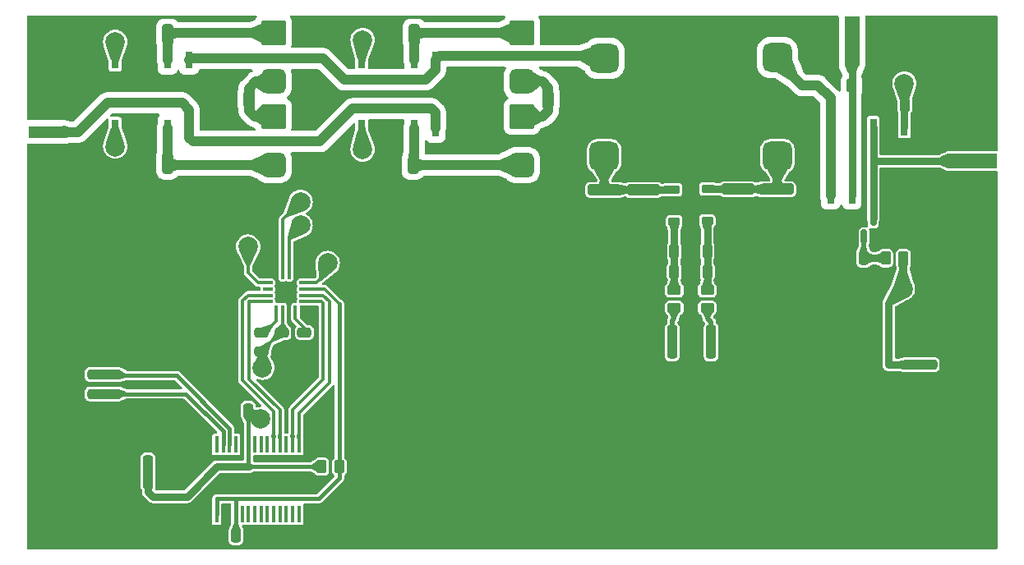
<source format=gbr>
%TF.GenerationSoftware,KiCad,Pcbnew,7.0.9*%
%TF.CreationDate,2023-12-28T12:30:22-05:00*%
%TF.ProjectId,PA_LPF,50415f4c-5046-42e6-9b69-6361645f7063,rev?*%
%TF.SameCoordinates,PX8f0d180PY38444c0*%
%TF.FileFunction,Copper,L1,Top*%
%TF.FilePolarity,Positive*%
%FSLAX46Y46*%
G04 Gerber Fmt 4.6, Leading zero omitted, Abs format (unit mm)*
G04 Created by KiCad (PCBNEW 7.0.9) date 2023-12-28 12:30:22*
%MOMM*%
%LPD*%
G01*
G04 APERTURE LIST*
G04 Aperture macros list*
%AMRoundRect*
0 Rectangle with rounded corners*
0 $1 Rounding radius*
0 $2 $3 $4 $5 $6 $7 $8 $9 X,Y pos of 4 corners*
0 Add a 4 corners polygon primitive as box body*
4,1,4,$2,$3,$4,$5,$6,$7,$8,$9,$2,$3,0*
0 Add four circle primitives for the rounded corners*
1,1,$1+$1,$2,$3*
1,1,$1+$1,$4,$5*
1,1,$1+$1,$6,$7*
1,1,$1+$1,$8,$9*
0 Add four rect primitives between the rounded corners*
20,1,$1+$1,$2,$3,$4,$5,0*
20,1,$1+$1,$4,$5,$6,$7,0*
20,1,$1+$1,$6,$7,$8,$9,0*
20,1,$1+$1,$8,$9,$2,$3,0*%
G04 Aperture macros list end*
%TA.AperFunction,SMDPad,CuDef*%
%ADD10RoundRect,0.250000X1.450000X-0.312500X1.450000X0.312500X-1.450000X0.312500X-1.450000X-0.312500X0*%
%TD*%
%TA.AperFunction,SMDPad,CuDef*%
%ADD11RoundRect,0.250000X0.262500X0.450000X-0.262500X0.450000X-0.262500X-0.450000X0.262500X-0.450000X0*%
%TD*%
%TA.AperFunction,ComponentPad*%
%ADD12C,6.400000*%
%TD*%
%TA.AperFunction,SMDPad,CuDef*%
%ADD13RoundRect,0.225000X0.375000X-0.225000X0.375000X0.225000X-0.375000X0.225000X-0.375000X-0.225000X0*%
%TD*%
%TA.AperFunction,SMDPad,CuDef*%
%ADD14R,0.450000X1.750000*%
%TD*%
%TA.AperFunction,SMDPad,CuDef*%
%ADD15RoundRect,0.250000X0.475000X-0.250000X0.475000X0.250000X-0.475000X0.250000X-0.475000X-0.250000X0*%
%TD*%
%TA.AperFunction,SMDPad,CuDef*%
%ADD16RoundRect,0.250000X-0.450000X0.262500X-0.450000X-0.262500X0.450000X-0.262500X0.450000X0.262500X0*%
%TD*%
%TA.AperFunction,SMDPad,CuDef*%
%ADD17RoundRect,0.250000X0.250000X0.475000X-0.250000X0.475000X-0.250000X-0.475000X0.250000X-0.475000X0*%
%TD*%
%TA.AperFunction,SMDPad,CuDef*%
%ADD18R,1.500000X5.080000*%
%TD*%
%TA.AperFunction,SMDPad,CuDef*%
%ADD19RoundRect,0.250000X-0.250000X-0.475000X0.250000X-0.475000X0.250000X0.475000X-0.250000X0.475000X0*%
%TD*%
%TA.AperFunction,SMDPad,CuDef*%
%ADD20RoundRect,0.250000X1.500000X-0.250000X1.500000X0.250000X-1.500000X0.250000X-1.500000X-0.250000X0*%
%TD*%
%TA.AperFunction,SMDPad,CuDef*%
%ADD21RoundRect,0.250001X1.449999X-0.499999X1.449999X0.499999X-1.449999X0.499999X-1.449999X-0.499999X0*%
%TD*%
%TA.AperFunction,SMDPad,CuDef*%
%ADD22R,0.800000X1.800000*%
%TD*%
%TA.AperFunction,SMDPad,CuDef*%
%ADD23RoundRect,0.250000X-0.475000X0.250000X-0.475000X-0.250000X0.475000X-0.250000X0.475000X0.250000X0*%
%TD*%
%TA.AperFunction,SMDPad,CuDef*%
%ADD24RoundRect,0.250000X-0.250000X-1.500000X0.250000X-1.500000X0.250000X1.500000X-0.250000X1.500000X0*%
%TD*%
%TA.AperFunction,SMDPad,CuDef*%
%ADD25RoundRect,0.250001X-0.499999X-1.449999X0.499999X-1.449999X0.499999X1.449999X-0.499999X1.449999X0*%
%TD*%
%TA.AperFunction,SMDPad,CuDef*%
%ADD26R,5.080000X1.500000*%
%TD*%
%TA.AperFunction,SMDPad,CuDef*%
%ADD27RoundRect,0.250000X-0.325000X-0.650000X0.325000X-0.650000X0.325000X0.650000X-0.325000X0.650000X0*%
%TD*%
%TA.AperFunction,SMDPad,CuDef*%
%ADD28RoundRect,0.750000X0.750000X0.750000X-0.750000X0.750000X-0.750000X-0.750000X0.750000X-0.750000X0*%
%TD*%
%TA.AperFunction,SMDPad,CuDef*%
%ADD29RoundRect,0.750000X0.750000X1.250000X-0.750000X1.250000X-0.750000X-1.250000X0.750000X-1.250000X0*%
%TD*%
%TA.AperFunction,SMDPad,CuDef*%
%ADD30RoundRect,0.250000X-1.500000X0.250000X-1.500000X-0.250000X1.500000X-0.250000X1.500000X0.250000X0*%
%TD*%
%TA.AperFunction,SMDPad,CuDef*%
%ADD31RoundRect,0.250001X-1.449999X0.499999X-1.449999X-0.499999X1.449999X-0.499999X1.449999X0.499999X0*%
%TD*%
%TA.AperFunction,SMDPad,CuDef*%
%ADD32RoundRect,0.250000X-1.450000X0.312500X-1.450000X-0.312500X1.450000X-0.312500X1.450000X0.312500X0*%
%TD*%
%TA.AperFunction,SMDPad,CuDef*%
%ADD33RoundRect,0.150000X0.150000X-0.587500X0.150000X0.587500X-0.150000X0.587500X-0.150000X-0.587500X0*%
%TD*%
%TA.AperFunction,SMDPad,CuDef*%
%ADD34RoundRect,0.250000X-0.262500X-0.450000X0.262500X-0.450000X0.262500X0.450000X-0.262500X0.450000X0*%
%TD*%
%TA.AperFunction,SMDPad,CuDef*%
%ADD35RoundRect,0.127000X-1.143000X-1.143000X1.143000X-1.143000X1.143000X1.143000X-1.143000X1.143000X0*%
%TD*%
%TA.AperFunction,SMDPad,CuDef*%
%ADD36RoundRect,0.635000X-0.635000X0.635000X-0.635000X-0.635000X0.635000X-0.635000X0.635000X0.635000X0*%
%TD*%
%TA.AperFunction,SMDPad,CuDef*%
%ADD37R,3.600000X1.270000*%
%TD*%
%TA.AperFunction,SMDPad,CuDef*%
%ADD38R,4.200000X1.350000*%
%TD*%
%TA.AperFunction,SMDPad,CuDef*%
%ADD39RoundRect,0.087500X-0.087500X0.425000X-0.087500X-0.425000X0.087500X-0.425000X0.087500X0.425000X0*%
%TD*%
%TA.AperFunction,SMDPad,CuDef*%
%ADD40RoundRect,0.087500X-0.425000X0.087500X-0.425000X-0.087500X0.425000X-0.087500X0.425000X0.087500X0*%
%TD*%
%TA.AperFunction,ComponentPad*%
%ADD41C,0.500000*%
%TD*%
%TA.AperFunction,SMDPad,CuDef*%
%ADD42R,2.100000X2.100000*%
%TD*%
%TA.AperFunction,SMDPad,CuDef*%
%ADD43RoundRect,0.225000X-0.225000X-0.375000X0.225000X-0.375000X0.225000X0.375000X-0.225000X0.375000X0*%
%TD*%
%TA.AperFunction,SMDPad,CuDef*%
%ADD44RoundRect,0.250000X0.325000X0.650000X-0.325000X0.650000X-0.325000X-0.650000X0.325000X-0.650000X0*%
%TD*%
%TA.AperFunction,ViaPad*%
%ADD45C,2.000000*%
%TD*%
%TA.AperFunction,ViaPad*%
%ADD46C,0.800000*%
%TD*%
%TA.AperFunction,Conductor*%
%ADD47C,0.800000*%
%TD*%
%TA.AperFunction,Conductor*%
%ADD48C,0.350000*%
%TD*%
%TA.AperFunction,Conductor*%
%ADD49C,0.450000*%
%TD*%
%TA.AperFunction,Conductor*%
%ADD50C,1.000000*%
%TD*%
%TA.AperFunction,Conductor*%
%ADD51C,0.500000*%
%TD*%
G04 APERTURE END LIST*
D10*
%TO.P,R2,1*%
%TO.N,Earth*%
X63500000Y-22237500D03*
%TO.P,R2,2*%
%TO.N,Net-(D1-A)*%
X63500000Y-17962500D03*
%TD*%
D11*
%TO.P,R11,1*%
%TO.N,+5V_TX*%
X90300000Y-25000000D03*
%TO.P,R11,2*%
%TO.N,Net-(Q1-G)*%
X88475000Y-25000000D03*
%TD*%
D12*
%TO.P,H3,1,1*%
%TO.N,Earth*%
X4000000Y-51000000D03*
%TD*%
%TO.P,H2,1,1*%
%TO.N,Earth*%
X96000000Y-4000000D03*
%TD*%
D13*
%TO.P,D2,1,K*%
%TO.N,Net-(D2-K)*%
X70100000Y-21150000D03*
%TO.P,D2,2,A*%
%TO.N,Net-(D2-A)*%
X70100000Y-17850000D03*
%TD*%
D14*
%TO.P,U1,1,GPB0*%
%TO.N,/S_80M*%
X28025000Y-44200000D03*
%TO.P,U1,2,GPB1*%
%TO.N,/R_80M*%
X27375000Y-44200000D03*
%TO.P,U1,3,GPB2*%
%TO.N,unconnected-(U1-GPB2-Pad3)*%
X26725000Y-44200000D03*
%TO.P,U1,4,GPB3*%
%TO.N,/R_10M*%
X26075000Y-44200000D03*
%TO.P,U1,5,GPB4*%
%TO.N,/S_10M*%
X25425000Y-44200000D03*
%TO.P,U1,6,GPB5*%
%TO.N,unconnected-(U1-GPB5-Pad6)*%
X24775000Y-44200000D03*
%TO.P,U1,7,GPB6*%
%TO.N,unconnected-(U1-GPB6-Pad7)*%
X24125000Y-44200000D03*
%TO.P,U1,8,GPB7*%
%TO.N,unconnected-(U1-GPB7-Pad8)*%
X23475000Y-44200000D03*
%TO.P,U1,9,VDD*%
%TO.N,+5V*%
X22825000Y-44200000D03*
%TO.P,U1,10,VSS*%
%TO.N,Earth*%
X22175000Y-44200000D03*
%TO.P,U1,11,NC*%
%TO.N,unconnected-(U1-NC-Pad11)*%
X21525000Y-44200000D03*
%TO.P,U1,12,SCK*%
%TO.N,SCL*%
X20875000Y-44200000D03*
%TO.P,U1,13,SDA*%
%TO.N,SDA*%
X20225000Y-44200000D03*
%TO.P,U1,14,NC*%
%TO.N,unconnected-(U1-NC-Pad14)*%
X19575000Y-44200000D03*
%TO.P,U1,15,A0*%
%TO.N,Net-(U1-A0)*%
X19575000Y-51400000D03*
%TO.P,U1,16,A1*%
%TO.N,Earth*%
X20225000Y-51400000D03*
%TO.P,U1,17,A2*%
X20875000Y-51400000D03*
%TO.P,U1,18,~{RESET}*%
%TO.N,Net-(U1-A0)*%
X21525000Y-51400000D03*
%TO.P,U1,19,INTB*%
%TO.N,unconnected-(U1-INTB-Pad19)*%
X22175000Y-51400000D03*
%TO.P,U1,20,INTA*%
%TO.N,unconnected-(U1-INTA-Pad20)*%
X22825000Y-51400000D03*
%TO.P,U1,21,GPA0*%
%TO.N,unconnected-(U1-GPA0-Pad21)*%
X23475000Y-51400000D03*
%TO.P,U1,22,GPA1*%
%TO.N,unconnected-(U1-GPA1-Pad22)*%
X24125000Y-51400000D03*
%TO.P,U1,23,GPA2*%
%TO.N,unconnected-(U1-GPA2-Pad23)*%
X24775000Y-51400000D03*
%TO.P,U1,24,GPA3*%
%TO.N,unconnected-(U1-GPA3-Pad24)*%
X25425000Y-51400000D03*
%TO.P,U1,25,GPA4*%
%TO.N,unconnected-(U1-GPA4-Pad25)*%
X26075000Y-51400000D03*
%TO.P,U1,26,GPA5*%
%TO.N,unconnected-(U1-GPA5-Pad26)*%
X26725000Y-51400000D03*
%TO.P,U1,27,GPA6*%
%TO.N,unconnected-(U1-GPA6-Pad27)*%
X27375000Y-51400000D03*
%TO.P,U1,28,GPA7*%
%TO.N,unconnected-(U1-GPA7-Pad28)*%
X28025000Y-51400000D03*
%TD*%
D15*
%TO.P,C16,1*%
%TO.N,Earth*%
X28600000Y-34600000D03*
%TO.P,C16,2*%
%TO.N,Net-(U2-VINT)*%
X28600000Y-32700000D03*
%TD*%
D16*
%TO.P,R4,1*%
%TO.N,Net-(D1-K)*%
X66700000Y-28300000D03*
%TO.P,R4,2*%
%TO.N,/FWD*%
X66700000Y-30125000D03*
%TD*%
D12*
%TO.P,H4,1,1*%
%TO.N,Earth*%
X96000000Y-51000000D03*
%TD*%
D17*
%TO.P,C4,1*%
%TO.N,Net-(Q1-G)*%
X86200000Y-25000000D03*
%TO.P,C4,2*%
%TO.N,Earth*%
X84300000Y-25000000D03*
%TD*%
D18*
%TO.P,J3,1,In*%
%TO.N,/ANT*%
X85000000Y-2600000D03*
%TO.P,J3,2,Ext*%
%TO.N,Earth*%
X80750000Y-2600000D03*
X89250000Y-2600000D03*
%TD*%
D19*
%TO.P,C7,1*%
%TO.N,Earth*%
X19650000Y-53600000D03*
%TO.P,C7,2*%
%TO.N,Net-(U1-A0)*%
X21550000Y-53600000D03*
%TD*%
D20*
%TO.P,J2,1,Pin_1*%
%TO.N,+5V_TX*%
X92050000Y-36000000D03*
%TO.P,J2,2,Pin_2*%
%TO.N,Earth*%
X92050000Y-34000000D03*
D21*
%TO.P,J2,MP,MountPin*%
X97800000Y-38350000D03*
X97800000Y-31650000D03*
%TD*%
D22*
%TO.P,K3,1*%
%TO.N,+5V_TX*%
X90400000Y-11500000D03*
%TO.P,K3,2*%
%TO.N,Net-(J4-In)*%
X87200000Y-11500000D03*
%TO.P,K3,3*%
%TO.N,/ANT*%
X85000000Y-11500000D03*
%TO.P,K3,4*%
%TO.N,/OUT*%
X82800000Y-11500000D03*
%TO.P,K3,5*%
X82800000Y-18500000D03*
%TO.P,K3,6*%
%TO.N,/ANT*%
X85000000Y-18500000D03*
%TO.P,K3,7*%
%TO.N,Net-(J4-In)*%
X87200000Y-18500000D03*
%TO.P,K3,8*%
%TO.N,Earth*%
X90400000Y-18500000D03*
%TD*%
D10*
%TO.P,R1,1*%
%TO.N,Earth*%
X59500000Y-22237500D03*
%TO.P,R1,2*%
%TO.N,Net-(D1-A)*%
X59500000Y-17962500D03*
%TD*%
D13*
%TO.P,D1,1,K*%
%TO.N,Net-(D1-K)*%
X66700000Y-21250000D03*
%TO.P,D1,2,A*%
%TO.N,Net-(D1-A)*%
X66700000Y-17950000D03*
%TD*%
D23*
%TO.P,C14,1*%
%TO.N,Net-(U2-VCP)*%
X24200000Y-32700000D03*
%TO.P,C14,2*%
%TO.N,+5V*%
X24200000Y-34600000D03*
%TD*%
D24*
%TO.P,J7,1,Pin_1*%
%TO.N,/FWD*%
X66500000Y-33650000D03*
%TO.P,J7,2,Pin_2*%
%TO.N,Earth*%
X68500000Y-33650000D03*
%TO.P,J7,3,Pin_3*%
%TO.N,/REF*%
X70500000Y-33650000D03*
D25*
%TO.P,J7,MP,MountPin*%
%TO.N,Earth*%
X64150000Y-39400000D03*
X72850000Y-39400000D03*
%TD*%
D15*
%TO.P,C17,1*%
%TO.N,Earth*%
X26300000Y-34600000D03*
%TO.P,C17,2*%
%TO.N,+5V*%
X26300000Y-32700000D03*
%TD*%
D26*
%TO.P,J4,1,In*%
%TO.N,Net-(J4-In)*%
X97400000Y-15000000D03*
%TO.P,J4,2,Ext*%
%TO.N,Earth*%
X97400000Y-10750000D03*
X97400000Y-19250000D03*
%TD*%
D27*
%TO.P,C20,1*%
%TO.N,Earth*%
X36850000Y-15400000D03*
%TO.P,C20,2*%
%TO.N,/FLT30M_3*%
X39800000Y-15400000D03*
%TD*%
D19*
%TO.P,C1,1*%
%TO.N,+5V_TX*%
X90450000Y-9200000D03*
%TO.P,C1,2*%
%TO.N,Earth*%
X92350000Y-9200000D03*
%TD*%
D28*
%TO.P,U3,1,IN*%
%TO.N,/FLT_OUT*%
X59480000Y-4400000D03*
%TO.P,U3,2,OUT*%
%TO.N,/OUT*%
X77320000Y-4320000D03*
D29*
%TO.P,U3,3,COM*%
%TO.N,Earth*%
X77320000Y-9400000D03*
D28*
%TO.P,U3,4,REF*%
%TO.N,Net-(D2-A)*%
X77320000Y-14480000D03*
%TO.P,U3,5,FWD*%
%TO.N,Net-(D1-A)*%
X59480000Y-14480000D03*
%TD*%
D30*
%TO.P,J1,1,Pin_1*%
%TO.N,SCL*%
X7950000Y-37000000D03*
%TO.P,J1,2,Pin_2*%
%TO.N,SDA*%
X7950000Y-39000000D03*
%TO.P,J1,3,Pin_3*%
%TO.N,Earth*%
X7950000Y-41000000D03*
D31*
%TO.P,J1,MP,MountPin*%
X2200000Y-34650000D03*
X2200000Y-43350000D03*
%TD*%
D27*
%TO.P,C15,1*%
%TO.N,Earth*%
X11550000Y-15400000D03*
%TO.P,C15,2*%
%TO.N,/FLT4M_3*%
X14500000Y-15400000D03*
%TD*%
D17*
%TO.P,C11,1*%
%TO.N,+5V*%
X22800000Y-40700000D03*
%TO.P,C11,2*%
%TO.N,Earth*%
X20900000Y-40700000D03*
%TD*%
D27*
%TO.P,C12,1*%
%TO.N,Earth*%
X11550000Y-1800000D03*
%TO.P,C12,2*%
%TO.N,/FLT4M_1*%
X14500000Y-1800000D03*
%TD*%
D32*
%TO.P,R9,1*%
%TO.N,Net-(D2-A)*%
X73300000Y-17900000D03*
%TO.P,R9,2*%
%TO.N,Earth*%
X73300000Y-22175000D03*
%TD*%
D27*
%TO.P,C18,1*%
%TO.N,Earth*%
X36950000Y-1800000D03*
%TO.P,C18,2*%
%TO.N,/FLT30M_1*%
X39900000Y-1800000D03*
%TD*%
D12*
%TO.P,H1,1,1*%
%TO.N,Earth*%
X4000000Y-4000000D03*
%TD*%
D17*
%TO.P,C3,1*%
%TO.N,Earth*%
X72000000Y-24300000D03*
%TO.P,C3,2*%
%TO.N,Net-(D2-K)*%
X70100000Y-24300000D03*
%TD*%
D16*
%TO.P,R6,1*%
%TO.N,Net-(D2-K)*%
X70100000Y-28300000D03*
%TO.P,R6,2*%
%TO.N,/REF*%
X70100000Y-30125000D03*
%TD*%
D33*
%TO.P,Q1,1,G*%
%TO.N,Net-(Q1-G)*%
X86250000Y-22800000D03*
%TO.P,Q1,2,S*%
%TO.N,Earth*%
X88150000Y-22800000D03*
%TO.P,Q1,3,D*%
%TO.N,Net-(J4-In)*%
X87200000Y-20925000D03*
%TD*%
D34*
%TO.P,R7,1*%
%TO.N,Net-(D2-K)*%
X70100000Y-26400000D03*
%TO.P,R7,2*%
%TO.N,Earth*%
X71925000Y-26400000D03*
%TD*%
D35*
%TO.P,L4,1,1*%
%TO.N,/FLT30M_1*%
X51000000Y-1800000D03*
D36*
%TO.P,L4,2,2*%
%TO.N,/FLT30M_2*%
X51000000Y-6800000D03*
%TD*%
D34*
%TO.P,R5,1*%
%TO.N,+5V*%
X30375000Y-46500000D03*
%TO.P,R5,2*%
%TO.N,Net-(U1-A0)*%
X32200000Y-46500000D03*
%TD*%
D37*
%TO.P,J6,1,In*%
%TO.N,/FLT_IN*%
X2000000Y-12000000D03*
D38*
%TO.P,J6,2,Ext*%
%TO.N,Earth*%
X2200000Y-9175000D03*
X2200000Y-14825000D03*
%TD*%
D35*
%TO.P,L5,1,1*%
%TO.N,/FLT30M_2*%
X51000000Y-10400000D03*
D36*
%TO.P,L5,2,2*%
%TO.N,/FLT30M_3*%
X51000000Y-15400000D03*
%TD*%
D39*
%TO.P,U2,1,AISEN*%
%TO.N,Earth*%
X27675000Y-26637500D03*
%TO.P,U2,2,AOUT2*%
%TO.N,/R80M*%
X27025000Y-26637500D03*
%TO.P,U2,3,BOUT2*%
%TO.N,/R10M*%
X26375000Y-26637500D03*
%TO.P,U2,4,BISEN*%
%TO.N,Earth*%
X25725000Y-26637500D03*
D40*
%TO.P,U2,5,BOUT1*%
%TO.N,/S10M*%
X24837500Y-27525000D03*
%TO.P,U2,6,nFAULT*%
%TO.N,unconnected-(U2-nFAULT-Pad6)*%
X24837500Y-28175000D03*
%TO.P,U2,7,BIN1*%
%TO.N,/S_10M*%
X24837500Y-28825000D03*
%TO.P,U2,8,BIN2*%
%TO.N,/R_10M*%
X24837500Y-29475000D03*
D39*
%TO.P,U2,9,VCP*%
%TO.N,Net-(U2-VCP)*%
X25725000Y-30362500D03*
%TO.P,U2,10,VM*%
%TO.N,+5V*%
X26375000Y-30362500D03*
%TO.P,U2,11,GND*%
%TO.N,Earth*%
X27025000Y-30362500D03*
%TO.P,U2,12,VINT*%
%TO.N,Net-(U2-VINT)*%
X27675000Y-30362500D03*
D40*
%TO.P,U2,13,AIN2*%
%TO.N,/R_80M*%
X28562500Y-29475000D03*
%TO.P,U2,14,AIN1*%
%TO.N,/S_80M*%
X28562500Y-28825000D03*
%TO.P,U2,15,nSLEEP*%
%TO.N,Net-(U1-A0)*%
X28562500Y-28175000D03*
%TO.P,U2,16,AOUT1*%
%TO.N,/S80M*%
X28562500Y-27525000D03*
D41*
%TO.P,U2,17,GND(PPAD)*%
%TO.N,Earth*%
X27500000Y-27700000D03*
X26700000Y-27700000D03*
X25900000Y-27700000D03*
X27500000Y-28500000D03*
X26700000Y-28500000D03*
D42*
X26700000Y-28500000D03*
D41*
X25900000Y-28500000D03*
X27500000Y-29300000D03*
X26700000Y-29300000D03*
X25900000Y-29300000D03*
%TD*%
D35*
%TO.P,L3,1,1*%
%TO.N,/FLT4M_2*%
X25400000Y-10400000D03*
D36*
%TO.P,L3,2,2*%
%TO.N,/FLT4M_3*%
X25400000Y-15400000D03*
%TD*%
D24*
%TO.P,J5,1,Pin_1*%
%TO.N,+5V*%
X12500000Y-47050000D03*
%TO.P,J5,2,Pin_2*%
%TO.N,Earth*%
X14500000Y-47050000D03*
D25*
%TO.P,J5,MP,MountPin*%
X10150000Y-52800000D03*
X16850000Y-52800000D03*
%TD*%
D22*
%TO.P,K1,1*%
%TO.N,/S80M*%
X9100000Y-11600000D03*
%TO.P,K1,2*%
%TO.N,Earth*%
X12300000Y-11600000D03*
%TO.P,K1,3*%
%TO.N,/FLT4M_3*%
X14500000Y-11600000D03*
%TO.P,K1,4*%
%TO.N,/FLT_IN*%
X16700000Y-11600000D03*
%TO.P,K1,5*%
%TO.N,/FLT_OUT*%
X16700000Y-4600000D03*
%TO.P,K1,6*%
%TO.N,/FLT4M_1*%
X14500000Y-4600000D03*
%TO.P,K1,7*%
%TO.N,Earth*%
X12300000Y-4600000D03*
%TO.P,K1,8*%
%TO.N,/R80M*%
X9100000Y-4600000D03*
%TD*%
D17*
%TO.P,C2,1*%
%TO.N,Net-(D1-K)*%
X66700000Y-24300000D03*
%TO.P,C2,2*%
%TO.N,Earth*%
X64800000Y-24300000D03*
%TD*%
D22*
%TO.P,K2,1*%
%TO.N,/S10M*%
X34500000Y-11600000D03*
%TO.P,K2,2*%
%TO.N,Earth*%
X37700000Y-11600000D03*
%TO.P,K2,3*%
%TO.N,/FLT30M_3*%
X39900000Y-11600000D03*
%TO.P,K2,4*%
%TO.N,/FLT_IN*%
X42100000Y-11600000D03*
%TO.P,K2,5*%
%TO.N,/FLT_OUT*%
X42100000Y-4600000D03*
%TO.P,K2,6*%
%TO.N,/FLT30M_1*%
X39900000Y-4600000D03*
%TO.P,K2,7*%
%TO.N,Earth*%
X37700000Y-4600000D03*
%TO.P,K2,8*%
%TO.N,/R10M*%
X34500000Y-4600000D03*
%TD*%
D27*
%TO.P,C13,1*%
%TO.N,Earth*%
X19950000Y-8600000D03*
%TO.P,C13,2*%
%TO.N,/FLT4M_2*%
X22900000Y-8600000D03*
%TD*%
D43*
%TO.P,D3,1,K*%
%TO.N,+5V_TX*%
X90300000Y-27300000D03*
%TO.P,D3,2,A*%
%TO.N,Earth*%
X93600000Y-27300000D03*
%TD*%
D34*
%TO.P,R3,1*%
%TO.N,Earth*%
X64875000Y-26400000D03*
%TO.P,R3,2*%
%TO.N,Net-(D1-K)*%
X66700000Y-26400000D03*
%TD*%
D11*
%TO.P,R10,1*%
%TO.N,Earth*%
X86800000Y-7200000D03*
%TO.P,R10,2*%
%TO.N,/ANT*%
X84975000Y-7200000D03*
%TD*%
D44*
%TO.P,C19,1*%
%TO.N,Earth*%
X56675000Y-8600000D03*
%TO.P,C19,2*%
%TO.N,/FLT30M_2*%
X53725000Y-8600000D03*
%TD*%
D32*
%TO.P,R8,1*%
%TO.N,Net-(D2-A)*%
X77300000Y-17900000D03*
%TO.P,R8,2*%
%TO.N,Earth*%
X77300000Y-22175000D03*
%TD*%
D35*
%TO.P,L2,1,1*%
%TO.N,/FLT4M_1*%
X25400000Y-1800000D03*
D36*
%TO.P,L2,2,2*%
%TO.N,/FLT4M_2*%
X25400000Y-6800000D03*
%TD*%
D45*
%TO.N,+5V_TX*%
X90250000Y-28150000D03*
X90400000Y-7000000D03*
D46*
%TO.N,Earth*%
X31000000Y-18000000D03*
X63500000Y-24300000D03*
X2000000Y-18000000D03*
X10500000Y-14900000D03*
X11500000Y-13500000D03*
X15000000Y-18000000D03*
X63500000Y-14400000D03*
X57700000Y-9200000D03*
X33000000Y-27000000D03*
X48300000Y-8600000D03*
X20000000Y-27000000D03*
X89000000Y-22800000D03*
X41000000Y-18000000D03*
X73200000Y-14400000D03*
X68000000Y-800000D03*
X91200000Y-4300000D03*
X73200000Y-24300000D03*
X57100000Y-800000D03*
X12000000Y-41000000D03*
X53500000Y-800000D03*
X83000000Y-22000000D03*
X98000000Y-41000000D03*
X29670000Y-5950000D03*
X63000000Y-800000D03*
X82700000Y-25000000D03*
X69000000Y-14000000D03*
X91200000Y-800000D03*
X11500000Y-10500000D03*
X73000000Y-800000D03*
X34460000Y-54380000D03*
X20000000Y-18000000D03*
X79000000Y-1000000D03*
X11500000Y-18000000D03*
X33000000Y-23000000D03*
X34400000Y-42000000D03*
X1440000Y-21360000D03*
X93700000Y-25000000D03*
X18000000Y-18000000D03*
X80000000Y-16000000D03*
X46100000Y-8600000D03*
X68300000Y-24300000D03*
X14140000Y-54380000D03*
X1440000Y-46760000D03*
X5200000Y-9100000D03*
X80000000Y-10000000D03*
X33000000Y-18000000D03*
X57800000Y-11200000D03*
X29380000Y-54380000D03*
X1440000Y-32790000D03*
X1440000Y-7200000D03*
X27980000Y-1140000D03*
X36600000Y-18000000D03*
X60000000Y-24300000D03*
X15000000Y-41000000D03*
X51000000Y-18000000D03*
X30000000Y-42000000D03*
X33060000Y-1140000D03*
X29700000Y-11000000D03*
X21500000Y-11200000D03*
X45890000Y-54380000D03*
X20000000Y-6000000D03*
X27400000Y-36000000D03*
X35900000Y-1200000D03*
X93700000Y-9200000D03*
X27400000Y-38300000D03*
X32000000Y-8600000D03*
X22000000Y-18000000D03*
X43800000Y-8600000D03*
X22000000Y-6000000D03*
X20000000Y-31000000D03*
X49700000Y-54380000D03*
X35700000Y-15400000D03*
X25400000Y-18000000D03*
X77200000Y-800000D03*
X10500000Y-16000000D03*
X57700000Y-8000000D03*
X43800000Y-18000000D03*
X10200000Y-1140000D03*
X20000000Y-36000000D03*
X88000000Y-9000000D03*
X56000000Y-24300000D03*
X8000000Y-18000000D03*
X47000000Y-18000000D03*
X9700000Y-7000000D03*
X5000000Y-18000000D03*
X15600000Y-7100000D03*
X20000000Y-21000000D03*
X56000000Y-17980000D03*
X18900000Y-8000000D03*
X18900000Y-9200000D03*
X93700000Y-19300000D03*
D45*
%TO.N,+5V*%
X24274500Y-36300000D03*
X24050500Y-41600000D03*
%TO.N,/S80M*%
X31000000Y-25500000D03*
X9100000Y-13500000D03*
%TO.N,/R80M*%
X9100000Y-2700000D03*
X28200000Y-21600000D03*
%TO.N,/S10M*%
X34600000Y-13800000D03*
X22800000Y-23800000D03*
%TO.N,/R10M*%
X34600000Y-2500000D03*
X28200000Y-19200000D03*
%TD*%
D47*
%TO.N,+5V_TX*%
X90250000Y-25050000D02*
X90300000Y-25000000D01*
X88800000Y-36000000D02*
X92050000Y-36000000D01*
X88800000Y-29600000D02*
X88800000Y-36000000D01*
X90400000Y-7000000D02*
X90400000Y-11500000D01*
X90250000Y-28150000D02*
X90250000Y-25050000D01*
X90250000Y-28150000D02*
X88800000Y-29600000D01*
D48*
%TO.N,Earth*%
X27400000Y-32184190D02*
X27400000Y-34600000D01*
X26300000Y-34600000D02*
X27400000Y-34600000D01*
X27400000Y-34600000D02*
X28600000Y-34600000D01*
X27025000Y-30362500D02*
X27025000Y-31809190D01*
X27025000Y-31809190D02*
X27400000Y-32184190D01*
D47*
%TO.N,Net-(D1-K)*%
X66700000Y-21250000D02*
X66700000Y-28300000D01*
%TO.N,Net-(D2-K)*%
X70100000Y-21150000D02*
X70100000Y-28300000D01*
D48*
%TO.N,Net-(U1-A0)*%
X28562500Y-28175000D02*
X30671015Y-28175000D01*
D49*
X19575000Y-51400000D02*
X19575000Y-49825000D01*
D48*
X21525000Y-53575000D02*
X21550000Y-53600000D01*
D49*
X19600000Y-49800000D02*
X21500000Y-49800000D01*
X32200000Y-29703985D02*
X32200000Y-47700000D01*
D48*
X30671015Y-28175000D02*
X32200000Y-29703985D01*
D49*
X21525000Y-49825000D02*
X21525000Y-51400000D01*
X19575000Y-49825000D02*
X19600000Y-49800000D01*
X32200000Y-47700000D02*
X30100000Y-49800000D01*
X21525000Y-51400000D02*
X21525000Y-53575000D01*
X30100000Y-49800000D02*
X21500000Y-49800000D01*
X21500000Y-49800000D02*
X21525000Y-49825000D01*
%TO.N,+5V*%
X22900000Y-46500000D02*
X30087500Y-46500000D01*
X30087500Y-46500000D02*
X30287500Y-46300000D01*
D47*
X19600000Y-46500000D02*
X16500000Y-49600000D01*
D48*
X22825000Y-40725000D02*
X22800000Y-40700000D01*
X26100000Y-32700000D02*
X24200000Y-34600000D01*
X24200000Y-34600000D02*
X24200000Y-36225500D01*
X24050500Y-41600000D02*
X23700000Y-41600000D01*
D49*
X22825000Y-46425000D02*
X22825000Y-44200000D01*
X22825000Y-44200000D02*
X22825000Y-40725000D01*
D48*
X26375000Y-32675000D02*
X26400000Y-32650000D01*
D47*
X16500000Y-49600000D02*
X13000000Y-49600000D01*
X13000000Y-49600000D02*
X12500000Y-49100000D01*
D48*
X23700000Y-41600000D02*
X22800000Y-40700000D01*
D49*
X22900000Y-46500000D02*
X22825000Y-46425000D01*
D48*
X26300000Y-32700000D02*
X26100000Y-32700000D01*
X24200000Y-36225500D02*
X24274500Y-36300000D01*
D47*
X12500000Y-49100000D02*
X12500000Y-47050000D01*
X22900000Y-46500000D02*
X19600000Y-46500000D01*
D48*
X26375000Y-30362500D02*
X26375000Y-32675000D01*
D50*
%TO.N,/FLT4M_1*%
X25400000Y-1800000D02*
X14500000Y-1800000D01*
X14500000Y-4600000D02*
X14500000Y-1800000D01*
%TO.N,/FLT4M_2*%
X25400000Y-6800000D02*
X23600000Y-6800000D01*
X23500000Y-10400000D02*
X25400000Y-10400000D01*
X22900000Y-8600000D02*
X22900000Y-9800000D01*
X22900000Y-7500000D02*
X22900000Y-8600000D01*
X23600000Y-6800000D02*
X22900000Y-7500000D01*
X22900000Y-9800000D02*
X23500000Y-10400000D01*
D48*
%TO.N,Net-(U2-VCP)*%
X25725000Y-30362500D02*
X25725000Y-31475000D01*
X24500000Y-32700000D02*
X24200000Y-32700000D01*
X25725000Y-31475000D02*
X24500000Y-32700000D01*
D50*
%TO.N,/FLT4M_3*%
X14500000Y-11600000D02*
X14500000Y-15400000D01*
X25400000Y-15400000D02*
X14500000Y-15400000D01*
D48*
%TO.N,Net-(U2-VINT)*%
X28600000Y-32200000D02*
X28600000Y-32700000D01*
X27675000Y-30362500D02*
X27675000Y-31275000D01*
X27675000Y-31275000D02*
X28600000Y-32200000D01*
D50*
%TO.N,/FLT30M_1*%
X39900000Y-1800000D02*
X51000000Y-1800000D01*
X39900000Y-4600000D02*
X39900000Y-1800000D01*
%TO.N,/FLT30M_2*%
X53120000Y-10400000D02*
X53725000Y-9795000D01*
X53725000Y-9795000D02*
X53725000Y-8600000D01*
X51000000Y-10400000D02*
X53120000Y-10400000D01*
X53090000Y-6800000D02*
X53725000Y-7435000D01*
X51000000Y-6800000D02*
X53090000Y-6800000D01*
X53725000Y-7435000D02*
X53725000Y-8600000D01*
%TO.N,/FLT30M_3*%
X39900000Y-15400000D02*
X39900000Y-11600000D01*
X51000000Y-15400000D02*
X39900000Y-15400000D01*
D47*
%TO.N,Net-(D1-A)*%
X59500000Y-17962500D02*
X66687500Y-17962500D01*
X59480000Y-14380000D02*
X59480000Y-17942500D01*
X59480000Y-17942500D02*
X59500000Y-17962500D01*
X66687500Y-17962500D02*
X66700000Y-17950000D01*
%TO.N,Net-(D2-A)*%
X70150000Y-17900000D02*
X70100000Y-17850000D01*
X77300000Y-17900000D02*
X70150000Y-17900000D01*
X77320000Y-14380000D02*
X77320000Y-17880000D01*
X77320000Y-17880000D02*
X77300000Y-17900000D01*
D49*
%TO.N,SCL*%
X15419238Y-37100000D02*
X8050000Y-37100000D01*
X8050000Y-37100000D02*
X7950000Y-37000000D01*
X20875000Y-44200000D02*
X20875000Y-42555762D01*
X20875000Y-42555762D02*
X15419238Y-37100000D01*
%TO.N,SDA*%
X20225000Y-42825000D02*
X16400000Y-39000000D01*
X16400000Y-39000000D02*
X7950000Y-39000000D01*
X20225000Y-44200000D02*
X20225000Y-42825000D01*
D47*
%TO.N,/ANT*%
X85000000Y-2362500D02*
X85000000Y-18500000D01*
%TO.N,Net-(J4-In)*%
X87200000Y-11500000D02*
X87200000Y-15000000D01*
X87200000Y-15000000D02*
X87200000Y-20875000D01*
X92000000Y-15000000D02*
X87200000Y-15000000D01*
X97400000Y-15000000D02*
X92000000Y-15000000D01*
D50*
%TO.N,/FLT_IN*%
X16000000Y-9000000D02*
X8300000Y-9000000D01*
X30180000Y-12990000D02*
X17120000Y-12990000D01*
X16700000Y-9700000D02*
X16000000Y-9000000D01*
X16700000Y-12570000D02*
X16700000Y-11600000D01*
X42100000Y-11600000D02*
X42100000Y-10000000D01*
X5300000Y-12000000D02*
X1900000Y-12000000D01*
X33570000Y-9600000D02*
X30180000Y-12990000D01*
X8300000Y-9000000D02*
X5300000Y-12000000D01*
X16700000Y-11600000D02*
X16700000Y-9700000D01*
X42100000Y-10000000D02*
X41700000Y-9600000D01*
X17120000Y-12990000D02*
X16700000Y-12570000D01*
X41700000Y-9600000D02*
X33570000Y-9600000D01*
D51*
%TO.N,/FWD*%
X66700000Y-31200000D02*
X66500000Y-31400000D01*
X66500000Y-31400000D02*
X66500000Y-33150000D01*
X66700000Y-30125000D02*
X66700000Y-31200000D01*
%TO.N,/REF*%
X70500000Y-31600000D02*
X70500000Y-33150000D01*
X70100000Y-31200000D02*
X70500000Y-31600000D01*
X70100000Y-30125000D02*
X70100000Y-31200000D01*
D48*
%TO.N,/S80M*%
X29875000Y-27525000D02*
X28562500Y-27525000D01*
X31000000Y-26400000D02*
X29875000Y-27525000D01*
D47*
X9100000Y-11600000D02*
X9100000Y-13500000D01*
D48*
X31000000Y-25500000D02*
X31000000Y-26400000D01*
D50*
%TO.N,/FLT_OUT*%
X30530000Y-4430000D02*
X32700000Y-6600000D01*
X58910000Y-4170000D02*
X59680000Y-3400000D01*
X41100000Y-6600000D02*
X42100000Y-5600000D01*
X16870000Y-4430000D02*
X30530000Y-4430000D01*
X16700000Y-4600000D02*
X16870000Y-4430000D01*
X42100000Y-5600000D02*
X42100000Y-4600000D01*
X42530000Y-4170000D02*
X58910000Y-4170000D01*
X32700000Y-6600000D02*
X41100000Y-6600000D01*
X42100000Y-4600000D02*
X42530000Y-4170000D01*
D48*
%TO.N,/R80M*%
X27025000Y-22775000D02*
X27025000Y-26637500D01*
X28200000Y-21600000D02*
X27025000Y-22775000D01*
D47*
X9100000Y-4600000D02*
X9100000Y-2700000D01*
D48*
%TO.N,/S10M*%
X22800000Y-23800000D02*
X22800000Y-26500000D01*
D47*
X34500000Y-13700000D02*
X34500000Y-11600000D01*
D48*
X22800000Y-26500000D02*
X23825000Y-27525000D01*
X23825000Y-27525000D02*
X24837500Y-27525000D01*
D47*
X34600000Y-13800000D02*
X34500000Y-13700000D01*
D48*
%TO.N,/R10M*%
X26375000Y-21025000D02*
X26375000Y-26637500D01*
D47*
X34500000Y-4600000D02*
X34500000Y-2600000D01*
D48*
X28200000Y-19200000D02*
X26375000Y-21025000D01*
D47*
X34500000Y-2600000D02*
X34600000Y-2500000D01*
D50*
%TO.N,/OUT*%
X77320000Y-3320000D02*
X77320000Y-4660000D01*
X77320000Y-4660000D02*
X79860000Y-7200000D01*
X82800000Y-8500000D02*
X82800000Y-18500000D01*
X79860000Y-7200000D02*
X81500000Y-7200000D01*
X81500000Y-7200000D02*
X82800000Y-8500000D01*
D48*
%TO.N,/S_80M*%
X28025000Y-40975000D02*
X31200000Y-37800000D01*
X30543198Y-28825000D02*
X28562500Y-28825000D01*
X31200000Y-37800000D02*
X31200000Y-29481802D01*
X31200000Y-29481802D02*
X30543198Y-28825000D01*
X28025000Y-44200000D02*
X28025000Y-40975000D01*
%TO.N,/R_80M*%
X30500000Y-29600000D02*
X30375000Y-29475000D01*
X27375000Y-44200000D02*
X27375000Y-40625000D01*
X30500000Y-37500000D02*
X30500000Y-29600000D01*
X30375000Y-29475000D02*
X28562500Y-29475000D01*
X27375000Y-40625000D02*
X30500000Y-37500000D01*
%TO.N,/R_10M*%
X22925000Y-29475000D02*
X24837500Y-29475000D01*
X26075000Y-44200000D02*
X26075000Y-40675000D01*
X22900000Y-37500000D02*
X22900000Y-29500000D01*
X26075000Y-40675000D02*
X22900000Y-37500000D01*
X22900000Y-29500000D02*
X22925000Y-29475000D01*
%TO.N,/S_10M*%
X22775000Y-28825000D02*
X24837500Y-28825000D01*
X25425000Y-44200000D02*
X25425000Y-40825000D01*
X25425000Y-40825000D02*
X22200000Y-37600000D01*
X22200000Y-29400000D02*
X22775000Y-28825000D01*
X22200000Y-37600000D02*
X22200000Y-29400000D01*
D51*
%TO.N,Net-(Q1-G)*%
X86200000Y-22850000D02*
X86200000Y-25000000D01*
D47*
X86200000Y-25000000D02*
X88475000Y-25000000D01*
D51*
X86250000Y-22800000D02*
X86200000Y-22850000D01*
%TD*%
%TA.AperFunction,Conductor*%
%TO.N,/S80M*%
G36*
X31004124Y-25502717D02*
G01*
X31697915Y-26197897D01*
X31701334Y-26206173D01*
X31697899Y-26214442D01*
X31696975Y-26215271D01*
X30341410Y-27307664D01*
X30332818Y-27310187D01*
X30325796Y-27306827D01*
X30088906Y-27069937D01*
X30085496Y-27062303D01*
X30000674Y-25512328D01*
X30003644Y-25503882D01*
X30011718Y-25500008D01*
X30012338Y-25499991D01*
X30995850Y-25499296D01*
X31004124Y-25502717D01*
G37*
%TD.AperFunction*%
%TD*%
%TA.AperFunction,Conductor*%
%TO.N,/FLT30M_1*%
G36*
X40480703Y-1225743D02*
G01*
X41039813Y-1298671D01*
X41047574Y-1303139D01*
X41050000Y-1310273D01*
X41050000Y-2289726D01*
X41046573Y-2297999D01*
X41039813Y-2301328D01*
X40480705Y-2374255D01*
X40472058Y-2371927D01*
X40470926Y-2370933D01*
X39907294Y-1808280D01*
X39903860Y-1800010D01*
X39907280Y-1791734D01*
X39907294Y-1791720D01*
X40470927Y-1229065D01*
X40479202Y-1225646D01*
X40480703Y-1225743D01*
G37*
%TD.AperFunction*%
%TD*%
%TA.AperFunction,Conductor*%
%TO.N,/FLT4M_1*%
G36*
X15080703Y-1225743D02*
G01*
X15639813Y-1298671D01*
X15647574Y-1303139D01*
X15650000Y-1310273D01*
X15650000Y-2289726D01*
X15646573Y-2297999D01*
X15639813Y-2301328D01*
X15080705Y-2374255D01*
X15072058Y-2371927D01*
X15070926Y-2370933D01*
X14507294Y-1808280D01*
X14503860Y-1800010D01*
X14507280Y-1791734D01*
X14507294Y-1791720D01*
X15070927Y-1229065D01*
X15079202Y-1225646D01*
X15080703Y-1225743D01*
G37*
%TD.AperFunction*%
%TD*%
%TA.AperFunction,Conductor*%
%TO.N,/S80M*%
G36*
X9499935Y-11603427D02*
G01*
X9502721Y-11607882D01*
X10020288Y-13106914D01*
X10019749Y-13115852D01*
X10013716Y-13121537D01*
X9104487Y-13499136D01*
X9095533Y-13499145D01*
X9095513Y-13499136D01*
X8186283Y-13121537D01*
X8179956Y-13115199D01*
X8179711Y-13106916D01*
X8697279Y-11607882D01*
X8703218Y-11601180D01*
X8708338Y-11600000D01*
X9491662Y-11600000D01*
X9499935Y-11603427D01*
G37*
%TD.AperFunction*%
%TD*%
%TA.AperFunction,Conductor*%
%TO.N,Net-(U1-A0)*%
G36*
X21750564Y-52378427D02*
G01*
X21753042Y-52382084D01*
X22028123Y-53022700D01*
X22028238Y-53031654D01*
X22026325Y-53034848D01*
X21558953Y-53590358D01*
X21551004Y-53594483D01*
X21542468Y-53591779D01*
X21541047Y-53590358D01*
X21073336Y-53034447D01*
X21070632Y-53025911D01*
X21071254Y-53023025D01*
X21297245Y-52382806D01*
X21303230Y-52376145D01*
X21308278Y-52375000D01*
X21742291Y-52375000D01*
X21750564Y-52378427D01*
G37*
%TD.AperFunction*%
%TD*%
%TA.AperFunction,Conductor*%
%TO.N,/REF*%
G36*
X70108178Y-30131995D02*
G01*
X70606397Y-30619101D01*
X70609917Y-30627335D01*
X70608683Y-30632700D01*
X70353234Y-31143533D01*
X70346468Y-31149400D01*
X70342769Y-31150000D01*
X69857231Y-31150000D01*
X69848958Y-31146573D01*
X69846766Y-31143533D01*
X69591316Y-30632700D01*
X69590681Y-30623768D01*
X69593600Y-30619103D01*
X70091821Y-30131995D01*
X70100132Y-30128663D01*
X70108178Y-30131995D01*
G37*
%TD.AperFunction*%
%TD*%
%TA.AperFunction,Conductor*%
%TO.N,/FLT_IN*%
G36*
X4425734Y-11498030D02*
G01*
X4433113Y-11503101D01*
X4435000Y-11509473D01*
X4435000Y-12490526D01*
X4431573Y-12498799D01*
X4425733Y-12501970D01*
X3803219Y-12634315D01*
X3796896Y-12633905D01*
X2631314Y-12222942D01*
X2030293Y-12011033D01*
X2023631Y-12005051D01*
X2023150Y-11996110D01*
X2029133Y-11989447D01*
X2030289Y-11988968D01*
X3796897Y-11366093D01*
X3803217Y-11365684D01*
X4425734Y-11498030D01*
G37*
%TD.AperFunction*%
%TD*%
%TA.AperFunction,Conductor*%
%TO.N,/FLT4M_2*%
G36*
X24173176Y-5984043D02*
G01*
X25389852Y-6792084D01*
X25394848Y-6799515D01*
X25393125Y-6808303D01*
X25392375Y-6809311D01*
X24439719Y-7954808D01*
X24431794Y-7958978D01*
X24424802Y-7957418D01*
X23622505Y-7486651D01*
X23620153Y-7484833D01*
X22924409Y-6789089D01*
X22920982Y-6780816D01*
X22924409Y-6772543D01*
X22926381Y-6770958D01*
X24160413Y-5983923D01*
X24169230Y-5982365D01*
X24173176Y-5984043D01*
G37*
%TD.AperFunction*%
%TD*%
%TA.AperFunction,Conductor*%
%TO.N,Net-(D1-A)*%
G36*
X59486639Y-14489986D02*
G01*
X59489634Y-14492981D01*
X60475825Y-15924213D01*
X60477698Y-15932970D01*
X60476349Y-15936658D01*
X59883369Y-16974106D01*
X59876288Y-16979588D01*
X59873211Y-16980000D01*
X59086789Y-16980000D01*
X59078516Y-16976573D01*
X59076631Y-16974106D01*
X58483650Y-15936658D01*
X58482520Y-15927775D01*
X58484172Y-15924217D01*
X59470366Y-14492980D01*
X59477882Y-14488113D01*
X59486639Y-14489986D01*
G37*
%TD.AperFunction*%
%TD*%
%TA.AperFunction,Conductor*%
%TO.N,Net-(D1-A)*%
G36*
X66303970Y-17507921D02*
G01*
X66305166Y-17509077D01*
X66486938Y-17711554D01*
X66694230Y-17942459D01*
X66697207Y-17950904D01*
X66694502Y-17957776D01*
X66328764Y-18395494D01*
X66320830Y-18399645D01*
X66319137Y-18399674D01*
X65661051Y-18363113D01*
X65652981Y-18359232D01*
X65650000Y-18351431D01*
X65650000Y-17573207D01*
X65653427Y-17564934D01*
X65660664Y-17561553D01*
X66295426Y-17505239D01*
X66303970Y-17507921D01*
G37*
%TD.AperFunction*%
%TD*%
%TA.AperFunction,Conductor*%
%TO.N,/FLT4M_1*%
G36*
X14507745Y-1807904D02*
G01*
X14508769Y-1808928D01*
X15071660Y-2446218D01*
X15074569Y-2454687D01*
X15074543Y-2455022D01*
X15000967Y-3264359D01*
X14996805Y-3272288D01*
X14989315Y-3275000D01*
X14010685Y-3275000D01*
X14002412Y-3271573D01*
X13999033Y-3264359D01*
X13969602Y-2940624D01*
X13925456Y-2455020D01*
X13928120Y-2446473D01*
X13928287Y-2446278D01*
X14491231Y-1808927D01*
X14499276Y-1804995D01*
X14507745Y-1807904D01*
G37*
%TD.AperFunction*%
%TD*%
%TA.AperFunction,Conductor*%
%TO.N,/FLT30M_2*%
G36*
X52277566Y-9346184D02*
G01*
X52872513Y-9940381D01*
X53568418Y-10636286D01*
X53571845Y-10644559D01*
X53568418Y-10652832D01*
X53565620Y-10654899D01*
X52276510Y-11337477D01*
X52267595Y-11338320D01*
X52264076Y-11336542D01*
X51340040Y-10652832D01*
X51011246Y-10409551D01*
X51006635Y-10401877D01*
X51008801Y-10393188D01*
X51010703Y-10391170D01*
X51550042Y-9940381D01*
X52261796Y-9345484D01*
X52270340Y-9342809D01*
X52277566Y-9346184D01*
G37*
%TD.AperFunction*%
%TD*%
%TA.AperFunction,Conductor*%
%TO.N,SCL*%
G36*
X9631311Y-36576152D02*
G01*
X10193744Y-36871712D01*
X10199472Y-36878593D01*
X10200000Y-36882068D01*
X10200000Y-37315761D01*
X10196573Y-37324034D01*
X10191013Y-37327142D01*
X9548739Y-37480238D01*
X9542651Y-37480060D01*
X7989391Y-37012167D01*
X7982458Y-37006499D01*
X7981563Y-36997589D01*
X7987231Y-36990656D01*
X7989885Y-36989623D01*
X9622992Y-36575169D01*
X9631311Y-36576152D01*
G37*
%TD.AperFunction*%
%TD*%
%TA.AperFunction,Conductor*%
%TO.N,+5V*%
G36*
X24047055Y-40603430D02*
G01*
X24050491Y-40611700D01*
X24050491Y-40611721D01*
X24049798Y-41591489D01*
X24046365Y-41599760D01*
X24042585Y-41602286D01*
X23137807Y-41978036D01*
X23128853Y-41978045D01*
X23122515Y-41971718D01*
X23122365Y-41971340D01*
X22703903Y-40855796D01*
X22704206Y-40846847D01*
X22706582Y-40843417D01*
X22945322Y-40604677D01*
X22953579Y-40601251D01*
X24038778Y-40600013D01*
X24047055Y-40603430D01*
G37*
%TD.AperFunction*%
%TD*%
%TA.AperFunction,Conductor*%
%TO.N,/R_80M*%
G36*
X27548888Y-43103427D02*
G01*
X27552036Y-43109162D01*
X27599221Y-43321494D01*
X27599500Y-43324032D01*
X27599500Y-43325467D01*
X27599132Y-43328378D01*
X27386332Y-44156880D01*
X27380955Y-44164040D01*
X27372089Y-44165301D01*
X27364929Y-44159924D01*
X27363668Y-44156880D01*
X27150868Y-43328378D01*
X27150500Y-43325467D01*
X27150500Y-43324032D01*
X27150779Y-43321494D01*
X27197964Y-43109162D01*
X27203104Y-43101829D01*
X27209385Y-43100000D01*
X27540615Y-43100000D01*
X27548888Y-43103427D01*
G37*
%TD.AperFunction*%
%TD*%
%TA.AperFunction,Conductor*%
%TO.N,+5V_TX*%
G36*
X89336094Y-27771437D02*
G01*
X90246215Y-28147437D01*
X90252553Y-28153764D01*
X90252562Y-28153784D01*
X90628561Y-29063902D01*
X90628552Y-29072856D01*
X90623068Y-29078789D01*
X89126206Y-29843186D01*
X89117280Y-29843897D01*
X89112612Y-29841039D01*
X88558960Y-29287387D01*
X88555533Y-29279114D01*
X88556812Y-29273796D01*
X89321210Y-27776930D01*
X89328025Y-27771121D01*
X89336094Y-27771437D01*
G37*
%TD.AperFunction*%
%TD*%
%TA.AperFunction,Conductor*%
%TO.N,/FLT30M_3*%
G36*
X40380703Y-14825743D02*
G01*
X40939813Y-14898671D01*
X40947574Y-14903139D01*
X40950000Y-14910273D01*
X40950000Y-15889726D01*
X40946573Y-15897999D01*
X40939813Y-15901328D01*
X40380705Y-15974255D01*
X40372058Y-15971927D01*
X40370926Y-15970933D01*
X39807294Y-15408280D01*
X39803860Y-15400010D01*
X39807280Y-15391734D01*
X39807294Y-15391720D01*
X40370927Y-14829065D01*
X40379202Y-14825646D01*
X40380703Y-14825743D01*
G37*
%TD.AperFunction*%
%TD*%
%TA.AperFunction,Conductor*%
%TO.N,/FLT4M_1*%
G36*
X24135828Y-804585D02*
G01*
X24761390Y-1296766D01*
X25389313Y-1790805D01*
X25393696Y-1798614D01*
X25391273Y-1807235D01*
X25389313Y-1809195D01*
X24135831Y-2795412D01*
X24127210Y-2797835D01*
X24123364Y-2796682D01*
X23136468Y-2303234D01*
X23130600Y-2296469D01*
X23130000Y-2292769D01*
X23130000Y-1307231D01*
X23133427Y-1298958D01*
X23136468Y-1296766D01*
X24123366Y-803316D01*
X24132296Y-802682D01*
X24135828Y-804585D01*
G37*
%TD.AperFunction*%
%TD*%
%TA.AperFunction,Conductor*%
%TO.N,Net-(D1-K)*%
G36*
X67098815Y-27278427D02*
G01*
X67101982Y-27284248D01*
X67211148Y-27793623D01*
X67209531Y-27802431D01*
X67207887Y-27804441D01*
X66708179Y-28293003D01*
X66699868Y-28296336D01*
X66691821Y-28293003D01*
X66526875Y-28131737D01*
X66192111Y-27804439D01*
X66188592Y-27796207D01*
X66188850Y-27793630D01*
X66298018Y-27284247D01*
X66303102Y-27276877D01*
X66309458Y-27275000D01*
X67090542Y-27275000D01*
X67098815Y-27278427D01*
G37*
%TD.AperFunction*%
%TD*%
%TA.AperFunction,Conductor*%
%TO.N,/FLT30M_1*%
G36*
X49735828Y-804585D02*
G01*
X50361390Y-1296766D01*
X50989313Y-1790805D01*
X50993696Y-1798614D01*
X50991273Y-1807235D01*
X50989313Y-1809195D01*
X49735831Y-2795412D01*
X49727210Y-2797835D01*
X49723364Y-2796682D01*
X48736468Y-2303234D01*
X48730600Y-2296469D01*
X48730000Y-2292769D01*
X48730000Y-1307231D01*
X48733427Y-1298958D01*
X48736468Y-1296766D01*
X49723366Y-803316D01*
X49732296Y-802682D01*
X49735828Y-804585D01*
G37*
%TD.AperFunction*%
%TD*%
%TA.AperFunction,Conductor*%
%TO.N,+5V*%
G36*
X29881135Y-45993845D02*
G01*
X30368003Y-46491821D01*
X30371336Y-46500132D01*
X30368003Y-46508179D01*
X29881135Y-47006154D01*
X29872901Y-47009674D01*
X29867149Y-47008237D01*
X29356080Y-46728329D01*
X29350470Y-46721349D01*
X29350000Y-46718067D01*
X29350000Y-46281932D01*
X29353427Y-46273659D01*
X29356080Y-46271670D01*
X29867150Y-45991761D01*
X29876051Y-45990794D01*
X29881135Y-45993845D01*
G37*
%TD.AperFunction*%
%TD*%
%TA.AperFunction,Conductor*%
%TO.N,+5V_TX*%
G36*
X90552563Y-35500853D02*
G01*
X90944334Y-35631357D01*
X92017677Y-35988900D01*
X92024443Y-35994766D01*
X92025079Y-36003698D01*
X92019213Y-36010464D01*
X92017677Y-36011100D01*
X90552564Y-36499145D01*
X90547320Y-36499642D01*
X89810154Y-36401353D01*
X89802406Y-36396863D01*
X89800000Y-36389756D01*
X89800000Y-35610243D01*
X89803427Y-35601970D01*
X89810153Y-35598646D01*
X90547321Y-35500357D01*
X90552563Y-35500853D01*
G37*
%TD.AperFunction*%
%TD*%
%TA.AperFunction,Conductor*%
%TO.N,+5V_TX*%
G36*
X90307733Y-25007701D02*
G01*
X90786283Y-25546134D01*
X90789218Y-25554595D01*
X90788984Y-25556331D01*
X90651965Y-26203224D01*
X90646898Y-26210608D01*
X90640519Y-26212500D01*
X89860780Y-26212500D01*
X89852507Y-26209073D01*
X89849119Y-26201756D01*
X89787980Y-25455856D01*
X89790720Y-25447330D01*
X89791912Y-25446117D01*
X90291261Y-25006690D01*
X90299733Y-25003798D01*
X90307733Y-25007701D01*
G37*
%TD.AperFunction*%
%TD*%
%TA.AperFunction,Conductor*%
%TO.N,/FLT4M_3*%
G36*
X24265467Y-14404922D02*
G01*
X25390959Y-15391201D01*
X25394923Y-15399230D01*
X25392047Y-15407711D01*
X25390959Y-15408799D01*
X24265467Y-16395077D01*
X24256986Y-16397953D01*
X24253021Y-16396977D01*
X23136965Y-15903082D01*
X23130787Y-15896600D01*
X23130000Y-15892383D01*
X23130000Y-14907616D01*
X23133427Y-14899343D01*
X23136961Y-14896919D01*
X24253022Y-14403021D01*
X24261973Y-14402808D01*
X24265467Y-14404922D01*
G37*
%TD.AperFunction*%
%TD*%
%TA.AperFunction,Conductor*%
%TO.N,Net-(J4-In)*%
G36*
X97061411Y-14899767D02*
G01*
X97362983Y-14988779D01*
X97369948Y-14994407D01*
X97370892Y-15003312D01*
X97365264Y-15010277D01*
X97362983Y-15011221D01*
X94864247Y-15748746D01*
X94855987Y-15748127D01*
X94116752Y-15403150D01*
X94110704Y-15396546D01*
X94110000Y-15392548D01*
X94110000Y-14607451D01*
X94113427Y-14599178D01*
X94116752Y-14596849D01*
X94855988Y-14251871D01*
X94864245Y-14251253D01*
X97061411Y-14899767D01*
G37*
%TD.AperFunction*%
%TD*%
%TA.AperFunction,Conductor*%
%TO.N,/FLT4M_2*%
G36*
X24141739Y-9247221D02*
G01*
X25389739Y-10390658D01*
X25393524Y-10398773D01*
X25390462Y-10407188D01*
X25388357Y-10408998D01*
X24136229Y-11249693D01*
X24127450Y-11251459D01*
X24123600Y-11249959D01*
X22897485Y-10499674D01*
X22892217Y-10492433D01*
X22893612Y-10483587D01*
X22895315Y-10481425D01*
X23591923Y-9784818D01*
X24125534Y-9247602D01*
X24133796Y-9244148D01*
X24141739Y-9247221D01*
G37*
%TD.AperFunction*%
%TD*%
%TA.AperFunction,Conductor*%
%TO.N,+5V*%
G36*
X12511288Y-47086285D02*
G01*
X12512472Y-47088793D01*
X12999044Y-48547135D01*
X12999449Y-48552970D01*
X12924926Y-48955006D01*
X12921695Y-48961147D01*
X12372104Y-49510738D01*
X12363831Y-49514165D01*
X12355558Y-49510738D01*
X12352698Y-49506062D01*
X12175806Y-48958579D01*
X12109525Y-48753441D01*
X12109256Y-48747226D01*
X12154562Y-48550000D01*
X12489970Y-47089876D01*
X12495162Y-47082581D01*
X12503992Y-47081093D01*
X12511288Y-47086285D01*
G37*
%TD.AperFunction*%
%TD*%
%TA.AperFunction,Conductor*%
%TO.N,+5V*%
G36*
X23298955Y-40497030D02*
G01*
X23304893Y-40502539D01*
X23769310Y-41418094D01*
X23769997Y-41427023D01*
X23767149Y-41431660D01*
X23530862Y-41667947D01*
X23522589Y-41671374D01*
X23518719Y-41670715D01*
X23362739Y-41616027D01*
X22825511Y-41427670D01*
X22818838Y-41421699D01*
X22817686Y-41416929D01*
X22799499Y-40707341D01*
X22802713Y-40698983D01*
X22806732Y-40696226D01*
X23290000Y-40497015D01*
X23298955Y-40497030D01*
G37*
%TD.AperFunction*%
%TD*%
%TA.AperFunction,Conductor*%
%TO.N,/FLT30M_2*%
G36*
X53731088Y-8610867D02*
G01*
X53733646Y-8614101D01*
X54182117Y-9450522D01*
X54183007Y-9459433D01*
X54182880Y-9459827D01*
X53886625Y-10328761D01*
X53880712Y-10335485D01*
X53871775Y-10336059D01*
X53867278Y-10333258D01*
X53176596Y-9642576D01*
X53173190Y-9635006D01*
X53150290Y-9254828D01*
X53153205Y-9246377D01*
X53714574Y-8611875D01*
X53722621Y-8607952D01*
X53731088Y-8610867D01*
G37*
%TD.AperFunction*%
%TD*%
%TA.AperFunction,Conductor*%
%TO.N,Net-(Q1-G)*%
G36*
X87977431Y-24490468D02*
G01*
X87979441Y-24492112D01*
X88468003Y-24991821D01*
X88471336Y-25000132D01*
X88468003Y-25008179D01*
X87979441Y-25507887D01*
X87971207Y-25511407D01*
X87968623Y-25511148D01*
X87459248Y-25401981D01*
X87451877Y-25396897D01*
X87450000Y-25390541D01*
X87450000Y-24609458D01*
X87453427Y-24601185D01*
X87459248Y-24598018D01*
X87968625Y-24488851D01*
X87977431Y-24490468D01*
G37*
%TD.AperFunction*%
%TD*%
%TA.AperFunction,Conductor*%
%TO.N,/FLT4M_3*%
G36*
X14997588Y-13928427D02*
G01*
X15000967Y-13935641D01*
X15074543Y-14744977D01*
X15071879Y-14753526D01*
X15071660Y-14753781D01*
X14508769Y-15391071D01*
X14500724Y-15395004D01*
X14492255Y-15392095D01*
X14491231Y-15391071D01*
X14158993Y-15014921D01*
X13928338Y-14753779D01*
X13925430Y-14745312D01*
X13925452Y-14745024D01*
X13999033Y-13935641D01*
X14003195Y-13927712D01*
X14010685Y-13925000D01*
X14989315Y-13925000D01*
X14997588Y-13928427D01*
G37*
%TD.AperFunction*%
%TD*%
%TA.AperFunction,Conductor*%
%TO.N,/FLT30M_1*%
G36*
X39907745Y-1807904D02*
G01*
X39908769Y-1808928D01*
X40471660Y-2446218D01*
X40474569Y-2454687D01*
X40474543Y-2455022D01*
X40400967Y-3264359D01*
X40396805Y-3272288D01*
X40389315Y-3275000D01*
X39410685Y-3275000D01*
X39402412Y-3271573D01*
X39399033Y-3264359D01*
X39369602Y-2940624D01*
X39325456Y-2455020D01*
X39328120Y-2446473D01*
X39328287Y-2446278D01*
X39891231Y-1808927D01*
X39899276Y-1804995D01*
X39907745Y-1807904D01*
G37*
%TD.AperFunction*%
%TD*%
%TA.AperFunction,Conductor*%
%TO.N,Net-(D2-A)*%
G36*
X77326639Y-14489986D02*
G01*
X77329634Y-14492981D01*
X78315825Y-15924213D01*
X78317698Y-15932970D01*
X78316349Y-15936658D01*
X77723369Y-16974106D01*
X77716288Y-16979588D01*
X77713211Y-16980000D01*
X76926789Y-16980000D01*
X76918516Y-16976573D01*
X76916631Y-16974106D01*
X76323650Y-15936658D01*
X76322520Y-15927775D01*
X76324172Y-15924217D01*
X77310366Y-14492980D01*
X77317882Y-14488113D01*
X77326639Y-14489986D01*
G37*
%TD.AperFunction*%
%TD*%
%TA.AperFunction,Conductor*%
%TO.N,Net-(Q1-G)*%
G36*
X86701181Y-24501218D02*
G01*
X87190573Y-24598133D01*
X87198023Y-24603102D01*
X87200000Y-24609610D01*
X87200000Y-25390389D01*
X87196573Y-25398662D01*
X87190573Y-25401866D01*
X86701184Y-25498780D01*
X86692403Y-25497026D01*
X86690605Y-25495543D01*
X86207173Y-25008239D01*
X86203780Y-24999953D01*
X86207173Y-24991760D01*
X86690607Y-24504454D01*
X86698864Y-24500996D01*
X86701181Y-24501218D01*
G37*
%TD.AperFunction*%
%TD*%
%TA.AperFunction,Conductor*%
%TO.N,/S10M*%
G36*
X34900282Y-11823318D02*
G01*
X34902907Y-11827335D01*
X35519713Y-13406648D01*
X35519531Y-13415601D01*
X35513302Y-13421709D01*
X34604487Y-13799136D01*
X34595533Y-13799145D01*
X34595513Y-13799136D01*
X33685564Y-13421239D01*
X33679237Y-13414901D01*
X33678742Y-13407435D01*
X34097692Y-11828590D01*
X34103126Y-11821473D01*
X34109001Y-11819891D01*
X34892009Y-11819891D01*
X34900282Y-11823318D01*
G37*
%TD.AperFunction*%
%TD*%
%TA.AperFunction,Conductor*%
%TO.N,+5V*%
G36*
X24208239Y-34607173D02*
G01*
X24443966Y-34841028D01*
X24693274Y-35088355D01*
X24696734Y-35096614D01*
X24694872Y-35102993D01*
X24378455Y-35594632D01*
X24371096Y-35599734D01*
X24368617Y-35600000D01*
X24031383Y-35600000D01*
X24023110Y-35596573D01*
X24021545Y-35594632D01*
X23705127Y-35102993D01*
X23703531Y-35094182D01*
X23706725Y-35088355D01*
X24191760Y-34607173D01*
X24200047Y-34603780D01*
X24208239Y-34607173D01*
G37*
%TD.AperFunction*%
%TD*%
%TA.AperFunction,Conductor*%
%TO.N,+5V_TX*%
G36*
X90649764Y-26153427D02*
G01*
X90652622Y-26158095D01*
X91170553Y-27757047D01*
X91169842Y-27765973D01*
X91163909Y-27771457D01*
X90254487Y-28149136D01*
X90245533Y-28149145D01*
X90245513Y-28149136D01*
X89336090Y-27771457D01*
X89329763Y-27765119D01*
X89329446Y-27757048D01*
X89847378Y-26158095D01*
X89853188Y-26151280D01*
X89858509Y-26150000D01*
X90641491Y-26150000D01*
X90649764Y-26153427D01*
G37*
%TD.AperFunction*%
%TD*%
%TA.AperFunction,Conductor*%
%TO.N,/R10M*%
G36*
X35513302Y-2878290D02*
G01*
X35519629Y-2884628D01*
X35519713Y-2893351D01*
X34902907Y-4472665D01*
X34896706Y-4479125D01*
X34892009Y-4480109D01*
X34109001Y-4480109D01*
X34100728Y-4476682D01*
X34097692Y-4471410D01*
X33936348Y-3863375D01*
X33678742Y-2892564D01*
X33679933Y-2883690D01*
X33685561Y-2878761D01*
X34595514Y-2500862D01*
X34604464Y-2500854D01*
X35513302Y-2878290D01*
G37*
%TD.AperFunction*%
%TD*%
%TA.AperFunction,Conductor*%
%TO.N,/R_10M*%
G36*
X26248888Y-43103427D02*
G01*
X26252036Y-43109162D01*
X26299221Y-43321494D01*
X26299500Y-43324032D01*
X26299500Y-43325467D01*
X26299132Y-43328378D01*
X26086331Y-44156880D01*
X26080954Y-44164040D01*
X26072088Y-44165301D01*
X26064928Y-44159924D01*
X26063669Y-44156885D01*
X25854826Y-43343792D01*
X25854482Y-43340152D01*
X25855000Y-43331930D01*
X25855000Y-43318406D01*
X25854870Y-43316051D01*
X25854389Y-43307250D01*
X25854649Y-43304076D01*
X25897964Y-43109162D01*
X25903104Y-43101829D01*
X25909385Y-43100000D01*
X26240615Y-43100000D01*
X26248888Y-43103427D01*
G37*
%TD.AperFunction*%
%TD*%
%TA.AperFunction,Conductor*%
%TO.N,/ANT*%
G36*
X85010277Y-2634735D02*
G01*
X85011221Y-2637016D01*
X85748746Y-5135752D01*
X85748127Y-5144012D01*
X85403151Y-5883248D01*
X85396547Y-5889296D01*
X85392549Y-5890000D01*
X84607451Y-5890000D01*
X84599178Y-5886573D01*
X84596849Y-5883248D01*
X84251872Y-5144012D01*
X84251253Y-5135754D01*
X84988779Y-2637015D01*
X84994407Y-2630051D01*
X85003312Y-2629107D01*
X85010277Y-2634735D01*
G37*
%TD.AperFunction*%
%TD*%
%TA.AperFunction,Conductor*%
%TO.N,+5V*%
G36*
X24286277Y-34283577D02*
G01*
X24288799Y-34285493D01*
X24523993Y-34520687D01*
X24526258Y-34523877D01*
X25193001Y-35906167D01*
X25193509Y-35915107D01*
X25187546Y-35921788D01*
X25186945Y-35922058D01*
X24278277Y-36298847D01*
X24269322Y-36298850D01*
X24269308Y-36298844D01*
X23362809Y-35922379D01*
X23356482Y-35916041D01*
X23356491Y-35907087D01*
X23357099Y-35905838D01*
X24270338Y-34288013D01*
X24277388Y-34282495D01*
X24286277Y-34283577D01*
G37*
%TD.AperFunction*%
%TD*%
%TA.AperFunction,Conductor*%
%TO.N,Net-(D2-A)*%
G36*
X70573517Y-17422533D02*
G01*
X71139858Y-17498637D01*
X71147601Y-17503135D01*
X71150000Y-17510233D01*
X71150000Y-18288300D01*
X71146573Y-18296573D01*
X71138300Y-18300000D01*
X70100277Y-18300000D01*
X70092004Y-18296573D01*
X70088577Y-18288300D01*
X70088580Y-18288022D01*
X70098881Y-17854994D01*
X70102504Y-17846804D01*
X70102641Y-17846676D01*
X70564075Y-17425488D01*
X70572495Y-17422442D01*
X70573517Y-17422533D01*
G37*
%TD.AperFunction*%
%TD*%
%TA.AperFunction,Conductor*%
%TO.N,/FLT_OUT*%
G36*
X58102744Y-3271451D02*
G01*
X58105157Y-3272977D01*
X59355651Y-4297320D01*
X59468017Y-4389365D01*
X59472246Y-4397259D01*
X59469654Y-4405830D01*
X59466531Y-4408503D01*
X58009452Y-5264872D01*
X58000583Y-5266109D01*
X57997620Y-5264886D01*
X57663480Y-5069552D01*
X56985795Y-4673387D01*
X56980382Y-4666253D01*
X56980000Y-4663286D01*
X56980000Y-3678237D01*
X56983427Y-3669964D01*
X56987752Y-3667222D01*
X58093801Y-3271015D01*
X58102744Y-3271451D01*
G37*
%TD.AperFunction*%
%TD*%
%TA.AperFunction,Conductor*%
%TO.N,SDA*%
G36*
X9549436Y-38520503D02*
G01*
X10192562Y-38772090D01*
X10199019Y-38778295D01*
X10200000Y-38782986D01*
X10200000Y-39217013D01*
X10196573Y-39225286D01*
X10192562Y-39227909D01*
X9549436Y-39479496D01*
X9541799Y-39479803D01*
X7986190Y-39011203D01*
X7979257Y-39005535D01*
X7978362Y-38996625D01*
X7984030Y-38989692D01*
X7986190Y-38988797D01*
X9541800Y-38520196D01*
X9549436Y-38520503D01*
G37*
%TD.AperFunction*%
%TD*%
%TA.AperFunction,Conductor*%
%TO.N,Net-(U2-VCP)*%
G36*
X25113690Y-31843807D02*
G01*
X25116750Y-31846008D01*
X25352600Y-32081858D01*
X25356027Y-32090131D01*
X25354309Y-32096234D01*
X24928980Y-32791957D01*
X24921741Y-32797228D01*
X24917436Y-32797449D01*
X24206645Y-32701697D01*
X24198903Y-32697197D01*
X24197054Y-32693636D01*
X24044229Y-32210965D01*
X24044998Y-32202045D01*
X24051661Y-32196343D01*
X25104759Y-31843188D01*
X25113690Y-31843807D01*
G37*
%TD.AperFunction*%
%TD*%
%TA.AperFunction,Conductor*%
%TO.N,+5V*%
G36*
X22807532Y-40708220D02*
G01*
X22808953Y-40709641D01*
X23276663Y-41265552D01*
X23279367Y-41274088D01*
X23278743Y-41276978D01*
X23052755Y-41917194D01*
X23046770Y-41923855D01*
X23041722Y-41925000D01*
X22607709Y-41925000D01*
X22599436Y-41921573D01*
X22596958Y-41917916D01*
X22321876Y-41277299D01*
X22321761Y-41268345D01*
X22323674Y-41265151D01*
X22791047Y-40709641D01*
X22798996Y-40705516D01*
X22807532Y-40708220D01*
G37*
%TD.AperFunction*%
%TD*%
%TA.AperFunction,Conductor*%
%TO.N,/OUT*%
G36*
X77332358Y-4321311D02*
G01*
X78813495Y-4550151D01*
X78821147Y-4554800D01*
X78822518Y-4557237D01*
X79454184Y-6082846D01*
X79454183Y-6091801D01*
X79451647Y-6095595D01*
X78756827Y-6790415D01*
X78748554Y-6793842D01*
X78742096Y-6791898D01*
X77279291Y-5823597D01*
X77274284Y-5816173D01*
X77274054Y-5813487D01*
X77318892Y-4332520D01*
X77322568Y-4324356D01*
X77330941Y-4321181D01*
X77332358Y-4321311D01*
G37*
%TD.AperFunction*%
%TD*%
%TA.AperFunction,Conductor*%
%TO.N,Net-(Q1-G)*%
G36*
X86449995Y-23778427D02*
G01*
X86452755Y-23782806D01*
X86678743Y-24423021D01*
X86678265Y-24431963D01*
X86676663Y-24434447D01*
X86208953Y-24990358D01*
X86201004Y-24994483D01*
X86192468Y-24991779D01*
X86191047Y-24990358D01*
X85723336Y-24434447D01*
X85720632Y-24425911D01*
X85721254Y-24423025D01*
X85947245Y-23782806D01*
X85953230Y-23776145D01*
X85958278Y-23775000D01*
X86441722Y-23775000D01*
X86449995Y-23778427D01*
G37*
%TD.AperFunction*%
%TD*%
%TA.AperFunction,Conductor*%
%TO.N,/FLT30M_2*%
G36*
X52190921Y-5869410D02*
G01*
X53556499Y-6566410D01*
X53562310Y-6573223D01*
X53561601Y-6582150D01*
X53559453Y-6585104D01*
X52864005Y-7280552D01*
X52863411Y-7281071D01*
X52105187Y-7858212D01*
X52096529Y-7860496D01*
X52089955Y-7857300D01*
X51008893Y-6808606D01*
X51005340Y-6800386D01*
X51008641Y-6792062D01*
X51009795Y-6791021D01*
X52178367Y-5870640D01*
X52186985Y-5868214D01*
X52190921Y-5869410D01*
G37*
%TD.AperFunction*%
%TD*%
%TA.AperFunction,Conductor*%
%TO.N,/FLT4M_2*%
G36*
X22907188Y-8609297D02*
G01*
X22910393Y-8611840D01*
X23471753Y-9246330D01*
X23474668Y-9254797D01*
X23474662Y-9254889D01*
X23448308Y-9636531D01*
X23444909Y-9643998D01*
X22754219Y-10334688D01*
X22745946Y-10338115D01*
X22737673Y-10334688D01*
X22734863Y-10330165D01*
X22439813Y-9458298D01*
X22440407Y-9449366D01*
X22440575Y-9449039D01*
X22891335Y-8614033D01*
X22898280Y-8608383D01*
X22907188Y-8609297D01*
G37*
%TD.AperFunction*%
%TD*%
%TA.AperFunction,Conductor*%
%TO.N,Net-(D2-K)*%
G36*
X70108142Y-21156890D02*
G01*
X70545898Y-21581106D01*
X70549455Y-21589324D01*
X70549389Y-21590759D01*
X70501124Y-22039551D01*
X70496832Y-22047410D01*
X70489491Y-22050000D01*
X69710509Y-22050000D01*
X69702236Y-22046573D01*
X69698876Y-22039551D01*
X69650610Y-21590757D01*
X69653133Y-21582167D01*
X69654094Y-21581113D01*
X70091858Y-21156889D01*
X70100184Y-21153593D01*
X70108142Y-21156890D01*
G37*
%TD.AperFunction*%
%TD*%
%TA.AperFunction,Conductor*%
%TO.N,/FLT4M_3*%
G36*
X15080703Y-14825743D02*
G01*
X15639813Y-14898671D01*
X15647574Y-14903139D01*
X15650000Y-14910273D01*
X15650000Y-15889726D01*
X15646573Y-15897999D01*
X15639813Y-15901328D01*
X15080705Y-15974255D01*
X15072058Y-15971927D01*
X15070926Y-15970933D01*
X14507294Y-15408280D01*
X14503860Y-15400010D01*
X14507280Y-15391734D01*
X14507294Y-15391720D01*
X15070927Y-14829065D01*
X15079202Y-14825646D01*
X15080703Y-14825743D01*
G37*
%TD.AperFunction*%
%TD*%
%TA.AperFunction,Conductor*%
%TO.N,Net-(D1-A)*%
G36*
X61753097Y-17560618D02*
G01*
X61760536Y-17565600D01*
X61762500Y-17572089D01*
X61762500Y-18352910D01*
X61759073Y-18361183D01*
X61753096Y-18364382D01*
X61048818Y-18505340D01*
X61042643Y-18504906D01*
X59530413Y-17973538D01*
X59523744Y-17967563D01*
X59523254Y-17958621D01*
X59529229Y-17951952D01*
X59530413Y-17951462D01*
X61042646Y-17420092D01*
X61048814Y-17419659D01*
X61753097Y-17560618D01*
G37*
%TD.AperFunction*%
%TD*%
%TA.AperFunction,Conductor*%
%TO.N,/FWD*%
G36*
X66708178Y-30131995D02*
G01*
X67206397Y-30619101D01*
X67209917Y-30627335D01*
X67208683Y-30632700D01*
X66953234Y-31143533D01*
X66946468Y-31149400D01*
X66942769Y-31150000D01*
X66457231Y-31150000D01*
X66448958Y-31146573D01*
X66446766Y-31143533D01*
X66191316Y-30632700D01*
X66190681Y-30623768D01*
X66193600Y-30619103D01*
X66691821Y-30131995D01*
X66700132Y-30128663D01*
X66708178Y-30131995D01*
G37*
%TD.AperFunction*%
%TD*%
%TA.AperFunction,Conductor*%
%TO.N,+5V*%
G36*
X26293128Y-32698661D02*
G01*
X26301088Y-32702764D01*
X26303206Y-32706477D01*
X26471222Y-33189421D01*
X26470704Y-33198360D01*
X26464495Y-33204137D01*
X25440553Y-33611244D01*
X25431599Y-33611116D01*
X25427957Y-33608645D01*
X25192048Y-33372736D01*
X25188621Y-33364463D01*
X25190003Y-33358947D01*
X25571375Y-32645579D01*
X25578295Y-32639901D01*
X25582658Y-32639437D01*
X26293128Y-32698661D01*
G37*
%TD.AperFunction*%
%TD*%
%TA.AperFunction,Conductor*%
%TO.N,/R80M*%
G36*
X27288956Y-21222620D02*
G01*
X28195512Y-21597146D01*
X28201850Y-21603473D01*
X28201856Y-21603487D01*
X28578257Y-22513183D01*
X28578254Y-22522138D01*
X28572034Y-22528419D01*
X27202198Y-23112363D01*
X27197610Y-23113300D01*
X26864621Y-23113300D01*
X26856348Y-23109873D01*
X26852921Y-23101600D01*
X26853206Y-23099034D01*
X26982863Y-22522138D01*
X27273074Y-21230867D01*
X27278231Y-21223548D01*
X27287055Y-21222019D01*
X27288956Y-21222620D01*
G37*
%TD.AperFunction*%
%TD*%
%TA.AperFunction,Conductor*%
%TO.N,+5V*%
G36*
X24931660Y-33632850D02*
G01*
X25167947Y-33869137D01*
X25171374Y-33877410D01*
X25170715Y-33881281D01*
X24927670Y-34574487D01*
X24921699Y-34581160D01*
X24916929Y-34582312D01*
X24207341Y-34600500D01*
X24198983Y-34597286D01*
X24196224Y-34593263D01*
X24188484Y-34574487D01*
X23997015Y-34109999D01*
X23997030Y-34101044D01*
X24002537Y-34095107D01*
X24918094Y-33630688D01*
X24927023Y-33630002D01*
X24931660Y-33632850D01*
G37*
%TD.AperFunction*%
%TD*%
%TA.AperFunction,Conductor*%
%TO.N,/S_80M*%
G36*
X28198888Y-43103427D02*
G01*
X28202036Y-43109162D01*
X28249392Y-43322264D01*
X28249303Y-43327713D01*
X28036332Y-44156880D01*
X28030955Y-44164040D01*
X28022089Y-44165301D01*
X28014929Y-44159924D01*
X28013668Y-44156880D01*
X27804827Y-43343794D01*
X27804482Y-43340152D01*
X27805000Y-43331930D01*
X27805000Y-43318406D01*
X27804870Y-43316051D01*
X27804389Y-43307250D01*
X27804649Y-43304076D01*
X27847964Y-43109162D01*
X27853104Y-43101829D01*
X27859385Y-43100000D01*
X28190615Y-43100000D01*
X28198888Y-43103427D01*
G37*
%TD.AperFunction*%
%TD*%
%TA.AperFunction,Conductor*%
%TO.N,/S10M*%
G36*
X23712633Y-24178012D02*
G01*
X23718960Y-24184350D01*
X23718951Y-24193304D01*
X23718763Y-24193733D01*
X22978141Y-25793216D01*
X22971555Y-25799284D01*
X22967524Y-25800000D01*
X22632476Y-25800000D01*
X22624203Y-25796573D01*
X22621859Y-25793216D01*
X22395587Y-25304549D01*
X21881235Y-24193731D01*
X21880869Y-24184786D01*
X21886937Y-24178200D01*
X21887340Y-24178023D01*
X22795514Y-23800862D01*
X22804464Y-23800854D01*
X23712633Y-24178012D01*
G37*
%TD.AperFunction*%
%TD*%
%TA.AperFunction,Conductor*%
%TO.N,Net-(D1-K)*%
G36*
X66708142Y-21256890D02*
G01*
X67145898Y-21681106D01*
X67149455Y-21689324D01*
X67149389Y-21690759D01*
X67101124Y-22139551D01*
X67096832Y-22147410D01*
X67089491Y-22150000D01*
X66310509Y-22150000D01*
X66302236Y-22146573D01*
X66298876Y-22139551D01*
X66250610Y-21690757D01*
X66253133Y-21682167D01*
X66254094Y-21681113D01*
X66691858Y-21256889D01*
X66700184Y-21253593D01*
X66708142Y-21256890D01*
G37*
%TD.AperFunction*%
%TD*%
%TA.AperFunction,Conductor*%
%TO.N,/FLT30M_2*%
G36*
X53862812Y-6875327D02*
G01*
X53865560Y-6879673D01*
X54168847Y-7730879D01*
X54168396Y-7739822D01*
X54168231Y-7740157D01*
X53733533Y-8585486D01*
X53726702Y-8591276D01*
X53717777Y-8590540D01*
X53714366Y-8587889D01*
X53152963Y-7953349D01*
X53150026Y-7945527D01*
X53151237Y-7740157D01*
X53152215Y-7574153D01*
X53155641Y-7565952D01*
X53846267Y-6875326D01*
X53854539Y-6871900D01*
X53862812Y-6875327D01*
G37*
%TD.AperFunction*%
%TD*%
%TA.AperFunction,Conductor*%
%TO.N,/R80M*%
G36*
X9900427Y-3031413D02*
G01*
X10013716Y-3078462D01*
X10020043Y-3084800D01*
X10020288Y-3093085D01*
X9502721Y-4592118D01*
X9496782Y-4598820D01*
X9491662Y-4600000D01*
X8708338Y-4600000D01*
X8700065Y-4596573D01*
X8697279Y-4592118D01*
X8179711Y-3093085D01*
X8180250Y-3084147D01*
X8186282Y-3078462D01*
X9095514Y-2700862D01*
X9104464Y-2700854D01*
X9900427Y-3031413D01*
G37*
%TD.AperFunction*%
%TD*%
%TA.AperFunction,Conductor*%
%TO.N,/R10M*%
G36*
X27287357Y-18821959D02*
G01*
X28196215Y-19197437D01*
X28202553Y-19203764D01*
X28202562Y-19203784D01*
X28578033Y-20112625D01*
X28578024Y-20121579D01*
X28571686Y-20127906D01*
X28571250Y-20128076D01*
X26916547Y-20735381D01*
X26907600Y-20735014D01*
X26904243Y-20732670D01*
X26667329Y-20495756D01*
X26663902Y-20487483D01*
X26664617Y-20483455D01*
X27271925Y-18828746D01*
X27277991Y-18822163D01*
X27286938Y-18821796D01*
X27287357Y-18821959D01*
G37*
%TD.AperFunction*%
%TD*%
%TA.AperFunction,Conductor*%
%TO.N,Net-(D2-A)*%
G36*
X75757353Y-17357592D02*
G01*
X76819486Y-17730805D01*
X77269586Y-17888962D01*
X77276255Y-17894937D01*
X77276745Y-17903879D01*
X77270770Y-17910548D01*
X77269586Y-17911038D01*
X75757356Y-18442406D01*
X75751181Y-18442840D01*
X75046904Y-18301882D01*
X75039464Y-18296899D01*
X75037500Y-18290410D01*
X75037500Y-17509589D01*
X75040927Y-17501316D01*
X75046901Y-17498118D01*
X75751184Y-17357159D01*
X75757353Y-17357592D01*
G37*
%TD.AperFunction*%
%TD*%
%TA.AperFunction,Conductor*%
%TO.N,+5V_TX*%
G36*
X91313909Y-7378542D02*
G01*
X91320236Y-7384880D01*
X91320553Y-7392952D01*
X90802622Y-8991905D01*
X90796812Y-8998720D01*
X90791491Y-9000000D01*
X90008509Y-9000000D01*
X90000236Y-8996573D01*
X89997378Y-8991905D01*
X89479446Y-7392952D01*
X89480157Y-7384026D01*
X89486089Y-7378542D01*
X90395514Y-7000862D01*
X90404464Y-7000854D01*
X91313909Y-7378542D01*
G37*
%TD.AperFunction*%
%TD*%
%TA.AperFunction,Conductor*%
%TO.N,/FLT4M_2*%
G36*
X22824277Y-6893947D02*
G01*
X23515090Y-7584760D01*
X23518517Y-7593033D01*
X23518507Y-7593513D01*
X23475504Y-8640243D01*
X23471741Y-8648369D01*
X23463334Y-8651453D01*
X23462765Y-8651416D01*
X22905984Y-8601309D01*
X22898052Y-8597154D01*
X22896441Y-8594626D01*
X22487485Y-7722374D01*
X22487075Y-7713428D01*
X22487178Y-7713156D01*
X22534027Y-7593033D01*
X22805104Y-6897968D01*
X22811302Y-6891506D01*
X22820255Y-6891320D01*
X22824277Y-6893947D01*
G37*
%TD.AperFunction*%
%TD*%
%TA.AperFunction,Conductor*%
%TO.N,/S_10M*%
G36*
X25598888Y-43103427D02*
G01*
X25602036Y-43109162D01*
X25649221Y-43321494D01*
X25649500Y-43324032D01*
X25649500Y-43325467D01*
X25649132Y-43328378D01*
X25436332Y-44156880D01*
X25430955Y-44164040D01*
X25422089Y-44165301D01*
X25414929Y-44159924D01*
X25413668Y-44156880D01*
X25200868Y-43328378D01*
X25200500Y-43325467D01*
X25200500Y-43324032D01*
X25200779Y-43321494D01*
X25247964Y-43109162D01*
X25253104Y-43101829D01*
X25259385Y-43100000D01*
X25590615Y-43100000D01*
X25598888Y-43103427D01*
G37*
%TD.AperFunction*%
%TD*%
%TA.AperFunction,Conductor*%
%TO.N,Net-(D2-A)*%
G36*
X77719324Y-16778427D02*
G01*
X77722343Y-16783637D01*
X77870805Y-17330896D01*
X77869664Y-17339777D01*
X77867720Y-17342298D01*
X77308354Y-17892778D01*
X77300053Y-17896139D01*
X77291808Y-17892646D01*
X77291793Y-17892631D01*
X76752291Y-17342467D01*
X76748947Y-17334163D01*
X76749460Y-17330850D01*
X76917463Y-16783267D01*
X76923165Y-16776364D01*
X76928648Y-16775000D01*
X77711051Y-16775000D01*
X77719324Y-16778427D01*
G37*
%TD.AperFunction*%
%TD*%
%TA.AperFunction,Conductor*%
%TO.N,+5V*%
G36*
X26551426Y-31703427D02*
G01*
X26553353Y-31705968D01*
X26655512Y-31887773D01*
X26656922Y-31892057D01*
X26660133Y-31917814D01*
X26660135Y-31917819D01*
X26662877Y-31923428D01*
X26663906Y-31926640D01*
X26664933Y-31932794D01*
X26664935Y-31932800D01*
X26691055Y-31981067D01*
X26715174Y-32030402D01*
X26719590Y-32034818D01*
X26721606Y-32037520D01*
X26724581Y-32043016D01*
X26760843Y-32076398D01*
X26763119Y-32079274D01*
X26833432Y-32204403D01*
X26834497Y-32213295D01*
X26831097Y-32218797D01*
X26308578Y-32693211D01*
X26300149Y-32696235D01*
X26292128Y-32692498D01*
X25842669Y-32207056D01*
X25839563Y-32198657D01*
X25841792Y-32192227D01*
X26196495Y-31704815D01*
X26204134Y-31700143D01*
X26205955Y-31700000D01*
X26543153Y-31700000D01*
X26551426Y-31703427D01*
G37*
%TD.AperFunction*%
%TD*%
%TA.AperFunction,Conductor*%
%TO.N,Net-(Q1-G)*%
G36*
X85961958Y-22792068D02*
G01*
X86242252Y-22798813D01*
X86250440Y-22802438D01*
X86252850Y-22806208D01*
X86516505Y-23472941D01*
X86517125Y-23479399D01*
X86451789Y-23827956D01*
X86446896Y-23835456D01*
X86440289Y-23837500D01*
X85961700Y-23837500D01*
X85953427Y-23834073D01*
X85950000Y-23825800D01*
X85950000Y-22803766D01*
X85953427Y-22795493D01*
X85961700Y-22792066D01*
X85961958Y-22792068D01*
G37*
%TD.AperFunction*%
%TD*%
%TA.AperFunction,Conductor*%
%TO.N,Net-(D2-K)*%
G36*
X70498815Y-27278427D02*
G01*
X70501982Y-27284248D01*
X70611148Y-27793623D01*
X70609531Y-27802431D01*
X70607887Y-27804441D01*
X70108179Y-28293003D01*
X70099868Y-28296336D01*
X70091821Y-28293003D01*
X69926875Y-28131737D01*
X69592111Y-27804439D01*
X69588592Y-27796207D01*
X69588850Y-27793630D01*
X69698018Y-27284247D01*
X69703102Y-27276877D01*
X69709458Y-27275000D01*
X70490542Y-27275000D01*
X70498815Y-27278427D01*
G37*
%TD.AperFunction*%
%TD*%
%TA.AperFunction,Conductor*%
%TO.N,/FLT30M_3*%
G36*
X49865467Y-14404922D02*
G01*
X50990959Y-15391201D01*
X50994923Y-15399230D01*
X50992047Y-15407711D01*
X50990959Y-15408799D01*
X49865467Y-16395077D01*
X49856986Y-16397953D01*
X49853021Y-16396977D01*
X48736965Y-15903082D01*
X48730787Y-15896600D01*
X48730000Y-15892383D01*
X48730000Y-14907616D01*
X48733427Y-14899343D01*
X48736961Y-14896919D01*
X49853022Y-14403021D01*
X49861973Y-14402808D01*
X49865467Y-14404922D01*
G37*
%TD.AperFunction*%
%TD*%
%TA.AperFunction,Conductor*%
%TO.N,Net-(D1-A)*%
G36*
X59879625Y-16840927D02*
G01*
X59882537Y-16845768D01*
X60050538Y-17393345D01*
X60049689Y-17402260D01*
X60047707Y-17404969D01*
X59508206Y-17955131D01*
X59499966Y-17958638D01*
X59491660Y-17955293D01*
X59307507Y-17774065D01*
X58932279Y-17404798D01*
X58928786Y-17396553D01*
X58929193Y-17393399D01*
X59077657Y-16846137D01*
X59083131Y-16839049D01*
X59088949Y-16837500D01*
X59871352Y-16837500D01*
X59879625Y-16840927D01*
G37*
%TD.AperFunction*%
%TD*%
%TA.AperFunction,Conductor*%
%TO.N,/FLT30M_3*%
G36*
X40396376Y-13928427D02*
G01*
X40399803Y-13936700D01*
X40399801Y-13936896D01*
X40375198Y-15408557D01*
X40371634Y-15416771D01*
X40363304Y-15420059D01*
X40363104Y-15420054D01*
X39806064Y-15401205D01*
X39797912Y-15397501D01*
X39796674Y-15395925D01*
X39280236Y-14607865D01*
X39278507Y-14599379D01*
X39398266Y-13934626D01*
X39403106Y-13927091D01*
X39409781Y-13925000D01*
X40388103Y-13925000D01*
X40396376Y-13928427D01*
G37*
%TD.AperFunction*%
%TD*%
%TA.AperFunction,Conductor*%
%TO.N,Earth*%
G36*
X83592539Y-20185D02*
G01*
X83638294Y-72989D01*
X83649500Y-124500D01*
X83649500Y-5142692D01*
X83649403Y-5146144D01*
X83648193Y-5167709D01*
X83647448Y-5181001D01*
X83647447Y-5181014D01*
X83647988Y-5188239D01*
X83648066Y-5189273D01*
X83648066Y-5189272D01*
X83655601Y-5249329D01*
X83657668Y-5255879D01*
X83662355Y-5277008D01*
X83664956Y-5296762D01*
X83671667Y-5312963D01*
X83687514Y-5351224D01*
X83689359Y-5356289D01*
X83698552Y-5385413D01*
X83703178Y-5400069D01*
X83958654Y-5947518D01*
X83987867Y-6010116D01*
X83999500Y-6062554D01*
X83999500Y-6244375D01*
X83986588Y-6299469D01*
X83909464Y-6454976D01*
X83909463Y-6454978D01*
X83864817Y-6634500D01*
X83862000Y-6676045D01*
X83862000Y-7706296D01*
X83842315Y-7773335D01*
X83789511Y-7819090D01*
X83720353Y-7829034D01*
X83656797Y-7800009D01*
X83650319Y-7793977D01*
X83627130Y-7770788D01*
X83622245Y-7765283D01*
X83600092Y-7737114D01*
X83584905Y-7723954D01*
X83552048Y-7695483D01*
X83548808Y-7692466D01*
X82350466Y-6494124D01*
X82337137Y-6478366D01*
X82335488Y-6476050D01*
X82335485Y-6476047D01*
X82268915Y-6412572D01*
X82255003Y-6398661D01*
X82241101Y-6384759D01*
X82241095Y-6384754D01*
X82241092Y-6384751D01*
X82232679Y-6377804D01*
X82229369Y-6374866D01*
X82223127Y-6368914D01*
X82183378Y-6331014D01*
X82183375Y-6331012D01*
X82183371Y-6331009D01*
X82153244Y-6311647D01*
X82147286Y-6307297D01*
X82119647Y-6284478D01*
X82119645Y-6284476D01*
X82063837Y-6254002D01*
X82060050Y-6251755D01*
X82039645Y-6238642D01*
X82006575Y-6217388D01*
X82006576Y-6217388D01*
X81973305Y-6204068D01*
X81966630Y-6200923D01*
X81935184Y-6183752D01*
X81935185Y-6183752D01*
X81874625Y-6164393D01*
X81870461Y-6162896D01*
X81811453Y-6139273D01*
X81776272Y-6132492D01*
X81769125Y-6130668D01*
X81734991Y-6119757D01*
X81671867Y-6112209D01*
X81667495Y-6111527D01*
X81624350Y-6103212D01*
X81605085Y-6099500D01*
X81605083Y-6099500D01*
X81569248Y-6099500D01*
X81561882Y-6099061D01*
X81526310Y-6094808D01*
X81526309Y-6094808D01*
X81462907Y-6099342D01*
X81458487Y-6099500D01*
X80367204Y-6099500D01*
X80300165Y-6079815D01*
X80279523Y-6063181D01*
X79992969Y-5776627D01*
X79966082Y-5736382D01*
X79927685Y-5643646D01*
X79665691Y-5010873D01*
X79429932Y-4441463D01*
X79420500Y-4394027D01*
X79420500Y-3511034D01*
X79417938Y-3481749D01*
X79405063Y-3334592D01*
X79350063Y-3129327D01*
X79343905Y-3106344D01*
X79343904Y-3106343D01*
X79343903Y-3106337D01*
X79244035Y-2892170D01*
X79244033Y-2892167D01*
X79244032Y-2892165D01*
X79143481Y-2748564D01*
X79108495Y-2698599D01*
X78941401Y-2531505D01*
X78870735Y-2482024D01*
X78747834Y-2395967D01*
X78747830Y-2395965D01*
X78705223Y-2376097D01*
X78533663Y-2296097D01*
X78533659Y-2296096D01*
X78533655Y-2296094D01*
X78305413Y-2234938D01*
X78305403Y-2234936D01*
X78128966Y-2219500D01*
X77407582Y-2219500D01*
X77389934Y-2218238D01*
X77372602Y-2215745D01*
X77295259Y-2219430D01*
X77292309Y-2219500D01*
X76511034Y-2219500D01*
X76334596Y-2234936D01*
X76334586Y-2234938D01*
X76106344Y-2296094D01*
X76106335Y-2296098D01*
X75892169Y-2395965D01*
X75892165Y-2395967D01*
X75698604Y-2531501D01*
X75698597Y-2531506D01*
X75531506Y-2698597D01*
X75531501Y-2698604D01*
X75395967Y-2892165D01*
X75395965Y-2892169D01*
X75296098Y-3106335D01*
X75296094Y-3106344D01*
X75234938Y-3334586D01*
X75234936Y-3334596D01*
X75219500Y-3511034D01*
X75219500Y-5128966D01*
X75234936Y-5305403D01*
X75234938Y-5305413D01*
X75296094Y-5533655D01*
X75296096Y-5533659D01*
X75296097Y-5533663D01*
X75379037Y-5711527D01*
X75395965Y-5747830D01*
X75395967Y-5747834D01*
X75470312Y-5854009D01*
X75531505Y-5941401D01*
X75698599Y-6108495D01*
X75777661Y-6163855D01*
X75892165Y-6244032D01*
X75892167Y-6244033D01*
X75892170Y-6244035D01*
X76106337Y-6343903D01*
X76334592Y-6405063D01*
X76511034Y-6420500D01*
X77046732Y-6420500D01*
X77113771Y-6440185D01*
X77115162Y-6441091D01*
X78359847Y-7265008D01*
X78375528Y-7275388D01*
X78394764Y-7291106D01*
X79009533Y-7905875D01*
X79022858Y-7921627D01*
X79024514Y-7923952D01*
X79048673Y-7946987D01*
X79091084Y-7987427D01*
X79118904Y-8015246D01*
X79118906Y-8015247D01*
X79127321Y-8022196D01*
X79130627Y-8025130D01*
X79176622Y-8068986D01*
X79206766Y-8088358D01*
X79212726Y-8092711D01*
X79240352Y-8115521D01*
X79240353Y-8115521D01*
X79240355Y-8115523D01*
X79289185Y-8142186D01*
X79296140Y-8145984D01*
X79299947Y-8148243D01*
X79323513Y-8163388D01*
X79353428Y-8182613D01*
X79386691Y-8195929D01*
X79393369Y-8199075D01*
X79424817Y-8216247D01*
X79485390Y-8235609D01*
X79489506Y-8237089D01*
X79548543Y-8260725D01*
X79583729Y-8267506D01*
X79590874Y-8269330D01*
X79625008Y-8280242D01*
X79669912Y-8285610D01*
X79688123Y-8287788D01*
X79692497Y-8288469D01*
X79754915Y-8300500D01*
X79790752Y-8300500D01*
X79798118Y-8300939D01*
X79802118Y-8301417D01*
X79833691Y-8305192D01*
X79897086Y-8300657D01*
X79901509Y-8300500D01*
X80992796Y-8300500D01*
X81059835Y-8320185D01*
X81080477Y-8336819D01*
X81663181Y-8919523D01*
X81696666Y-8980846D01*
X81699500Y-9007204D01*
X81699500Y-18552425D01*
X81714472Y-18709218D01*
X81717284Y-18718795D01*
X81773683Y-18910873D01*
X81773686Y-18910879D01*
X81785715Y-18934212D01*
X81799500Y-18991033D01*
X81799500Y-19439363D01*
X81814953Y-19556753D01*
X81814956Y-19556762D01*
X81875464Y-19702841D01*
X81971718Y-19828282D01*
X82097159Y-19924536D01*
X82243238Y-19985044D01*
X82360639Y-20000500D01*
X83239360Y-20000499D01*
X83239363Y-20000499D01*
X83356753Y-19985046D01*
X83356757Y-19985044D01*
X83356762Y-19985044D01*
X83502841Y-19924536D01*
X83628282Y-19828282D01*
X83724536Y-19702841D01*
X83785044Y-19556762D01*
X83785044Y-19556761D01*
X83785439Y-19555808D01*
X83829280Y-19501404D01*
X83895574Y-19479339D01*
X83963273Y-19496618D01*
X84010884Y-19547755D01*
X84014561Y-19555808D01*
X84075462Y-19702838D01*
X84075463Y-19702839D01*
X84075464Y-19702841D01*
X84171718Y-19828282D01*
X84297159Y-19924536D01*
X84443238Y-19985044D01*
X84560639Y-20000500D01*
X85439360Y-20000499D01*
X85439363Y-20000499D01*
X85556753Y-19985046D01*
X85556757Y-19985044D01*
X85556762Y-19985044D01*
X85702841Y-19924536D01*
X85828282Y-19828282D01*
X85924536Y-19702841D01*
X85985044Y-19556762D01*
X86000500Y-19439361D01*
X86000500Y-18501744D01*
X86000500Y-8054808D01*
X86013412Y-7999713D01*
X86040537Y-7945021D01*
X86085183Y-7765495D01*
X86088000Y-7723954D01*
X86088000Y-7000002D01*
X89144723Y-7000002D01*
X89163793Y-7217975D01*
X89163793Y-7217979D01*
X89220422Y-7429322D01*
X89220426Y-7429332D01*
X89227214Y-7443890D01*
X89235971Y-7469817D01*
X89236378Y-7471679D01*
X89236379Y-7471684D01*
X89236380Y-7471686D01*
X89691280Y-8876048D01*
X89693466Y-8882795D01*
X89699500Y-8921006D01*
X89699500Y-9722870D01*
X89699501Y-9722876D01*
X89705908Y-9782483D01*
X89741682Y-9878395D01*
X89749500Y-9921728D01*
X89749500Y-12424678D01*
X89764032Y-12497735D01*
X89764033Y-12497739D01*
X89764034Y-12497740D01*
X89819399Y-12580601D01*
X89897667Y-12632897D01*
X89902260Y-12635966D01*
X89902264Y-12635967D01*
X89975321Y-12650499D01*
X89975324Y-12650500D01*
X89975326Y-12650500D01*
X90824676Y-12650500D01*
X90824677Y-12650499D01*
X90897740Y-12635966D01*
X90980601Y-12580601D01*
X91035966Y-12497740D01*
X91050500Y-12424674D01*
X91050500Y-10575326D01*
X91050500Y-10083230D01*
X91070185Y-10016191D01*
X91075233Y-10008919D01*
X91143796Y-9917331D01*
X91194091Y-9782483D01*
X91200500Y-9722873D01*
X91200499Y-8677128D01*
X91196512Y-8640040D01*
X91201836Y-8588577D01*
X91206660Y-8573684D01*
X91563619Y-7471686D01*
X91563622Y-7471663D01*
X91564344Y-7468514D01*
X91572836Y-7443780D01*
X91579575Y-7429330D01*
X91636207Y-7217977D01*
X91655277Y-7000000D01*
X91636207Y-6782023D01*
X91595215Y-6629038D01*
X91579577Y-6570677D01*
X91579576Y-6570676D01*
X91579575Y-6570670D01*
X91487102Y-6372362D01*
X91487100Y-6372359D01*
X91487099Y-6372357D01*
X91361599Y-6193124D01*
X91288232Y-6119757D01*
X91206877Y-6038402D01*
X91027639Y-5912898D01*
X91027640Y-5912898D01*
X91027638Y-5912897D01*
X90900399Y-5853565D01*
X90829330Y-5820425D01*
X90829326Y-5820424D01*
X90829322Y-5820422D01*
X90617977Y-5763793D01*
X90400002Y-5744723D01*
X90399998Y-5744723D01*
X90279238Y-5755288D01*
X90182023Y-5763793D01*
X90182020Y-5763793D01*
X89970677Y-5820422D01*
X89970670Y-5820424D01*
X89970670Y-5820425D01*
X89945631Y-5832100D01*
X89772361Y-5912898D01*
X89772357Y-5912900D01*
X89593121Y-6038402D01*
X89438402Y-6193121D01*
X89312900Y-6372357D01*
X89312898Y-6372361D01*
X89220426Y-6570668D01*
X89220422Y-6570677D01*
X89163793Y-6782020D01*
X89163793Y-6782023D01*
X89160767Y-6816616D01*
X89144723Y-6999997D01*
X89144723Y-7000002D01*
X86088000Y-7000002D01*
X86088000Y-6676046D01*
X86085183Y-6634505D01*
X86083823Y-6629038D01*
X86069307Y-6570668D01*
X86040537Y-6454979D01*
X86013410Y-6400283D01*
X86000500Y-6345191D01*
X86000500Y-6062554D01*
X86012133Y-6010116D01*
X86296813Y-5400088D01*
X86302791Y-5385403D01*
X86319648Y-5343996D01*
X86321504Y-5335101D01*
X86328330Y-5312969D01*
X86335044Y-5296762D01*
X86344219Y-5227059D01*
X86344980Y-5222583D01*
X86351934Y-5189261D01*
X86352553Y-5181001D01*
X86354054Y-5120489D01*
X86352008Y-5107491D01*
X86350499Y-5088208D01*
X86350499Y-124500D01*
X86370184Y-57461D01*
X86422988Y-11706D01*
X86474499Y-500D01*
X99875500Y-500D01*
X99942539Y-20185D01*
X99988294Y-72989D01*
X99999500Y-124500D01*
X99999500Y-13875500D01*
X99979815Y-13942539D01*
X99927011Y-13988294D01*
X99875500Y-13999500D01*
X94876945Y-13999500D01*
X94870378Y-13999151D01*
X94845175Y-13996466D01*
X94845173Y-13996466D01*
X94836916Y-13997084D01*
X94821505Y-14001112D01*
X94805079Y-14005405D01*
X94801516Y-14006224D01*
X94762262Y-14014033D01*
X94752982Y-14017877D01*
X94753025Y-14017969D01*
X94747944Y-14020339D01*
X94747940Y-14020341D01*
X94084784Y-14329815D01*
X94067530Y-14337867D01*
X94015092Y-14349500D01*
X87974500Y-14349500D01*
X87907461Y-14329815D01*
X87861706Y-14277011D01*
X87850500Y-14225500D01*
X87850500Y-10575323D01*
X87850499Y-10575321D01*
X87835967Y-10502264D01*
X87835966Y-10502260D01*
X87820009Y-10478378D01*
X87780601Y-10419399D01*
X87717162Y-10377011D01*
X87697739Y-10364033D01*
X87697735Y-10364032D01*
X87624677Y-10349500D01*
X87624674Y-10349500D01*
X86775326Y-10349500D01*
X86775323Y-10349500D01*
X86702264Y-10364032D01*
X86702260Y-10364033D01*
X86619399Y-10419399D01*
X86564033Y-10502260D01*
X86564032Y-10502264D01*
X86549500Y-10575321D01*
X86549500Y-14926789D01*
X86547304Y-14950020D01*
X86545624Y-14958826D01*
X86545624Y-14958830D01*
X86549378Y-15018507D01*
X86549500Y-15022380D01*
X86549500Y-20915934D01*
X86564929Y-21038057D01*
X86564929Y-21038060D01*
X86625431Y-21190869D01*
X86625435Y-21190876D01*
X86625816Y-21191400D01*
X86625987Y-21191880D01*
X86629193Y-21197712D01*
X86628252Y-21198228D01*
X86649298Y-21257206D01*
X86649500Y-21264288D01*
X86649500Y-21544017D01*
X86659195Y-21605228D01*
X86664354Y-21637804D01*
X86671472Y-21651773D01*
X86684367Y-21720442D01*
X86658090Y-21785182D01*
X86600983Y-21825438D01*
X86534960Y-21828267D01*
X86534943Y-21828380D01*
X86534389Y-21828292D01*
X86531177Y-21828430D01*
X86526109Y-21826980D01*
X86431524Y-21812000D01*
X86068482Y-21812000D01*
X85987519Y-21824823D01*
X85974696Y-21826854D01*
X85861658Y-21884450D01*
X85861657Y-21884451D01*
X85861652Y-21884454D01*
X85771954Y-21974152D01*
X85771951Y-21974157D01*
X85714352Y-22087198D01*
X85699500Y-22180975D01*
X85699500Y-22766414D01*
X85697118Y-22790602D01*
X85694500Y-22803765D01*
X85694500Y-23709987D01*
X85687429Y-23751262D01*
X85678299Y-23777127D01*
X85491025Y-24307664D01*
X85477617Y-24345647D01*
X85477618Y-24345646D01*
X85473199Y-24361259D01*
X85470861Y-24372107D01*
X85470918Y-24371801D01*
X85465129Y-24392795D01*
X85455908Y-24417517D01*
X85449501Y-24477116D01*
X85449500Y-24477135D01*
X85449500Y-25522870D01*
X85449501Y-25522876D01*
X85455908Y-25582483D01*
X85506202Y-25717328D01*
X85506206Y-25717335D01*
X85592452Y-25832544D01*
X85592455Y-25832547D01*
X85707664Y-25918793D01*
X85707671Y-25918797D01*
X85735912Y-25929330D01*
X85842517Y-25969091D01*
X85902127Y-25975500D01*
X86497872Y-25975499D01*
X86557483Y-25969091D01*
X86692331Y-25918796D01*
X86807546Y-25832546D01*
X86861973Y-25759839D01*
X86917906Y-25717968D01*
X86937147Y-25712513D01*
X87238374Y-25652861D01*
X87262459Y-25650500D01*
X87386464Y-25650500D01*
X87412447Y-25653252D01*
X87756503Y-25726988D01*
X87817928Y-25760284D01*
X87829783Y-25773923D01*
X87854950Y-25807542D01*
X87854952Y-25807544D01*
X87854954Y-25807546D01*
X87854957Y-25807548D01*
X87970164Y-25893793D01*
X87970171Y-25893797D01*
X87992508Y-25902128D01*
X88105017Y-25944091D01*
X88164627Y-25950500D01*
X88785372Y-25950499D01*
X88844983Y-25944091D01*
X88979831Y-25893796D01*
X89095046Y-25807546D01*
X89181296Y-25692331D01*
X89231591Y-25557483D01*
X89238000Y-25497873D01*
X89237999Y-24502128D01*
X89231591Y-24442517D01*
X89220543Y-24412897D01*
X89181297Y-24307671D01*
X89181293Y-24307664D01*
X89095047Y-24192455D01*
X89095044Y-24192452D01*
X88979835Y-24106206D01*
X88979828Y-24106202D01*
X88844986Y-24055910D01*
X88844985Y-24055909D01*
X88844983Y-24055909D01*
X88785373Y-24049500D01*
X88785363Y-24049500D01*
X88164629Y-24049500D01*
X88164623Y-24049501D01*
X88105016Y-24055908D01*
X87970171Y-24106202D01*
X87970164Y-24106206D01*
X87854957Y-24192451D01*
X87854950Y-24192457D01*
X87829785Y-24226074D01*
X87773850Y-24267945D01*
X87756504Y-24273009D01*
X87649883Y-24295860D01*
X87412440Y-24346747D01*
X87386462Y-24349500D01*
X87262463Y-24349500D01*
X87238381Y-24347138D01*
X87005837Y-24301087D01*
X86968516Y-24293696D01*
X86906578Y-24261363D01*
X86875676Y-24213332D01*
X86732499Y-23807716D01*
X86727551Y-23743596D01*
X86729869Y-23731231D01*
X86758891Y-23576400D01*
X86770285Y-23542950D01*
X86785646Y-23512804D01*
X86788877Y-23492408D01*
X86800499Y-23419024D01*
X86800500Y-23419019D01*
X86800499Y-22180982D01*
X86785646Y-22087196D01*
X86778527Y-22073225D01*
X86765632Y-22004559D01*
X86791908Y-21939819D01*
X86849014Y-21899561D01*
X86915039Y-21896731D01*
X86915057Y-21896620D01*
X86915605Y-21896706D01*
X86918820Y-21896569D01*
X86923893Y-21898019D01*
X87018475Y-21912999D01*
X87018481Y-21913000D01*
X87381518Y-21912999D01*
X87475304Y-21898146D01*
X87588342Y-21840550D01*
X87678050Y-21750842D01*
X87735646Y-21637804D01*
X87735646Y-21637802D01*
X87735647Y-21637801D01*
X87750499Y-21544024D01*
X87750500Y-21544019D01*
X87750499Y-21255755D01*
X87765837Y-21196019D01*
X87809627Y-21116368D01*
X87850500Y-20957177D01*
X87850500Y-15774500D01*
X87870185Y-15707461D01*
X87922989Y-15661706D01*
X87974500Y-15650500D01*
X91917823Y-15650500D01*
X94015095Y-15650500D01*
X94067532Y-15662132D01*
X94747940Y-15979657D01*
X94747944Y-15979658D01*
X94753029Y-15982031D01*
X94752985Y-15982123D01*
X94762255Y-15985962D01*
X94762260Y-15985966D01*
X94801506Y-15993772D01*
X94805041Y-15994585D01*
X94836894Y-16002913D01*
X94839647Y-16003119D01*
X94845148Y-16003532D01*
X94845149Y-16003531D01*
X94845154Y-16003532D01*
X94863569Y-16001570D01*
X94870349Y-16000849D01*
X94876919Y-16000500D01*
X99875500Y-16000500D01*
X99942539Y-16020185D01*
X99988294Y-16072989D01*
X99999500Y-16124500D01*
X99999500Y-54875500D01*
X99979815Y-54942539D01*
X99927011Y-54988294D01*
X99875500Y-54999500D01*
X124500Y-54999500D01*
X57461Y-54979815D01*
X11706Y-54927011D01*
X500Y-54875500D01*
X500Y-48597870D01*
X11749500Y-48597870D01*
X11749501Y-48597876D01*
X11755908Y-48657483D01*
X11806203Y-48792329D01*
X11824766Y-48817126D01*
X11849184Y-48882590D01*
X11849500Y-48891438D01*
X11849500Y-49014494D01*
X11847732Y-49030505D01*
X11847974Y-49030528D01*
X11847240Y-49038294D01*
X11849500Y-49110203D01*
X11849500Y-49140920D01*
X11849501Y-49140940D01*
X11850418Y-49148206D01*
X11850876Y-49154024D01*
X11852402Y-49202567D01*
X11852403Y-49202570D01*
X11858323Y-49222948D01*
X11862268Y-49241996D01*
X11864928Y-49263054D01*
X11864931Y-49263064D01*
X11882813Y-49308230D01*
X11884705Y-49313758D01*
X11898254Y-49360395D01*
X11898255Y-49360397D01*
X11909060Y-49378666D01*
X11917617Y-49396134D01*
X11923226Y-49410300D01*
X11925432Y-49415872D01*
X11953983Y-49455170D01*
X11957191Y-49460053D01*
X11980464Y-49499406D01*
X11981919Y-49501865D01*
X11981923Y-49501869D01*
X11996923Y-49516869D01*
X12009558Y-49531662D01*
X12022037Y-49548837D01*
X12022039Y-49548838D01*
X12022041Y-49548841D01*
X12059470Y-49579805D01*
X12063781Y-49583727D01*
X12285846Y-49805791D01*
X12479564Y-49999509D01*
X12489637Y-50012082D01*
X12489824Y-50011928D01*
X12494795Y-50017937D01*
X12547259Y-50067205D01*
X12568967Y-50088912D01*
X12574749Y-50093397D01*
X12579195Y-50097194D01*
X12614606Y-50130447D01*
X12614605Y-50130447D01*
X12633207Y-50140674D01*
X12649468Y-50151355D01*
X12666237Y-50164363D01*
X12710827Y-50183658D01*
X12716056Y-50186220D01*
X12758632Y-50209627D01*
X12779193Y-50214905D01*
X12797597Y-50221207D01*
X12817074Y-50229636D01*
X12851392Y-50235071D01*
X12865054Y-50237235D01*
X12870764Y-50238417D01*
X12917823Y-50250500D01*
X12939045Y-50250500D01*
X12958442Y-50252026D01*
X12979405Y-50255347D01*
X13024104Y-50251121D01*
X13027770Y-50250775D01*
X13033608Y-50250500D01*
X16414495Y-50250500D01*
X16430505Y-50252267D01*
X16430528Y-50252026D01*
X16438289Y-50252758D01*
X16438296Y-50252760D01*
X16510203Y-50250500D01*
X16540925Y-50250500D01*
X16548190Y-50249581D01*
X16554016Y-50249122D01*
X16602569Y-50247597D01*
X16622956Y-50241673D01*
X16641996Y-50237731D01*
X16663058Y-50235071D01*
X16708235Y-50217183D01*
X16713735Y-50215300D01*
X16760398Y-50201744D01*
X16778665Y-50190939D01*
X16796136Y-50182380D01*
X16815871Y-50174568D01*
X16855177Y-50146010D01*
X16860043Y-50142813D01*
X16901865Y-50118081D01*
X16916870Y-50103075D01*
X16931668Y-50090436D01*
X16933767Y-50088911D01*
X16948837Y-50077963D01*
X16979809Y-50040522D01*
X16983713Y-50036231D01*
X19833127Y-47186819D01*
X19894450Y-47153334D01*
X19920808Y-47150500D01*
X22940923Y-47150500D01*
X22940925Y-47150500D01*
X22940930Y-47150499D01*
X22940934Y-47150499D01*
X22954174Y-47148826D01*
X23063058Y-47135071D01*
X23215871Y-47074568D01*
X23239388Y-47057482D01*
X23319632Y-46999182D01*
X23385438Y-46975702D01*
X23392517Y-46975500D01*
X29243754Y-46975500D01*
X29303319Y-46990743D01*
X29407584Y-47047847D01*
X29643253Y-47176921D01*
X29682952Y-47211365D01*
X29754954Y-47307546D01*
X29801143Y-47342123D01*
X29870164Y-47393793D01*
X29870171Y-47393797D01*
X29899498Y-47404735D01*
X30005017Y-47444091D01*
X30064627Y-47450500D01*
X30685372Y-47450499D01*
X30744983Y-47444091D01*
X30879831Y-47393796D01*
X30995046Y-47307546D01*
X31081296Y-47192331D01*
X31131591Y-47057483D01*
X31138000Y-46997873D01*
X31137999Y-46002128D01*
X31131591Y-45942517D01*
X31109322Y-45882812D01*
X31081297Y-45807671D01*
X31081293Y-45807664D01*
X30995047Y-45692455D01*
X30995044Y-45692452D01*
X30879835Y-45606206D01*
X30879828Y-45606202D01*
X30744986Y-45555910D01*
X30744985Y-45555909D01*
X30744983Y-45555909D01*
X30685373Y-45549500D01*
X30685363Y-45549500D01*
X30064629Y-45549500D01*
X30064623Y-45549501D01*
X30005016Y-45555908D01*
X29870171Y-45606202D01*
X29870164Y-45606206D01*
X29754955Y-45692452D01*
X29682956Y-45788630D01*
X29643256Y-45823074D01*
X29534185Y-45882812D01*
X29303318Y-46009256D01*
X29243754Y-46024500D01*
X23424500Y-46024500D01*
X23357461Y-46004815D01*
X23311706Y-45952011D01*
X23300500Y-45900500D01*
X23300500Y-45449500D01*
X23320185Y-45382461D01*
X23372989Y-45336706D01*
X23424500Y-45325500D01*
X23724674Y-45325500D01*
X23775811Y-45315328D01*
X23824189Y-45315328D01*
X23875326Y-45325500D01*
X24374674Y-45325500D01*
X24425811Y-45315328D01*
X24474189Y-45315328D01*
X24525326Y-45325500D01*
X25024674Y-45325500D01*
X25075811Y-45315328D01*
X25124189Y-45315328D01*
X25175326Y-45325500D01*
X25674674Y-45325500D01*
X25725811Y-45315328D01*
X25774189Y-45315328D01*
X25825326Y-45325500D01*
X26324674Y-45325500D01*
X26375811Y-45315328D01*
X26424189Y-45315328D01*
X26475326Y-45325500D01*
X26974674Y-45325500D01*
X27025811Y-45315328D01*
X27074189Y-45315328D01*
X27125326Y-45325500D01*
X27624674Y-45325500D01*
X27675811Y-45315328D01*
X27724189Y-45315328D01*
X27775326Y-45325500D01*
X28274676Y-45325500D01*
X28274677Y-45325499D01*
X28347740Y-45310966D01*
X28430601Y-45255601D01*
X28485966Y-45172740D01*
X28500500Y-45099674D01*
X28500500Y-43367739D01*
X28501056Y-43359453D01*
X28504769Y-43331883D01*
X28504858Y-43326441D01*
X28498808Y-43266838D01*
X28498807Y-43266832D01*
X28453453Y-43062741D01*
X28450500Y-43035841D01*
X28450500Y-41202609D01*
X28470185Y-41135570D01*
X28486819Y-41114928D01*
X29907954Y-39693793D01*
X31453218Y-38148529D01*
X31453220Y-38148528D01*
X31512819Y-38088929D01*
X31574142Y-38055444D01*
X31643834Y-38060428D01*
X31699767Y-38102300D01*
X31724184Y-38167764D01*
X31724500Y-38176610D01*
X31724500Y-45522177D01*
X31704815Y-45589216D01*
X31674811Y-45621443D01*
X31579955Y-45692452D01*
X31579952Y-45692455D01*
X31493706Y-45807664D01*
X31493702Y-45807671D01*
X31443408Y-45942517D01*
X31438977Y-45983738D01*
X31437001Y-46002123D01*
X31437000Y-46002135D01*
X31437000Y-46997870D01*
X31437001Y-46997876D01*
X31443408Y-47057483D01*
X31493702Y-47192328D01*
X31493706Y-47192335D01*
X31579952Y-47307544D01*
X31579953Y-47307544D01*
X31579954Y-47307546D01*
X31628021Y-47343529D01*
X31659860Y-47367364D01*
X31701730Y-47423298D01*
X31706714Y-47492990D01*
X31673229Y-47554311D01*
X29939360Y-49288181D01*
X29878037Y-49321666D01*
X29851679Y-49324500D01*
X21519209Y-49324500D01*
X21514784Y-49324342D01*
X21465731Y-49320833D01*
X21465728Y-49320833D01*
X21463841Y-49321243D01*
X21461898Y-49321666D01*
X21435542Y-49324500D01*
X19664453Y-49324500D01*
X19638101Y-49321667D01*
X19634270Y-49320834D01*
X19634267Y-49320834D01*
X19597641Y-49323453D01*
X19585223Y-49324342D01*
X19580801Y-49324500D01*
X19565989Y-49324500D01*
X19551329Y-49326607D01*
X19546932Y-49327080D01*
X19497885Y-49330589D01*
X19497882Y-49330590D01*
X19494214Y-49331958D01*
X19468538Y-49338511D01*
X19464660Y-49339068D01*
X19464657Y-49339069D01*
X19419930Y-49359494D01*
X19415843Y-49361187D01*
X19369778Y-49378369D01*
X19369770Y-49378374D01*
X19366635Y-49380721D01*
X19343852Y-49394239D01*
X19340281Y-49395870D01*
X19340280Y-49395870D01*
X19317198Y-49415871D01*
X19303107Y-49428079D01*
X19299672Y-49430848D01*
X19287822Y-49439719D01*
X19284336Y-49443205D01*
X19263721Y-49459817D01*
X19260414Y-49461942D01*
X19260406Y-49461949D01*
X19255316Y-49467823D01*
X19242823Y-49480316D01*
X19236949Y-49485406D01*
X19236943Y-49485413D01*
X19234822Y-49488714D01*
X19218201Y-49509339D01*
X19214718Y-49512821D01*
X19205832Y-49524690D01*
X19203060Y-49528131D01*
X19170872Y-49565279D01*
X19170868Y-49565284D01*
X19169237Y-49568856D01*
X19155725Y-49591629D01*
X19153372Y-49594772D01*
X19153370Y-49594775D01*
X19136187Y-49640844D01*
X19134494Y-49644931D01*
X19114069Y-49689658D01*
X19114068Y-49689661D01*
X19113511Y-49693537D01*
X19106959Y-49719211D01*
X19105589Y-49722884D01*
X19102079Y-49771928D01*
X19101607Y-49776321D01*
X19099500Y-49790983D01*
X19099500Y-49805791D01*
X19099342Y-49810216D01*
X19095833Y-49859268D01*
X19095833Y-49859270D01*
X19096666Y-49863099D01*
X19099500Y-49889458D01*
X19099500Y-52299678D01*
X19114032Y-52372735D01*
X19114033Y-52372739D01*
X19114034Y-52372740D01*
X19169399Y-52455601D01*
X19249999Y-52509455D01*
X19252260Y-52510966D01*
X19252264Y-52510967D01*
X19325321Y-52525499D01*
X19325324Y-52525500D01*
X19325326Y-52525500D01*
X19824676Y-52525500D01*
X19824677Y-52525499D01*
X19897740Y-52510966D01*
X19980601Y-52455601D01*
X20035966Y-52372740D01*
X20050500Y-52299674D01*
X20050500Y-50500326D01*
X20050500Y-50399500D01*
X20070185Y-50332461D01*
X20122989Y-50286706D01*
X20174500Y-50275500D01*
X20925500Y-50275500D01*
X20992539Y-50295185D01*
X21038294Y-50347989D01*
X21049500Y-50399500D01*
X21049500Y-52295822D01*
X21042429Y-52337097D01*
X21000599Y-52455600D01*
X20914884Y-52698426D01*
X20827617Y-52945647D01*
X20827618Y-52945646D01*
X20823199Y-52961259D01*
X20820861Y-52972107D01*
X20820918Y-52971801D01*
X20815129Y-52992795D01*
X20805908Y-53017517D01*
X20799501Y-53077116D01*
X20799501Y-53077123D01*
X20799500Y-53077135D01*
X20799500Y-54122870D01*
X20799501Y-54122876D01*
X20805908Y-54182483D01*
X20856202Y-54317328D01*
X20856206Y-54317335D01*
X20942452Y-54432544D01*
X20942455Y-54432547D01*
X21057664Y-54518793D01*
X21057671Y-54518797D01*
X21102618Y-54535561D01*
X21192517Y-54569091D01*
X21252127Y-54575500D01*
X21847872Y-54575499D01*
X21907483Y-54569091D01*
X22042331Y-54518796D01*
X22157546Y-54432546D01*
X22243796Y-54317331D01*
X22294091Y-54182483D01*
X22300500Y-54122873D01*
X22300499Y-53077128D01*
X22294091Y-53017517D01*
X22272009Y-52958314D01*
X22266898Y-52940746D01*
X22262894Y-52921889D01*
X22166937Y-52698423D01*
X22158574Y-52629059D01*
X22189041Y-52566181D01*
X22248665Y-52529757D01*
X22280878Y-52525500D01*
X22424674Y-52525500D01*
X22475811Y-52515328D01*
X22524189Y-52515328D01*
X22575326Y-52525500D01*
X23074674Y-52525500D01*
X23125811Y-52515328D01*
X23174189Y-52515328D01*
X23225326Y-52525500D01*
X23724674Y-52525500D01*
X23775811Y-52515328D01*
X23824189Y-52515328D01*
X23875326Y-52525500D01*
X24374674Y-52525500D01*
X24425811Y-52515328D01*
X24474189Y-52515328D01*
X24525326Y-52525500D01*
X25024674Y-52525500D01*
X25075811Y-52515328D01*
X25124189Y-52515328D01*
X25175326Y-52525500D01*
X25674674Y-52525500D01*
X25725811Y-52515328D01*
X25774189Y-52515328D01*
X25825326Y-52525500D01*
X26324674Y-52525500D01*
X26375811Y-52515328D01*
X26424189Y-52515328D01*
X26475326Y-52525500D01*
X26974674Y-52525500D01*
X27025811Y-52515328D01*
X27074189Y-52515328D01*
X27125326Y-52525500D01*
X27624674Y-52525500D01*
X27675811Y-52515328D01*
X27724189Y-52515328D01*
X27775326Y-52525500D01*
X28274676Y-52525500D01*
X28274677Y-52525499D01*
X28347740Y-52510966D01*
X28430601Y-52455601D01*
X28485966Y-52372740D01*
X28500500Y-52299674D01*
X28500500Y-50500326D01*
X28500500Y-50500323D01*
X28500499Y-50500321D01*
X28485257Y-50423691D01*
X28491484Y-50354100D01*
X28534347Y-50298922D01*
X28600237Y-50275678D01*
X28606874Y-50275500D01*
X30035542Y-50275500D01*
X30061898Y-50278333D01*
X30065729Y-50279167D01*
X30114784Y-50275657D01*
X30119209Y-50275500D01*
X30134011Y-50275500D01*
X30148671Y-50273391D01*
X30153057Y-50272919D01*
X30202115Y-50269411D01*
X30205781Y-50268043D01*
X30231469Y-50261487D01*
X30235342Y-50260931D01*
X30280081Y-50240498D01*
X30284135Y-50238818D01*
X30330226Y-50221629D01*
X30333358Y-50219283D01*
X30356158Y-50205756D01*
X30357731Y-50205037D01*
X30359718Y-50204130D01*
X30396871Y-50171935D01*
X30400321Y-50169156D01*
X30402658Y-50167406D01*
X30412180Y-50160279D01*
X30422648Y-50149809D01*
X30425890Y-50146791D01*
X30427527Y-50145373D01*
X30463055Y-50114589D01*
X30465171Y-50111295D01*
X30481803Y-50090654D01*
X32490650Y-48081806D01*
X32511291Y-48065173D01*
X32514589Y-48063055D01*
X32546796Y-48025885D01*
X32549816Y-48022642D01*
X32560275Y-48012183D01*
X32560275Y-48012182D01*
X32560278Y-48012180D01*
X32569176Y-48000292D01*
X32571910Y-47996901D01*
X32604130Y-47959718D01*
X32605751Y-47956166D01*
X32619288Y-47933351D01*
X32621628Y-47930227D01*
X32638817Y-47884138D01*
X32640500Y-47880078D01*
X32660930Y-47835344D01*
X32660929Y-47835344D01*
X32660931Y-47835342D01*
X32661487Y-47831469D01*
X32668046Y-47805772D01*
X32669411Y-47802115D01*
X32672920Y-47753043D01*
X32673386Y-47748710D01*
X32675500Y-47734011D01*
X32675500Y-47719199D01*
X32675658Y-47714774D01*
X32679166Y-47665731D01*
X32678334Y-47661907D01*
X32675500Y-47635546D01*
X32675500Y-47477822D01*
X32695185Y-47410783D01*
X32725185Y-47378558D01*
X32820046Y-47307546D01*
X32906296Y-47192331D01*
X32956591Y-47057483D01*
X32963000Y-46997873D01*
X32962999Y-46002128D01*
X32956591Y-45942517D01*
X32934322Y-45882812D01*
X32906297Y-45807671D01*
X32906293Y-45807664D01*
X32820047Y-45692455D01*
X32820044Y-45692452D01*
X32725189Y-45621443D01*
X32683318Y-45565509D01*
X32675500Y-45522177D01*
X32675500Y-35197870D01*
X65749500Y-35197870D01*
X65749501Y-35197876D01*
X65755908Y-35257483D01*
X65806202Y-35392328D01*
X65806206Y-35392335D01*
X65892452Y-35507544D01*
X65892455Y-35507547D01*
X66007664Y-35593793D01*
X66007671Y-35593797D01*
X66052618Y-35610561D01*
X66142517Y-35644091D01*
X66202127Y-35650500D01*
X66797872Y-35650499D01*
X66857483Y-35644091D01*
X66992331Y-35593796D01*
X67107546Y-35507546D01*
X67193796Y-35392331D01*
X67244091Y-35257483D01*
X67250500Y-35197873D01*
X67250499Y-32102128D01*
X67244091Y-32042517D01*
X67235341Y-32019058D01*
X67193797Y-31907671D01*
X67193793Y-31907664D01*
X67107548Y-31792457D01*
X67107546Y-31792454D01*
X67107542Y-31792451D01*
X67107539Y-31792448D01*
X67057278Y-31754822D01*
X67015407Y-31698888D01*
X67010423Y-31629197D01*
X67037872Y-31574359D01*
X67065107Y-31542927D01*
X67068109Y-31539704D01*
X67068113Y-31539700D01*
X67079221Y-31528593D01*
X67088637Y-31516014D01*
X67091417Y-31512564D01*
X67104029Y-31498009D01*
X67125377Y-31473373D01*
X67127375Y-31468995D01*
X67140907Y-31446189D01*
X67143796Y-31442331D01*
X67146132Y-31436069D01*
X67161919Y-31393738D01*
X67163614Y-31389645D01*
X67170468Y-31374637D01*
X67185165Y-31342457D01*
X67185850Y-31337685D01*
X67192409Y-31311992D01*
X67194090Y-31307485D01*
X67194091Y-31307483D01*
X67197792Y-31255740D01*
X67198264Y-31251345D01*
X67200500Y-31235799D01*
X67200500Y-31235793D01*
X67200767Y-31233936D01*
X67212597Y-31196128D01*
X67383540Y-30854286D01*
X67420130Y-30810485D01*
X67507546Y-30745046D01*
X67593796Y-30629831D01*
X67644091Y-30494983D01*
X67650500Y-30435373D01*
X67650500Y-30435370D01*
X69149500Y-30435370D01*
X69149501Y-30435376D01*
X69155908Y-30494983D01*
X69206202Y-30629828D01*
X69206206Y-30629835D01*
X69292451Y-30745042D01*
X69292454Y-30745046D01*
X69292461Y-30745051D01*
X69379864Y-30810481D01*
X69416458Y-30854286D01*
X69587402Y-31196127D01*
X69599234Y-31233945D01*
X69601734Y-31251343D01*
X69602207Y-31255740D01*
X69605909Y-31307485D01*
X69607593Y-31312000D01*
X69614148Y-31337682D01*
X69614834Y-31342455D01*
X69614835Y-31342457D01*
X69636383Y-31389642D01*
X69638071Y-31393716D01*
X69656203Y-31442329D01*
X69659096Y-31446194D01*
X69672617Y-31468983D01*
X69674619Y-31473367D01*
X69674622Y-31473371D01*
X69674623Y-31473373D01*
X69708598Y-31512583D01*
X69711358Y-31516008D01*
X69715993Y-31522200D01*
X69720775Y-31528588D01*
X69720782Y-31528596D01*
X69731886Y-31539700D01*
X69734896Y-31542932D01*
X69753325Y-31564201D01*
X69768871Y-31582142D01*
X69768874Y-31582145D01*
X69772928Y-31584750D01*
X69793571Y-31601385D01*
X69855943Y-31663757D01*
X69889428Y-31725080D01*
X69884444Y-31794772D01*
X69867529Y-31825749D01*
X69806204Y-31907668D01*
X69806202Y-31907671D01*
X69755908Y-32042517D01*
X69749501Y-32102116D01*
X69749501Y-32102123D01*
X69749500Y-32102135D01*
X69749500Y-35197870D01*
X69749501Y-35197876D01*
X69755908Y-35257483D01*
X69806202Y-35392328D01*
X69806206Y-35392335D01*
X69892452Y-35507544D01*
X69892455Y-35507547D01*
X70007664Y-35593793D01*
X70007671Y-35593797D01*
X70052618Y-35610561D01*
X70142517Y-35644091D01*
X70202127Y-35650500D01*
X70797872Y-35650499D01*
X70857483Y-35644091D01*
X70992331Y-35593796D01*
X71107546Y-35507546D01*
X71193796Y-35392331D01*
X71244091Y-35257483D01*
X71250500Y-35197873D01*
X71250499Y-32102128D01*
X71244091Y-32042517D01*
X71235341Y-32019058D01*
X71193797Y-31907671D01*
X71193793Y-31907664D01*
X71107548Y-31792457D01*
X71107546Y-31792454D01*
X71053187Y-31751760D01*
X71011317Y-31695828D01*
X71003816Y-31643637D01*
X71004356Y-31636081D01*
X71004358Y-31636073D01*
X71000657Y-31584337D01*
X71000500Y-31579915D01*
X71000500Y-31564200D01*
X70998264Y-31548652D01*
X70997790Y-31544245D01*
X70995771Y-31516013D01*
X70994091Y-31492517D01*
X70994091Y-31492515D01*
X70992408Y-31488004D01*
X70985851Y-31462316D01*
X70985165Y-31457543D01*
X70975358Y-31436069D01*
X70963617Y-31410359D01*
X70961922Y-31406269D01*
X70955714Y-31389626D01*
X70943795Y-31357669D01*
X70940908Y-31353813D01*
X70927379Y-31331012D01*
X70925377Y-31326627D01*
X70891402Y-31287419D01*
X70888631Y-31283979D01*
X70879220Y-31271406D01*
X70879215Y-31271401D01*
X70879211Y-31271396D01*
X70868110Y-31260296D01*
X70865093Y-31257055D01*
X70831129Y-31217858D01*
X70831125Y-31217854D01*
X70827066Y-31215246D01*
X70806428Y-31198614D01*
X70739584Y-31131770D01*
X70706099Y-31070447D01*
X70711083Y-31000755D01*
X70716353Y-30988641D01*
X70783539Y-30854286D01*
X70820130Y-30810485D01*
X70907546Y-30745046D01*
X70993796Y-30629831D01*
X71044091Y-30494983D01*
X71050500Y-30435373D01*
X71050499Y-29814628D01*
X71044091Y-29755017D01*
X71035220Y-29731233D01*
X70993797Y-29620171D01*
X70993793Y-29620164D01*
X70963281Y-29579405D01*
X88144653Y-29579405D01*
X88147166Y-29605983D01*
X88149225Y-29627767D01*
X88149500Y-29633606D01*
X88149500Y-35926789D01*
X88147304Y-35950020D01*
X88145624Y-35958826D01*
X88145624Y-35958830D01*
X88149378Y-36018507D01*
X88149500Y-36022380D01*
X88149500Y-36040929D01*
X88151823Y-36059327D01*
X88152189Y-36063199D01*
X88155944Y-36122859D01*
X88158714Y-36131384D01*
X88163805Y-36154159D01*
X88164928Y-36163053D01*
X88164930Y-36163061D01*
X88186937Y-36218649D01*
X88188256Y-36222311D01*
X88206731Y-36279169D01*
X88206733Y-36279174D01*
X88211534Y-36286738D01*
X88222129Y-36307530D01*
X88225432Y-36315871D01*
X88225436Y-36315878D01*
X88260579Y-36364248D01*
X88262758Y-36367454D01*
X88283710Y-36400469D01*
X88294797Y-36417939D01*
X88301332Y-36424076D01*
X88316761Y-36441577D01*
X88322033Y-36448833D01*
X88322035Y-36448835D01*
X88322036Y-36448836D01*
X88322037Y-36448837D01*
X88368118Y-36486959D01*
X88371022Y-36489520D01*
X88374016Y-36492331D01*
X88414607Y-36530448D01*
X88414611Y-36530450D01*
X88414612Y-36530451D01*
X88422459Y-36534765D01*
X88441763Y-36547883D01*
X88448674Y-36553600D01*
X88448675Y-36553601D01*
X88465654Y-36561590D01*
X88502785Y-36579063D01*
X88506213Y-36580809D01*
X88558632Y-36609627D01*
X88567321Y-36611858D01*
X88589271Y-36619760D01*
X88597387Y-36623579D01*
X88656131Y-36634784D01*
X88659875Y-36635621D01*
X88717823Y-36650500D01*
X88726790Y-36650500D01*
X88750022Y-36652696D01*
X88751706Y-36653017D01*
X88758830Y-36654376D01*
X88818508Y-36650621D01*
X88822381Y-36650500D01*
X89744511Y-36650500D01*
X89772860Y-36653784D01*
X89776386Y-36654612D01*
X90433032Y-36742164D01*
X90439101Y-36743283D01*
X90442515Y-36744090D01*
X90442517Y-36744091D01*
X90468132Y-36746845D01*
X90513552Y-36752901D01*
X90571427Y-36754002D01*
X90571427Y-36754001D01*
X90571428Y-36754002D01*
X90572122Y-36753936D01*
X90576671Y-36753505D01*
X90577086Y-36753417D01*
X90578236Y-36753175D01*
X90580154Y-36752974D01*
X90580165Y-36752973D01*
X90603856Y-36750499D01*
X93597871Y-36750499D01*
X93597872Y-36750499D01*
X93657483Y-36744091D01*
X93792331Y-36693796D01*
X93907546Y-36607546D01*
X93993796Y-36492331D01*
X94044091Y-36357483D01*
X94050500Y-36297873D01*
X94050499Y-35702128D01*
X94044091Y-35642517D01*
X94025919Y-35593796D01*
X93993797Y-35507671D01*
X93993793Y-35507664D01*
X93907547Y-35392455D01*
X93907544Y-35392452D01*
X93792335Y-35306206D01*
X93792328Y-35306202D01*
X93657482Y-35255908D01*
X93657483Y-35255908D01*
X93597883Y-35249501D01*
X93597881Y-35249500D01*
X93597873Y-35249500D01*
X93597865Y-35249500D01*
X90603841Y-35249500D01*
X90578248Y-35246830D01*
X90577844Y-35246745D01*
X90576633Y-35246489D01*
X90571378Y-35245992D01*
X90513566Y-35247097D01*
X90513540Y-35247099D01*
X90468080Y-35253161D01*
X90442507Y-35255910D01*
X90439088Y-35256717D01*
X90433038Y-35257832D01*
X89776385Y-35345386D01*
X89771438Y-35346463D01*
X89771230Y-35345507D01*
X89744414Y-35349500D01*
X89574500Y-35349500D01*
X89507461Y-35329815D01*
X89461706Y-35277011D01*
X89450500Y-35225500D01*
X89450500Y-30040376D01*
X89470185Y-29973337D01*
X89518103Y-29929943D01*
X90739269Y-29306336D01*
X90744915Y-29302057D01*
X90767393Y-29288509D01*
X90877639Y-29237102D01*
X91056877Y-29111598D01*
X91211598Y-28956877D01*
X91337102Y-28777639D01*
X91429575Y-28579330D01*
X91486207Y-28367977D01*
X91505277Y-28150000D01*
X91486207Y-27932023D01*
X91429575Y-27720670D01*
X91422786Y-27706112D01*
X91414023Y-27680165D01*
X91413620Y-27678327D01*
X91413619Y-27678313D01*
X90932303Y-26192401D01*
X90928961Y-26128498D01*
X90929143Y-26127639D01*
X91039221Y-25607940D01*
X91044345Y-25590313D01*
X91056591Y-25557483D01*
X91063000Y-25497873D01*
X91062999Y-24502128D01*
X91056591Y-24442517D01*
X91045543Y-24412897D01*
X91006297Y-24307671D01*
X91006293Y-24307664D01*
X90920047Y-24192455D01*
X90920044Y-24192452D01*
X90804835Y-24106206D01*
X90804828Y-24106202D01*
X90669986Y-24055910D01*
X90669985Y-24055909D01*
X90669983Y-24055909D01*
X90610373Y-24049500D01*
X90610363Y-24049500D01*
X89989629Y-24049500D01*
X89989623Y-24049501D01*
X89930016Y-24055908D01*
X89795171Y-24106202D01*
X89795164Y-24106206D01*
X89679955Y-24192452D01*
X89679952Y-24192455D01*
X89593706Y-24307664D01*
X89593702Y-24307671D01*
X89543408Y-24442517D01*
X89539687Y-24477135D01*
X89537001Y-24502123D01*
X89537000Y-24502135D01*
X89537000Y-25441299D01*
X89536593Y-25448390D01*
X89533334Y-25476725D01*
X89533334Y-25476729D01*
X89539953Y-25557482D01*
X89585060Y-26107801D01*
X89579440Y-26156142D01*
X89092364Y-27659836D01*
X89084832Y-27678020D01*
X88345274Y-29126245D01*
X88322527Y-29157525D01*
X88311091Y-29168962D01*
X88311078Y-29168977D01*
X88306587Y-29174765D01*
X88302801Y-29179197D01*
X88269552Y-29214606D01*
X88259322Y-29233213D01*
X88248646Y-29249464D01*
X88235640Y-29266232D01*
X88235636Y-29266238D01*
X88216348Y-29310811D01*
X88213777Y-29316058D01*
X88190372Y-29358630D01*
X88190372Y-29358631D01*
X88185091Y-29379199D01*
X88178791Y-29397601D01*
X88170364Y-29417073D01*
X88162766Y-29465047D01*
X88161581Y-29470770D01*
X88149500Y-29517818D01*
X88149500Y-29539044D01*
X88147973Y-29558444D01*
X88146358Y-29568643D01*
X88144653Y-29579405D01*
X70963281Y-29579405D01*
X70907547Y-29504955D01*
X70907544Y-29504952D01*
X70792335Y-29418706D01*
X70792328Y-29418702D01*
X70657482Y-29368408D01*
X70657483Y-29368408D01*
X70597883Y-29362001D01*
X70597881Y-29362000D01*
X70597873Y-29362000D01*
X70597864Y-29362000D01*
X69602129Y-29362000D01*
X69602123Y-29362001D01*
X69542516Y-29368408D01*
X69407671Y-29418702D01*
X69407664Y-29418706D01*
X69292455Y-29504952D01*
X69292452Y-29504955D01*
X69206206Y-29620164D01*
X69206202Y-29620171D01*
X69155910Y-29755013D01*
X69155909Y-29755017D01*
X69149500Y-29814627D01*
X69149500Y-29814634D01*
X69149500Y-29814635D01*
X69149500Y-30435370D01*
X67650500Y-30435370D01*
X67650499Y-29814628D01*
X67644091Y-29755017D01*
X67635220Y-29731233D01*
X67593797Y-29620171D01*
X67593793Y-29620164D01*
X67507547Y-29504955D01*
X67507544Y-29504952D01*
X67392335Y-29418706D01*
X67392328Y-29418702D01*
X67257482Y-29368408D01*
X67257483Y-29368408D01*
X67197883Y-29362001D01*
X67197881Y-29362000D01*
X67197873Y-29362000D01*
X67197864Y-29362000D01*
X66202129Y-29362000D01*
X66202123Y-29362001D01*
X66142516Y-29368408D01*
X66007671Y-29418702D01*
X66007664Y-29418706D01*
X65892455Y-29504952D01*
X65892452Y-29504955D01*
X65806206Y-29620164D01*
X65806202Y-29620171D01*
X65755910Y-29755013D01*
X65755909Y-29755017D01*
X65749500Y-29814627D01*
X65749500Y-29814634D01*
X65749500Y-29814635D01*
X65749500Y-30435370D01*
X65749501Y-30435376D01*
X65755908Y-30494983D01*
X65806202Y-30629828D01*
X65806206Y-30629835D01*
X65892451Y-30745042D01*
X65892454Y-30745046D01*
X65892457Y-30745048D01*
X65892460Y-30745051D01*
X65979863Y-30810482D01*
X66016458Y-30854287D01*
X66087054Y-30995459D01*
X66099432Y-31064224D01*
X66077228Y-31117769D01*
X66079414Y-31119174D01*
X66074617Y-31126636D01*
X66072615Y-31131020D01*
X66059100Y-31153799D01*
X66056206Y-31157664D01*
X66056200Y-31157675D01*
X66038078Y-31206264D01*
X66036385Y-31210353D01*
X66014835Y-31257543D01*
X66014833Y-31257550D01*
X66014146Y-31262327D01*
X66007598Y-31287986D01*
X66005910Y-31292513D01*
X66005909Y-31292517D01*
X66002207Y-31344260D01*
X66001734Y-31348656D01*
X65999500Y-31364199D01*
X65999500Y-31379904D01*
X65999342Y-31384329D01*
X65995641Y-31436069D01*
X65995641Y-31436073D01*
X65996666Y-31440785D01*
X65999500Y-31467143D01*
X65999500Y-31650249D01*
X65979815Y-31717288D01*
X65949812Y-31749515D01*
X65892457Y-31792451D01*
X65892451Y-31792457D01*
X65806206Y-31907664D01*
X65806202Y-31907671D01*
X65755908Y-32042517D01*
X65749501Y-32102116D01*
X65749501Y-32102123D01*
X65749500Y-32102135D01*
X65749500Y-35197870D01*
X32675500Y-35197870D01*
X32675500Y-29669977D01*
X32675500Y-29669974D01*
X32660931Y-29568643D01*
X32648677Y-29541812D01*
X32604132Y-29444270D01*
X32604127Y-29444263D01*
X32514590Y-29340931D01*
X32514586Y-29340927D01*
X32399558Y-29267005D01*
X32380675Y-29261461D01*
X32327928Y-29230165D01*
X31708133Y-28610370D01*
X65749500Y-28610370D01*
X65749501Y-28610376D01*
X65755908Y-28669983D01*
X65806202Y-28804828D01*
X65806206Y-28804835D01*
X65892452Y-28920044D01*
X65892455Y-28920047D01*
X66007664Y-29006293D01*
X66007671Y-29006297D01*
X66142517Y-29056591D01*
X66142516Y-29056591D01*
X66149444Y-29057335D01*
X66202127Y-29063000D01*
X67197872Y-29062999D01*
X67257483Y-29056591D01*
X67392331Y-29006296D01*
X67507546Y-28920046D01*
X67593796Y-28804831D01*
X67644091Y-28669983D01*
X67650500Y-28610373D01*
X67650500Y-28610370D01*
X69149500Y-28610370D01*
X69149501Y-28610376D01*
X69155908Y-28669983D01*
X69206202Y-28804828D01*
X69206206Y-28804835D01*
X69292452Y-28920044D01*
X69292455Y-28920047D01*
X69407664Y-29006293D01*
X69407671Y-29006297D01*
X69542517Y-29056591D01*
X69542516Y-29056591D01*
X69549444Y-29057335D01*
X69602127Y-29063000D01*
X70597872Y-29062999D01*
X70657483Y-29056591D01*
X70792331Y-29006296D01*
X70907546Y-28920046D01*
X70993796Y-28804831D01*
X71044091Y-28669983D01*
X71050500Y-28610373D01*
X71050499Y-27989628D01*
X71045002Y-27938495D01*
X71044091Y-27930016D01*
X70993797Y-27795171D01*
X70993793Y-27795164D01*
X70923544Y-27701325D01*
X70907546Y-27679954D01*
X70907544Y-27679952D01*
X70907542Y-27679950D01*
X70873923Y-27654783D01*
X70832053Y-27598849D01*
X70826989Y-27581504D01*
X70753252Y-27237443D01*
X70750500Y-27211461D01*
X70750500Y-27208135D01*
X70770185Y-27141096D01*
X70775234Y-27133824D01*
X70806296Y-27092331D01*
X70856591Y-26957483D01*
X70863000Y-26897873D01*
X70862999Y-25902128D01*
X70856591Y-25842517D01*
X70856507Y-25842293D01*
X70806297Y-25707671D01*
X70806295Y-25707668D01*
X70775233Y-25666174D01*
X70750816Y-25600709D01*
X70750500Y-25591863D01*
X70750500Y-25116438D01*
X70770185Y-25049399D01*
X70775234Y-25042126D01*
X70793796Y-25017331D01*
X70844091Y-24882483D01*
X70850500Y-24822873D01*
X70850499Y-23777128D01*
X70844091Y-23717517D01*
X70841282Y-23709987D01*
X70793797Y-23582671D01*
X70793795Y-23582668D01*
X70789104Y-23576402D01*
X70775233Y-23557872D01*
X70750816Y-23492408D01*
X70750500Y-23483561D01*
X70750500Y-22100710D01*
X70754738Y-22073004D01*
X70753917Y-22072834D01*
X70755160Y-22066864D01*
X70762432Y-21999235D01*
X70785764Y-21782284D01*
X70809785Y-21721234D01*
X70814684Y-21714688D01*
X70814687Y-21714687D01*
X70896628Y-21605226D01*
X70944412Y-21477114D01*
X70946687Y-21455944D01*
X70950499Y-21420501D01*
X70950499Y-21420490D01*
X70950500Y-21420485D01*
X70950499Y-20879516D01*
X70944412Y-20822886D01*
X70933925Y-20794771D01*
X70925350Y-20771780D01*
X70896628Y-20694774D01*
X70814687Y-20585313D01*
X70748911Y-20536074D01*
X70705228Y-20503373D01*
X70705226Y-20503372D01*
X70577114Y-20455588D01*
X70577112Y-20455587D01*
X70577110Y-20455587D01*
X70520493Y-20449500D01*
X69679518Y-20449500D01*
X69679509Y-20449501D01*
X69622885Y-20455587D01*
X69494773Y-20503372D01*
X69385313Y-20585313D01*
X69303373Y-20694771D01*
X69255587Y-20822889D01*
X69249500Y-20879498D01*
X69249500Y-21420481D01*
X69249501Y-21420490D01*
X69255587Y-21477114D01*
X69303373Y-21605228D01*
X69390211Y-21721231D01*
X69414233Y-21782281D01*
X69444840Y-22066871D01*
X69445844Y-22072035D01*
X69445537Y-22072094D01*
X69449500Y-22100543D01*
X69449500Y-23483561D01*
X69429815Y-23550600D01*
X69424767Y-23557872D01*
X69406204Y-23582668D01*
X69406202Y-23582671D01*
X69355908Y-23717517D01*
X69349501Y-23777116D01*
X69349501Y-23777123D01*
X69349500Y-23777135D01*
X69349500Y-24822870D01*
X69349501Y-24822876D01*
X69355908Y-24882483D01*
X69406203Y-25017329D01*
X69424766Y-25042126D01*
X69449184Y-25107590D01*
X69449500Y-25116438D01*
X69449500Y-25591863D01*
X69429815Y-25658902D01*
X69424767Y-25666174D01*
X69393704Y-25707668D01*
X69393702Y-25707671D01*
X69343408Y-25842517D01*
X69337831Y-25894395D01*
X69337001Y-25902123D01*
X69337000Y-25902135D01*
X69337000Y-26897870D01*
X69337001Y-26897876D01*
X69343408Y-26957483D01*
X69393702Y-27092327D01*
X69393704Y-27092331D01*
X69403922Y-27105981D01*
X69424766Y-27133824D01*
X69449184Y-27199288D01*
X69449500Y-27208135D01*
X69449500Y-27211462D01*
X69446747Y-27237440D01*
X69401366Y-27449190D01*
X69373009Y-27581504D01*
X69339712Y-27642930D01*
X69326074Y-27654785D01*
X69292457Y-27679950D01*
X69292451Y-27679957D01*
X69206206Y-27795164D01*
X69206202Y-27795171D01*
X69158244Y-27923756D01*
X69155909Y-27930017D01*
X69149500Y-27989627D01*
X69149500Y-27989634D01*
X69149500Y-27989635D01*
X69149500Y-28610370D01*
X67650500Y-28610370D01*
X67650499Y-27989628D01*
X67645002Y-27938495D01*
X67644091Y-27930016D01*
X67593797Y-27795171D01*
X67593793Y-27795164D01*
X67523544Y-27701325D01*
X67507546Y-27679954D01*
X67507544Y-27679952D01*
X67507542Y-27679950D01*
X67473923Y-27654783D01*
X67432053Y-27598849D01*
X67426989Y-27581504D01*
X67353252Y-27237443D01*
X67350500Y-27211461D01*
X67350500Y-27208135D01*
X67370185Y-27141096D01*
X67375234Y-27133824D01*
X67406296Y-27092331D01*
X67456591Y-26957483D01*
X67463000Y-26897873D01*
X67462999Y-25902128D01*
X67456591Y-25842517D01*
X67456507Y-25842293D01*
X67406297Y-25707671D01*
X67406295Y-25707668D01*
X67375233Y-25666174D01*
X67350816Y-25600709D01*
X67350500Y-25591863D01*
X67350500Y-25116438D01*
X67370185Y-25049399D01*
X67375234Y-25042126D01*
X67393796Y-25017331D01*
X67444091Y-24882483D01*
X67450500Y-24822873D01*
X67450499Y-23777128D01*
X67444091Y-23717517D01*
X67441282Y-23709987D01*
X67393797Y-23582671D01*
X67393795Y-23582668D01*
X67389104Y-23576402D01*
X67375233Y-23557872D01*
X67350816Y-23492408D01*
X67350500Y-23483561D01*
X67350500Y-22200710D01*
X67354738Y-22173004D01*
X67353917Y-22172834D01*
X67355160Y-22166864D01*
X67364313Y-22081748D01*
X67385764Y-21882284D01*
X67409785Y-21821234D01*
X67414684Y-21814688D01*
X67414687Y-21814687D01*
X67496628Y-21705226D01*
X67544412Y-21577114D01*
X67546687Y-21555944D01*
X67550499Y-21520501D01*
X67550499Y-21520490D01*
X67550500Y-21520485D01*
X67550499Y-20979516D01*
X67544412Y-20922886D01*
X67496628Y-20794774D01*
X67414687Y-20685313D01*
X67348911Y-20636074D01*
X67305228Y-20603373D01*
X67305226Y-20603372D01*
X67177114Y-20555588D01*
X67177112Y-20555587D01*
X67177110Y-20555587D01*
X67120493Y-20549500D01*
X66279518Y-20549500D01*
X66279509Y-20549501D01*
X66222885Y-20555587D01*
X66094773Y-20603372D01*
X65985313Y-20685313D01*
X65903373Y-20794771D01*
X65855587Y-20922889D01*
X65849500Y-20979498D01*
X65849500Y-21520481D01*
X65849501Y-21520490D01*
X65855587Y-21577114D01*
X65903373Y-21705228D01*
X65990211Y-21821231D01*
X66014233Y-21882281D01*
X66044840Y-22166871D01*
X66045844Y-22172035D01*
X66045537Y-22172094D01*
X66049500Y-22200543D01*
X66049500Y-23483561D01*
X66029815Y-23550600D01*
X66024767Y-23557872D01*
X66006204Y-23582668D01*
X66006202Y-23582671D01*
X65955908Y-23717517D01*
X65949501Y-23777116D01*
X65949501Y-23777123D01*
X65949500Y-23777135D01*
X65949500Y-24822870D01*
X65949501Y-24822876D01*
X65955908Y-24882483D01*
X66006203Y-25017329D01*
X66024766Y-25042126D01*
X66049184Y-25107590D01*
X66049500Y-25116438D01*
X66049500Y-25591863D01*
X66029815Y-25658902D01*
X66024767Y-25666174D01*
X65993704Y-25707668D01*
X65993702Y-25707671D01*
X65943408Y-25842517D01*
X65937831Y-25894395D01*
X65937001Y-25902123D01*
X65937000Y-25902135D01*
X65937000Y-26897870D01*
X65937001Y-26897876D01*
X65943408Y-26957483D01*
X65993702Y-27092327D01*
X65993704Y-27092331D01*
X66003922Y-27105981D01*
X66024766Y-27133824D01*
X66049184Y-27199288D01*
X66049500Y-27208135D01*
X66049500Y-27211462D01*
X66046747Y-27237440D01*
X66001366Y-27449190D01*
X65973009Y-27581504D01*
X65939712Y-27642930D01*
X65926074Y-27654785D01*
X65892457Y-27679950D01*
X65892451Y-27679957D01*
X65806206Y-27795164D01*
X65806202Y-27795171D01*
X65758244Y-27923756D01*
X65755909Y-27930017D01*
X65749500Y-27989627D01*
X65749500Y-27989634D01*
X65749500Y-27989635D01*
X65749500Y-28610370D01*
X31708133Y-28610370D01*
X30924233Y-27826470D01*
X30902718Y-27815508D01*
X30886125Y-27805340D01*
X30866595Y-27791150D01*
X30843630Y-27783688D01*
X30825656Y-27776243D01*
X30804142Y-27765281D01*
X30799025Y-27764470D01*
X30780288Y-27761503D01*
X30761373Y-27756962D01*
X30738409Y-27749500D01*
X30738408Y-27749500D01*
X30704503Y-27749500D01*
X30551609Y-27749500D01*
X30484570Y-27729815D01*
X30438815Y-27677011D01*
X30428871Y-27607853D01*
X30457896Y-27544297D01*
X30463924Y-27537823D01*
X30474506Y-27527240D01*
X30497093Y-27510646D01*
X30496634Y-27509945D01*
X30501724Y-27506608D01*
X30501729Y-27506606D01*
X31741314Y-26507676D01*
X31744617Y-26505192D01*
X31806877Y-26461598D01*
X31839330Y-26429143D01*
X31844251Y-26424723D01*
X31859928Y-26412091D01*
X31865082Y-26407708D01*
X31865624Y-26407221D01*
X31868523Y-26404622D01*
X31878381Y-26395292D01*
X31882151Y-26389661D01*
X31897503Y-26370970D01*
X31961598Y-26306877D01*
X32087102Y-26127639D01*
X32179575Y-25929330D01*
X32236207Y-25717977D01*
X32238451Y-25692335D01*
X32255277Y-25500002D01*
X32255277Y-25499997D01*
X32250141Y-25441299D01*
X32236207Y-25282023D01*
X32179575Y-25070670D01*
X32087102Y-24872362D01*
X32087100Y-24872359D01*
X32087099Y-24872357D01*
X31961599Y-24693124D01*
X31961596Y-24693121D01*
X31806877Y-24538402D01*
X31627639Y-24412898D01*
X31627640Y-24412898D01*
X31627638Y-24412897D01*
X31516897Y-24361258D01*
X31429330Y-24320425D01*
X31429326Y-24320424D01*
X31429322Y-24320422D01*
X31217977Y-24263793D01*
X31000002Y-24244723D01*
X30999998Y-24244723D01*
X30854682Y-24257436D01*
X30782023Y-24263793D01*
X30782020Y-24263793D01*
X30570677Y-24320422D01*
X30570668Y-24320426D01*
X30372361Y-24412898D01*
X30372357Y-24412900D01*
X30193121Y-24538402D01*
X30038402Y-24693121D01*
X29912900Y-24872357D01*
X29912898Y-24872361D01*
X29820426Y-25070668D01*
X29820422Y-25070677D01*
X29763793Y-25282020D01*
X29763793Y-25282024D01*
X29744723Y-25499997D01*
X29745689Y-25511044D01*
X29745866Y-25519148D01*
X29745555Y-25526285D01*
X29821727Y-26918199D01*
X29805735Y-26986214D01*
X29785595Y-27012655D01*
X29735072Y-27063180D01*
X29673749Y-27096666D01*
X29647389Y-27099500D01*
X28097895Y-27099500D01*
X28048674Y-27105980D01*
X28048666Y-27105982D01*
X27940640Y-27156356D01*
X27856356Y-27240640D01*
X27805980Y-27348671D01*
X27799501Y-27397886D01*
X27799500Y-27397903D01*
X27799500Y-27652104D01*
X27805980Y-27701325D01*
X27805982Y-27701333D01*
X27850870Y-27797595D01*
X27861362Y-27866673D01*
X27850870Y-27902404D01*
X27805980Y-27998669D01*
X27805980Y-27998671D01*
X27799501Y-28047886D01*
X27799500Y-28047903D01*
X27799500Y-28302104D01*
X27805980Y-28351325D01*
X27805982Y-28351333D01*
X27850870Y-28447595D01*
X27861362Y-28516673D01*
X27850870Y-28552404D01*
X27805980Y-28648669D01*
X27805980Y-28648671D01*
X27799501Y-28697886D01*
X27799500Y-28697903D01*
X27799500Y-28952104D01*
X27805980Y-29001325D01*
X27805982Y-29001333D01*
X27850870Y-29097595D01*
X27861362Y-29166673D01*
X27850870Y-29202404D01*
X27805980Y-29298669D01*
X27805980Y-29298671D01*
X27799501Y-29347886D01*
X27799500Y-29347903D01*
X27799500Y-29475500D01*
X27779815Y-29542539D01*
X27727011Y-29588294D01*
X27675501Y-29599500D01*
X27547895Y-29599500D01*
X27498674Y-29605980D01*
X27498666Y-29605982D01*
X27390640Y-29656356D01*
X27306356Y-29740640D01*
X27255980Y-29848671D01*
X27249501Y-29897886D01*
X27249500Y-29897903D01*
X27249500Y-31342394D01*
X27256962Y-31365358D01*
X27261503Y-31384273D01*
X27264470Y-31403010D01*
X27265281Y-31408127D01*
X27276243Y-31429641D01*
X27283688Y-31447615D01*
X27291150Y-31470580D01*
X27305340Y-31490110D01*
X27315508Y-31506703D01*
X27326470Y-31528218D01*
X27744243Y-31945991D01*
X27777728Y-32007314D01*
X27772744Y-32077006D01*
X27755829Y-32107983D01*
X27681204Y-32207669D01*
X27681202Y-32207671D01*
X27630910Y-32342513D01*
X27630909Y-32342517D01*
X27624500Y-32402127D01*
X27624500Y-32402134D01*
X27624500Y-32402135D01*
X27624500Y-32997870D01*
X27624501Y-32997876D01*
X27630908Y-33057483D01*
X27681202Y-33192328D01*
X27681206Y-33192335D01*
X27767452Y-33307544D01*
X27767455Y-33307547D01*
X27882664Y-33393793D01*
X27882671Y-33393797D01*
X28017517Y-33444091D01*
X28017516Y-33444091D01*
X28024444Y-33444835D01*
X28077127Y-33450500D01*
X29122872Y-33450499D01*
X29182483Y-33444091D01*
X29317331Y-33393796D01*
X29432546Y-33307546D01*
X29518796Y-33192331D01*
X29569091Y-33057483D01*
X29575500Y-32997873D01*
X29575499Y-32402128D01*
X29569091Y-32342517D01*
X29518796Y-32207669D01*
X29518795Y-32207668D01*
X29518793Y-32207664D01*
X29432547Y-32092455D01*
X29432544Y-32092452D01*
X29317335Y-32006206D01*
X29317328Y-32006202D01*
X29182482Y-31955908D01*
X29182483Y-31955908D01*
X29122883Y-31949501D01*
X29122881Y-31949500D01*
X29122873Y-31949500D01*
X29122865Y-31949500D01*
X29002611Y-31949500D01*
X28935572Y-31929815D01*
X28914930Y-31913182D01*
X28887978Y-31886230D01*
X28853220Y-31851472D01*
X28136819Y-31135071D01*
X28103334Y-31073748D01*
X28100500Y-31047390D01*
X28100500Y-30324848D01*
X28100499Y-30324830D01*
X28100499Y-30024499D01*
X28120184Y-29957460D01*
X28172988Y-29911705D01*
X28224499Y-29900499D01*
X28519010Y-29900499D01*
X28519022Y-29900500D01*
X28529012Y-29900500D01*
X29950500Y-29900500D01*
X30017539Y-29920185D01*
X30063294Y-29972989D01*
X30074500Y-30024500D01*
X30074500Y-37272390D01*
X30054815Y-37339429D01*
X30038181Y-37360071D01*
X27121780Y-40276472D01*
X27026471Y-40371780D01*
X27015510Y-40393293D01*
X27005346Y-40409878D01*
X26991152Y-40429414D01*
X26991151Y-40429417D01*
X26983688Y-40452385D01*
X26976243Y-40470358D01*
X26965280Y-40491873D01*
X26961503Y-40515722D01*
X26956962Y-40534639D01*
X26949500Y-40557604D01*
X26949500Y-42950500D01*
X26929815Y-43017539D01*
X26877011Y-43063294D01*
X26825500Y-43074500D01*
X26624500Y-43074500D01*
X26557461Y-43054815D01*
X26511706Y-43002011D01*
X26500500Y-42950500D01*
X26500500Y-40607608D01*
X26500499Y-40607604D01*
X26493039Y-40584645D01*
X26488495Y-40565721D01*
X26487210Y-40557607D01*
X26484719Y-40541874D01*
X26473753Y-40520354D01*
X26466308Y-40502378D01*
X26458849Y-40479419D01*
X26444653Y-40459880D01*
X26434493Y-40443301D01*
X26423528Y-40421780D01*
X26328220Y-40326472D01*
X26328218Y-40326470D01*
X23660679Y-37658931D01*
X23627194Y-37597608D01*
X23632178Y-37527916D01*
X23674050Y-37471983D01*
X23739514Y-37447566D01*
X23800762Y-37458867D01*
X23845170Y-37479575D01*
X24056523Y-37536207D01*
X24239426Y-37552208D01*
X24274498Y-37555277D01*
X24274500Y-37555277D01*
X24274502Y-37555277D01*
X24302754Y-37552805D01*
X24492477Y-37536207D01*
X24703830Y-37479575D01*
X24902139Y-37387102D01*
X25081377Y-37261598D01*
X25236098Y-37106877D01*
X25361602Y-36927639D01*
X25454075Y-36729330D01*
X25510707Y-36517977D01*
X25529234Y-36306203D01*
X25529777Y-36300002D01*
X25529777Y-36299997D01*
X25522660Y-36218649D01*
X25510707Y-36082023D01*
X25454075Y-35870670D01*
X25433251Y-35826014D01*
X25425585Y-35804662D01*
X25423129Y-35795166D01*
X25126654Y-35180516D01*
X25115259Y-35111584D01*
X25122157Y-35083318D01*
X25169091Y-34957483D01*
X25175500Y-34897873D01*
X25175499Y-34660964D01*
X25182483Y-34619937D01*
X25382836Y-34048497D01*
X25389460Y-34029603D01*
X25418792Y-33982954D01*
X25546955Y-33854791D01*
X25588818Y-33827248D01*
X26514341Y-33459271D01*
X26560154Y-33450499D01*
X26822871Y-33450499D01*
X26822872Y-33450499D01*
X26882483Y-33444091D01*
X27017331Y-33393796D01*
X27132546Y-33307546D01*
X27218796Y-33192331D01*
X27269091Y-33057483D01*
X27275500Y-32997873D01*
X27275499Y-32402128D01*
X27269091Y-32342517D01*
X27218796Y-32207669D01*
X27218795Y-32207668D01*
X27218793Y-32207664D01*
X27139793Y-32102135D01*
X27132546Y-32092454D01*
X27034499Y-32019056D01*
X27000710Y-31980536D01*
X26985864Y-31954115D01*
X26985863Y-31954114D01*
X26985861Y-31954110D01*
X26963471Y-31920720D01*
X26963469Y-31920717D01*
X26963471Y-31920719D01*
X26961194Y-31917843D01*
X26938472Y-31893359D01*
X26917948Y-31863442D01*
X26918267Y-31864095D01*
X26914486Y-31857109D01*
X26902558Y-31825277D01*
X26899615Y-31812179D01*
X26898205Y-31807895D01*
X26878255Y-31762610D01*
X26872848Y-31752987D01*
X26816398Y-31652527D01*
X26800500Y-31591783D01*
X26800500Y-30324848D01*
X26800499Y-30324830D01*
X26800499Y-29897895D01*
X26797721Y-29876800D01*
X26794019Y-29848670D01*
X26743644Y-29740641D01*
X26659359Y-29656356D01*
X26551330Y-29605981D01*
X26551328Y-29605980D01*
X26502113Y-29599501D01*
X26502108Y-29599500D01*
X26502103Y-29599500D01*
X26502096Y-29599500D01*
X26247895Y-29599500D01*
X26198674Y-29605980D01*
X26198663Y-29605983D01*
X26102403Y-29650870D01*
X26033326Y-29661362D01*
X25997594Y-29650870D01*
X25901330Y-29605981D01*
X25901328Y-29605980D01*
X25852113Y-29599501D01*
X25852108Y-29599500D01*
X25852103Y-29599500D01*
X25852096Y-29599500D01*
X25724499Y-29599500D01*
X25657460Y-29579815D01*
X25611705Y-29527011D01*
X25600499Y-29475500D01*
X25600499Y-29347895D01*
X25596308Y-29316058D01*
X25594019Y-29298670D01*
X25549128Y-29202403D01*
X25538637Y-29133327D01*
X25549126Y-29097602D01*
X25594019Y-29001330D01*
X25600500Y-28952103D01*
X25600499Y-28697898D01*
X25600497Y-28697886D01*
X25596824Y-28669983D01*
X25594019Y-28648670D01*
X25549128Y-28552403D01*
X25538637Y-28483327D01*
X25549126Y-28447602D01*
X25594019Y-28351330D01*
X25600500Y-28302103D01*
X25600499Y-28047898D01*
X25600497Y-28047886D01*
X25597220Y-28022989D01*
X25594019Y-27998670D01*
X25549128Y-27902403D01*
X25538637Y-27833327D01*
X25549126Y-27797602D01*
X25594019Y-27701330D01*
X25600500Y-27652103D01*
X25600499Y-27397898D01*
X25600497Y-27397886D01*
X25594079Y-27349129D01*
X25594019Y-27348670D01*
X25543644Y-27240641D01*
X25459359Y-27156356D01*
X25351330Y-27105981D01*
X25351328Y-27105980D01*
X25321886Y-27102104D01*
X25949500Y-27102104D01*
X25955980Y-27151325D01*
X25955982Y-27151333D01*
X25992995Y-27230706D01*
X26006356Y-27259359D01*
X26090641Y-27343644D01*
X26198670Y-27394019D01*
X26247897Y-27400500D01*
X26502102Y-27400499D01*
X26502104Y-27400499D01*
X26516167Y-27398647D01*
X26551330Y-27394019D01*
X26647597Y-27349128D01*
X26716672Y-27338637D01*
X26752401Y-27349127D01*
X26848670Y-27394019D01*
X26897897Y-27400500D01*
X27152102Y-27400499D01*
X27152104Y-27400499D01*
X27166167Y-27398647D01*
X27201330Y-27394019D01*
X27309359Y-27343644D01*
X27393644Y-27259359D01*
X27444019Y-27151330D01*
X27450500Y-27102103D01*
X27450500Y-26653220D01*
X27450500Y-23366197D01*
X27470185Y-23299158D01*
X27522989Y-23253403D01*
X27525874Y-23252129D01*
X28672227Y-22763454D01*
X28682218Y-22756667D01*
X28699490Y-22746858D01*
X28732691Y-22731375D01*
X28827639Y-22687102D01*
X29006877Y-22561598D01*
X29161598Y-22406877D01*
X29287102Y-22227639D01*
X29379575Y-22029330D01*
X29436207Y-21817977D01*
X29455277Y-21600000D01*
X29453274Y-21577110D01*
X29448321Y-21520490D01*
X29436207Y-21382023D01*
X29379575Y-21170670D01*
X29287102Y-20972362D01*
X29287100Y-20972359D01*
X29287099Y-20972357D01*
X29161599Y-20793124D01*
X29140255Y-20771780D01*
X29006877Y-20638402D01*
X28827639Y-20512898D01*
X28827637Y-20512897D01*
X28827636Y-20512896D01*
X28826522Y-20512377D01*
X28826114Y-20512018D01*
X28822953Y-20510193D01*
X28823320Y-20509557D01*
X28774086Y-20466200D01*
X28754940Y-20399005D01*
X28775161Y-20332125D01*
X28823306Y-20290418D01*
X28822953Y-20289807D01*
X28826128Y-20287973D01*
X28826547Y-20287611D01*
X28827639Y-20287102D01*
X29006877Y-20161598D01*
X29161598Y-20006877D01*
X29287102Y-19827639D01*
X29379575Y-19629330D01*
X29436207Y-19417977D01*
X29455277Y-19200000D01*
X29436207Y-18982023D01*
X29379575Y-18770670D01*
X29287102Y-18572362D01*
X29287100Y-18572359D01*
X29287099Y-18572357D01*
X29161599Y-18393124D01*
X29091345Y-18322870D01*
X57549500Y-18322870D01*
X57549501Y-18322876D01*
X57555908Y-18382483D01*
X57606202Y-18517328D01*
X57606206Y-18517335D01*
X57692452Y-18632544D01*
X57692455Y-18632547D01*
X57807664Y-18718793D01*
X57807671Y-18718797D01*
X57942517Y-18769091D01*
X57942516Y-18769091D01*
X57949444Y-18769835D01*
X58002127Y-18775500D01*
X60997872Y-18775499D01*
X61057483Y-18769091D01*
X61076661Y-18761937D01*
X61095658Y-18756531D01*
X61098953Y-18755871D01*
X61098961Y-18755871D01*
X61642932Y-18646997D01*
X61712530Y-18653142D01*
X61741577Y-18669320D01*
X61807664Y-18718793D01*
X61807671Y-18718797D01*
X61942517Y-18769091D01*
X61942516Y-18769091D01*
X61949444Y-18769835D01*
X62002127Y-18775500D01*
X64997872Y-18775499D01*
X65057483Y-18769091D01*
X65192331Y-18718796D01*
X65300617Y-18637732D01*
X65366081Y-18613316D01*
X65374928Y-18613000D01*
X65610894Y-18613000D01*
X65641794Y-18616912D01*
X65644440Y-18617592D01*
X65646878Y-18618220D01*
X66164860Y-18646997D01*
X66309596Y-18655038D01*
X66312689Y-18655097D01*
X66318874Y-18655216D01*
X66318875Y-18655215D01*
X66318876Y-18655216D01*
X66325209Y-18655108D01*
X66334414Y-18654617D01*
X66343623Y-18654126D01*
X66343627Y-18654124D01*
X66350731Y-18652909D01*
X66350882Y-18653796D01*
X66373805Y-18650499D01*
X67120481Y-18650499D01*
X67120484Y-18650499D01*
X67177114Y-18644412D01*
X67305226Y-18596628D01*
X67414687Y-18514687D01*
X67496628Y-18405226D01*
X67544412Y-18277114D01*
X67548574Y-18238402D01*
X67550499Y-18220501D01*
X67550499Y-18220494D01*
X67550500Y-18220485D01*
X67550500Y-18120481D01*
X69249500Y-18120481D01*
X69249501Y-18120490D01*
X69255587Y-18177114D01*
X69303372Y-18305226D01*
X69385313Y-18414687D01*
X69494774Y-18496628D01*
X69622886Y-18544412D01*
X69679515Y-18550500D01*
X70053380Y-18550499D01*
X70053390Y-18550500D01*
X70062928Y-18550500D01*
X70087120Y-18552883D01*
X70100275Y-18555499D01*
X70100276Y-18555500D01*
X70100277Y-18555500D01*
X71138306Y-18555500D01*
X71151462Y-18552882D01*
X71175655Y-18550500D01*
X71425072Y-18550500D01*
X71492111Y-18570185D01*
X71499382Y-18575232D01*
X71607669Y-18656296D01*
X71607670Y-18656296D01*
X71607671Y-18656297D01*
X71742517Y-18706591D01*
X71742516Y-18706591D01*
X71749444Y-18707335D01*
X71802127Y-18713000D01*
X74797872Y-18712999D01*
X74857483Y-18706591D01*
X74992331Y-18656296D01*
X75058423Y-18606818D01*
X75123884Y-18582402D01*
X75157064Y-18584496D01*
X75701038Y-18693371D01*
X75701047Y-18693371D01*
X75704342Y-18694031D01*
X75723335Y-18699436D01*
X75742517Y-18706591D01*
X75802127Y-18713000D01*
X78797872Y-18712999D01*
X78857483Y-18706591D01*
X78992331Y-18656296D01*
X79107546Y-18570046D01*
X79193796Y-18454831D01*
X79244091Y-18319983D01*
X79250500Y-18260373D01*
X79250499Y-17539628D01*
X79244091Y-17480017D01*
X79212297Y-17394774D01*
X79193797Y-17345171D01*
X79193793Y-17345164D01*
X79107547Y-17229955D01*
X79107544Y-17229952D01*
X78992335Y-17143706D01*
X78992328Y-17143702D01*
X78857482Y-17093408D01*
X78857483Y-17093408D01*
X78797883Y-17087001D01*
X78797881Y-17087000D01*
X78797873Y-17087000D01*
X78797865Y-17087000D01*
X78166832Y-17087000D01*
X78099793Y-17067315D01*
X78054038Y-17014511D01*
X78044094Y-16945353D01*
X78059177Y-16901467D01*
X78061340Y-16897683D01*
X78478762Y-16167382D01*
X78529002Y-16119010D01*
X78623407Y-16069698D01*
X78781109Y-15941109D01*
X78909698Y-15783407D01*
X79003909Y-15603049D01*
X79059886Y-15407418D01*
X79070500Y-15288037D01*
X79070499Y-13671964D01*
X79059886Y-13552582D01*
X79009798Y-13377533D01*
X79003910Y-13356954D01*
X79003909Y-13356953D01*
X79003909Y-13356951D01*
X78909698Y-13176593D01*
X78849437Y-13102689D01*
X78781109Y-13018890D01*
X78665933Y-12924977D01*
X78623407Y-12890302D01*
X78443049Y-12796091D01*
X78443048Y-12796090D01*
X78443045Y-12796089D01*
X78325829Y-12762550D01*
X78247418Y-12740114D01*
X78247415Y-12740113D01*
X78247413Y-12740113D01*
X78156983Y-12732073D01*
X78128037Y-12729500D01*
X78128035Y-12729500D01*
X78128034Y-12729500D01*
X77435434Y-12729500D01*
X76511964Y-12729501D01*
X76482727Y-12732100D01*
X76392584Y-12740113D01*
X76196954Y-12796089D01*
X76137514Y-12827138D01*
X76016593Y-12890302D01*
X76016591Y-12890303D01*
X76016590Y-12890304D01*
X75858890Y-13018890D01*
X75730304Y-13176590D01*
X75730302Y-13176593D01*
X75683196Y-13266772D01*
X75636089Y-13356954D01*
X75595159Y-13500002D01*
X75583778Y-13539779D01*
X75580114Y-13552583D01*
X75580113Y-13552586D01*
X75569500Y-13671965D01*
X75569500Y-13671966D01*
X75569501Y-15288032D01*
X75569501Y-15288033D01*
X75580113Y-15407415D01*
X75636089Y-15603045D01*
X75636090Y-15603048D01*
X75636091Y-15603049D01*
X75730302Y-15783407D01*
X75730304Y-15783409D01*
X75858890Y-15941109D01*
X75955870Y-16020185D01*
X76016593Y-16069698D01*
X76110991Y-16119007D01*
X76161235Y-16167383D01*
X76196486Y-16229056D01*
X76553139Y-16853037D01*
X76575741Y-16892579D01*
X76591919Y-16960550D01*
X76586632Y-16990484D01*
X76583905Y-16999372D01*
X76545422Y-17057689D01*
X76481520Y-17085942D01*
X76465359Y-17087000D01*
X75802129Y-17087000D01*
X75802123Y-17087001D01*
X75742520Y-17093408D01*
X75742517Y-17093409D01*
X75723339Y-17100561D01*
X75704348Y-17105965D01*
X75157066Y-17215501D01*
X75087467Y-17209356D01*
X75058419Y-17193178D01*
X75025408Y-17168466D01*
X74992331Y-17143704D01*
X74992328Y-17143702D01*
X74857482Y-17093408D01*
X74857483Y-17093408D01*
X74797883Y-17087001D01*
X74797881Y-17087000D01*
X74797873Y-17087000D01*
X74797864Y-17087000D01*
X71802129Y-17087000D01*
X71802123Y-17087001D01*
X71742516Y-17093408D01*
X71607671Y-17143702D01*
X71607669Y-17143704D01*
X71499383Y-17224767D01*
X71433919Y-17249184D01*
X71425072Y-17249500D01*
X71205638Y-17249500D01*
X71177159Y-17246185D01*
X71173887Y-17245412D01*
X70631268Y-17172496D01*
X70604453Y-17165784D01*
X70577114Y-17155588D01*
X70577112Y-17155587D01*
X70520493Y-17149500D01*
X69679518Y-17149500D01*
X69679509Y-17149501D01*
X69622885Y-17155587D01*
X69494773Y-17203372D01*
X69385313Y-17285313D01*
X69303373Y-17394771D01*
X69255587Y-17522889D01*
X69249500Y-17579498D01*
X69249500Y-18120481D01*
X67550500Y-18120481D01*
X67550499Y-17679516D01*
X67544412Y-17622886D01*
X67496628Y-17494774D01*
X67414687Y-17385313D01*
X67316752Y-17312000D01*
X67305228Y-17303373D01*
X67305226Y-17303372D01*
X67177114Y-17255588D01*
X67177112Y-17255587D01*
X67177110Y-17255587D01*
X67120493Y-17249500D01*
X66279521Y-17249500D01*
X66279506Y-17249501D01*
X66245076Y-17253202D01*
X65638089Y-17307052D01*
X65638076Y-17307055D01*
X65635516Y-17307744D01*
X65603309Y-17312000D01*
X65374928Y-17312000D01*
X65307889Y-17292315D01*
X65300617Y-17287267D01*
X65250168Y-17249501D01*
X65192331Y-17206204D01*
X65192329Y-17206203D01*
X65192328Y-17206202D01*
X65057482Y-17155908D01*
X65057483Y-17155908D01*
X64997883Y-17149501D01*
X64997881Y-17149500D01*
X64997873Y-17149500D01*
X64997864Y-17149500D01*
X62002129Y-17149500D01*
X62002123Y-17149501D01*
X61942516Y-17155908D01*
X61807671Y-17206202D01*
X61807669Y-17206203D01*
X61741576Y-17255680D01*
X61676111Y-17280096D01*
X61642931Y-17278001D01*
X61095652Y-17168466D01*
X61076654Y-17163059D01*
X61057482Y-17155908D01*
X61057483Y-17155908D01*
X60997883Y-17149501D01*
X60997881Y-17149500D01*
X60997873Y-17149500D01*
X60997865Y-17149500D01*
X60334640Y-17149500D01*
X60267601Y-17129815D01*
X60221846Y-17077011D01*
X60216095Y-17061874D01*
X60202843Y-17018684D01*
X60200888Y-17012313D01*
X60200042Y-16942451D01*
X60211775Y-16914416D01*
X60638762Y-16167382D01*
X60689002Y-16119010D01*
X60783407Y-16069698D01*
X60941109Y-15941109D01*
X61069698Y-15783407D01*
X61163909Y-15603049D01*
X61219886Y-15407418D01*
X61230500Y-15288037D01*
X61230499Y-13671964D01*
X61219886Y-13552582D01*
X61169798Y-13377533D01*
X61163910Y-13356954D01*
X61163909Y-13356953D01*
X61163909Y-13356951D01*
X61069698Y-13176593D01*
X61009437Y-13102689D01*
X60941109Y-13018890D01*
X60825933Y-12924977D01*
X60783407Y-12890302D01*
X60603049Y-12796091D01*
X60603048Y-12796090D01*
X60603045Y-12796089D01*
X60485829Y-12762550D01*
X60407418Y-12740114D01*
X60407415Y-12740113D01*
X60407413Y-12740113D01*
X60316983Y-12732073D01*
X60288037Y-12729500D01*
X60288035Y-12729500D01*
X60288034Y-12729500D01*
X59595434Y-12729500D01*
X58671964Y-12729501D01*
X58642727Y-12732100D01*
X58552584Y-12740113D01*
X58356954Y-12796089D01*
X58297514Y-12827138D01*
X58176593Y-12890302D01*
X58176591Y-12890303D01*
X58176590Y-12890304D01*
X58018890Y-13018890D01*
X57890304Y-13176590D01*
X57890302Y-13176593D01*
X57843196Y-13266772D01*
X57796089Y-13356954D01*
X57755159Y-13500002D01*
X57743778Y-13539779D01*
X57740114Y-13552583D01*
X57740113Y-13552586D01*
X57729500Y-13671965D01*
X57729500Y-13671966D01*
X57729501Y-15288032D01*
X57729501Y-15288033D01*
X57740113Y-15407415D01*
X57796089Y-15603045D01*
X57796090Y-15603048D01*
X57796091Y-15603049D01*
X57890302Y-15783407D01*
X57890304Y-15783409D01*
X58018890Y-15941109D01*
X58115870Y-16020185D01*
X58176593Y-16069698D01*
X58270991Y-16119007D01*
X58321235Y-16167383D01*
X58754092Y-16924686D01*
X58770270Y-16992657D01*
X58766112Y-17018684D01*
X58755456Y-17057965D01*
X58718906Y-17117512D01*
X58655965Y-17147846D01*
X58635781Y-17149500D01*
X58002129Y-17149500D01*
X58002123Y-17149501D01*
X57942516Y-17155908D01*
X57807671Y-17206202D01*
X57807664Y-17206206D01*
X57692455Y-17292452D01*
X57692452Y-17292455D01*
X57606206Y-17407664D01*
X57606202Y-17407671D01*
X57556986Y-17539629D01*
X57555909Y-17542517D01*
X57549500Y-17602127D01*
X57549500Y-17602134D01*
X57549500Y-17602135D01*
X57549500Y-18322870D01*
X29091345Y-18322870D01*
X29088458Y-18319983D01*
X29006877Y-18238402D01*
X28868978Y-18141844D01*
X28827638Y-18112897D01*
X28728484Y-18066661D01*
X28629330Y-18020425D01*
X28629326Y-18020424D01*
X28629322Y-18020422D01*
X28417977Y-17963793D01*
X28200002Y-17944723D01*
X28199998Y-17944723D01*
X28054682Y-17957436D01*
X27982023Y-17963793D01*
X27982020Y-17963793D01*
X27770677Y-18020422D01*
X27770668Y-18020426D01*
X27572361Y-18112898D01*
X27572357Y-18112900D01*
X27393121Y-18238402D01*
X27238402Y-18393121D01*
X27112899Y-18572359D01*
X27043376Y-18721448D01*
X27040103Y-18727552D01*
X27032068Y-18740714D01*
X27032066Y-18740719D01*
X27024380Y-18761660D01*
X27022373Y-18766489D01*
X27020427Y-18770662D01*
X27020423Y-18770672D01*
X27019384Y-18774552D01*
X27017702Y-18779857D01*
X26446889Y-20335130D01*
X26418164Y-20380087D01*
X26121780Y-20676472D01*
X26026471Y-20771780D01*
X26015510Y-20793293D01*
X26005346Y-20809878D01*
X25991152Y-20829414D01*
X25991151Y-20829417D01*
X25983688Y-20852385D01*
X25976243Y-20870358D01*
X25965280Y-20891873D01*
X25961503Y-20915722D01*
X25956962Y-20934639D01*
X25949500Y-20957604D01*
X25949500Y-27102104D01*
X25321886Y-27102104D01*
X25302113Y-27099501D01*
X25302108Y-27099500D01*
X25302103Y-27099500D01*
X25302096Y-27099500D01*
X24052610Y-27099500D01*
X23985571Y-27079815D01*
X23964929Y-27063181D01*
X23261819Y-26360071D01*
X23228334Y-26298748D01*
X23225500Y-26272390D01*
X23225500Y-25894395D01*
X23236977Y-25842293D01*
X23241491Y-25832546D01*
X23709003Y-24822883D01*
X23951721Y-24298699D01*
X23952965Y-24295860D01*
X23952967Y-24295856D01*
X23954904Y-24291317D01*
X23955162Y-24290022D01*
X23964374Y-24261925D01*
X23979575Y-24229330D01*
X24036207Y-24017977D01*
X24055277Y-23800000D01*
X24053205Y-23776321D01*
X24050342Y-23743596D01*
X24036207Y-23582023D01*
X23979575Y-23370670D01*
X23887102Y-23172362D01*
X23887100Y-23172359D01*
X23887099Y-23172357D01*
X23761599Y-22993124D01*
X23761596Y-22993121D01*
X23606877Y-22838402D01*
X23427639Y-22712898D01*
X23427640Y-22712898D01*
X23427638Y-22712897D01*
X23328484Y-22666661D01*
X23229330Y-22620425D01*
X23229326Y-22620424D01*
X23229322Y-22620422D01*
X23017977Y-22563793D01*
X22800002Y-22544723D01*
X22799998Y-22544723D01*
X22654682Y-22557436D01*
X22582023Y-22563793D01*
X22582020Y-22563793D01*
X22370677Y-22620422D01*
X22370668Y-22620426D01*
X22172361Y-22712898D01*
X22172357Y-22712900D01*
X21993121Y-22838402D01*
X21838402Y-22993121D01*
X21712900Y-23172357D01*
X21712898Y-23172361D01*
X21620426Y-23370668D01*
X21620422Y-23370677D01*
X21563793Y-23582020D01*
X21563793Y-23582023D01*
X21563736Y-23582671D01*
X21544723Y-23799997D01*
X21544723Y-23800002D01*
X21563793Y-24017975D01*
X21563793Y-24017979D01*
X21620422Y-24229322D01*
X21620423Y-24229325D01*
X21620425Y-24229330D01*
X21639303Y-24269816D01*
X21647443Y-24293063D01*
X21649382Y-24301084D01*
X21918593Y-24882483D01*
X22358509Y-25832546D01*
X22363023Y-25842293D01*
X22374500Y-25894395D01*
X22374500Y-26567394D01*
X22381962Y-26590358D01*
X22386503Y-26609273D01*
X22389470Y-26628010D01*
X22390281Y-26633127D01*
X22401243Y-26654641D01*
X22408688Y-26672615D01*
X22416150Y-26695580D01*
X22430340Y-26715110D01*
X22440508Y-26731703D01*
X22451470Y-26753218D01*
X22451472Y-26753220D01*
X22475446Y-26777194D01*
X23476472Y-27778220D01*
X23571780Y-27873528D01*
X23593299Y-27884492D01*
X23609878Y-27894651D01*
X23629419Y-27908849D01*
X23652381Y-27916309D01*
X23670354Y-27923753D01*
X23691874Y-27934719D01*
X23715724Y-27938495D01*
X23734645Y-27943039D01*
X23756489Y-27950136D01*
X23757607Y-27950500D01*
X23791512Y-27950500D01*
X23950500Y-27950500D01*
X24017539Y-27970185D01*
X24063294Y-28022989D01*
X24074500Y-28074499D01*
X24074501Y-28275499D01*
X24054817Y-28342539D01*
X24002013Y-28388294D01*
X23950501Y-28399500D01*
X22842393Y-28399500D01*
X22707607Y-28399500D01*
X22707604Y-28399501D01*
X22684635Y-28406963D01*
X22665722Y-28411503D01*
X22641874Y-28415280D01*
X22620359Y-28426242D01*
X22602389Y-28433685D01*
X22579421Y-28441148D01*
X22579417Y-28441149D01*
X22559880Y-28455344D01*
X22543298Y-28465506D01*
X22521783Y-28476469D01*
X22521780Y-28476471D01*
X21946780Y-29051472D01*
X21851471Y-29146780D01*
X21840510Y-29168293D01*
X21830346Y-29184878D01*
X21816152Y-29204414D01*
X21816151Y-29204417D01*
X21808688Y-29227385D01*
X21801243Y-29245358D01*
X21790280Y-29266873D01*
X21786503Y-29290722D01*
X21781962Y-29309639D01*
X21774500Y-29332604D01*
X21774500Y-37667394D01*
X21781962Y-37690358D01*
X21786503Y-37709273D01*
X21789470Y-37728010D01*
X21790281Y-37733127D01*
X21801243Y-37754641D01*
X21808688Y-37772615D01*
X21816150Y-37795580D01*
X21830340Y-37815110D01*
X21840508Y-37831703D01*
X21851470Y-37853218D01*
X24131078Y-40132826D01*
X24164563Y-40194149D01*
X24159579Y-40263841D01*
X24117707Y-40319774D01*
X24052243Y-40344191D01*
X24043538Y-40344507D01*
X23674640Y-40344927D01*
X23607578Y-40325319D01*
X23561763Y-40272567D01*
X23550499Y-40220927D01*
X23550499Y-40177129D01*
X23550498Y-40177123D01*
X23550497Y-40177116D01*
X23544091Y-40117517D01*
X23493796Y-39982669D01*
X23493795Y-39982668D01*
X23493793Y-39982664D01*
X23407547Y-39867455D01*
X23407544Y-39867452D01*
X23292335Y-39781206D01*
X23292328Y-39781202D01*
X23157486Y-39730910D01*
X23157485Y-39730909D01*
X23157483Y-39730909D01*
X23097873Y-39724500D01*
X23097863Y-39724500D01*
X22502129Y-39724500D01*
X22502123Y-39724501D01*
X22442516Y-39730908D01*
X22307671Y-39781202D01*
X22307664Y-39781206D01*
X22192455Y-39867452D01*
X22192452Y-39867455D01*
X22106206Y-39982664D01*
X22106202Y-39982671D01*
X22055908Y-40117517D01*
X22049501Y-40177116D01*
X22049501Y-40177123D01*
X22049500Y-40177135D01*
X22049500Y-41222870D01*
X22049501Y-41222876D01*
X22055908Y-41282483D01*
X22077986Y-41341677D01*
X22083098Y-41359244D01*
X22087104Y-41378106D01*
X22087107Y-41378114D01*
X22339440Y-41965753D01*
X22349500Y-42014679D01*
X22349500Y-45725500D01*
X22329815Y-45792539D01*
X22277011Y-45838294D01*
X22225500Y-45849500D01*
X19685505Y-45849500D01*
X19669494Y-45847732D01*
X19669472Y-45847974D01*
X19661705Y-45847240D01*
X19661704Y-45847240D01*
X19589797Y-45849500D01*
X19559075Y-45849500D01*
X19559071Y-45849500D01*
X19559061Y-45849501D01*
X19551793Y-45850419D01*
X19545976Y-45850876D01*
X19497436Y-45852402D01*
X19497425Y-45852404D01*
X19477049Y-45858323D01*
X19458008Y-45862266D01*
X19436953Y-45864926D01*
X19436937Y-45864930D01*
X19391771Y-45882812D01*
X19386244Y-45884704D01*
X19339599Y-45898256D01*
X19321327Y-45909062D01*
X19303861Y-45917619D01*
X19284128Y-45925432D01*
X19244830Y-45953983D01*
X19239953Y-45957186D01*
X19226281Y-45965272D01*
X19198132Y-45981920D01*
X19183126Y-45996926D01*
X19168336Y-46009558D01*
X19151167Y-46022032D01*
X19151165Y-46022034D01*
X19120194Y-46059470D01*
X19116261Y-46063791D01*
X17677013Y-47503041D01*
X16266873Y-48913181D01*
X16205550Y-48946666D01*
X16179192Y-48949500D01*
X13334896Y-48949500D01*
X13267857Y-48929815D01*
X13222102Y-48877011D01*
X13212158Y-48807853D01*
X13212973Y-48802901D01*
X13218796Y-48771480D01*
X13233849Y-48690276D01*
X13239586Y-48669558D01*
X13244091Y-48657483D01*
X13249589Y-48606339D01*
X13250269Y-48601696D01*
X13250670Y-48599537D01*
X13254336Y-48535279D01*
X13253931Y-48529444D01*
X13253624Y-48527898D01*
X13252866Y-48524069D01*
X13250499Y-48499959D01*
X13250499Y-45502129D01*
X13250498Y-45502123D01*
X13250497Y-45502116D01*
X13244091Y-45442517D01*
X13193796Y-45307669D01*
X13193795Y-45307668D01*
X13193793Y-45307664D01*
X13107547Y-45192455D01*
X13107544Y-45192452D01*
X12992335Y-45106206D01*
X12992328Y-45106202D01*
X12857486Y-45055910D01*
X12857485Y-45055909D01*
X12857483Y-45055909D01*
X12797873Y-45049500D01*
X12797863Y-45049500D01*
X12202129Y-45049500D01*
X12202123Y-45049501D01*
X12142516Y-45055908D01*
X12007671Y-45106202D01*
X12007664Y-45106206D01*
X11892455Y-45192452D01*
X11892452Y-45192455D01*
X11806206Y-45307664D01*
X11806202Y-45307671D01*
X11755908Y-45442517D01*
X11749501Y-45502116D01*
X11749501Y-45502123D01*
X11749500Y-45502135D01*
X11749500Y-48597870D01*
X500Y-48597870D01*
X500Y-39297870D01*
X5949500Y-39297870D01*
X5949501Y-39297876D01*
X5955908Y-39357483D01*
X6006202Y-39492328D01*
X6006206Y-39492335D01*
X6092452Y-39607544D01*
X6092455Y-39607547D01*
X6207664Y-39693793D01*
X6207671Y-39693797D01*
X6342517Y-39744091D01*
X6342516Y-39744091D01*
X6349444Y-39744835D01*
X6402127Y-39750500D01*
X9497872Y-39750499D01*
X9557483Y-39744091D01*
X9602793Y-39727190D01*
X9620688Y-39722010D01*
X9642517Y-39717437D01*
X10239191Y-39484021D01*
X10284364Y-39475500D01*
X16151679Y-39475500D01*
X16218718Y-39495185D01*
X16239360Y-39511819D01*
X19590360Y-42862819D01*
X19623845Y-42924142D01*
X19618861Y-42993834D01*
X19576989Y-43049767D01*
X19511525Y-43074184D01*
X19502679Y-43074500D01*
X19325323Y-43074500D01*
X19252264Y-43089032D01*
X19252260Y-43089033D01*
X19169399Y-43144399D01*
X19114033Y-43227260D01*
X19114032Y-43227264D01*
X19099500Y-43300321D01*
X19099500Y-45099678D01*
X19114032Y-45172735D01*
X19114033Y-45172739D01*
X19114034Y-45172740D01*
X19169399Y-45255601D01*
X19247318Y-45307664D01*
X19252260Y-45310966D01*
X19252264Y-45310967D01*
X19325321Y-45325499D01*
X19325324Y-45325500D01*
X19325326Y-45325500D01*
X19824674Y-45325500D01*
X19875811Y-45315328D01*
X19924189Y-45315328D01*
X19975326Y-45325500D01*
X20474674Y-45325500D01*
X20525811Y-45315328D01*
X20574189Y-45315328D01*
X20625326Y-45325500D01*
X21124674Y-45325500D01*
X21175811Y-45315328D01*
X21224189Y-45315328D01*
X21275326Y-45325500D01*
X21774676Y-45325500D01*
X21774677Y-45325499D01*
X21847740Y-45310966D01*
X21930601Y-45255601D01*
X21985966Y-45172740D01*
X22000500Y-45099674D01*
X22000500Y-43300326D01*
X22000500Y-43300323D01*
X22000499Y-43300321D01*
X21985967Y-43227264D01*
X21985966Y-43227260D01*
X21930601Y-43144399D01*
X21847740Y-43089034D01*
X21847739Y-43089033D01*
X21847735Y-43089032D01*
X21774677Y-43074500D01*
X21774674Y-43074500D01*
X21474500Y-43074500D01*
X21407461Y-43054815D01*
X21361706Y-43002011D01*
X21350500Y-42950500D01*
X21350500Y-42620220D01*
X21353334Y-42593861D01*
X21353436Y-42593391D01*
X21354167Y-42590033D01*
X21350657Y-42540972D01*
X21350500Y-42536549D01*
X21350500Y-42521751D01*
X21350499Y-42521747D01*
X21348392Y-42507095D01*
X21347919Y-42502691D01*
X21344412Y-42453648D01*
X21343044Y-42449982D01*
X21336487Y-42424288D01*
X21335931Y-42420420D01*
X21315491Y-42375666D01*
X21313820Y-42371631D01*
X21296629Y-42325536D01*
X21294278Y-42322396D01*
X21280756Y-42299606D01*
X21279130Y-42296044D01*
X21246928Y-42258881D01*
X21244151Y-42255434D01*
X21235285Y-42243590D01*
X21235284Y-42243589D01*
X21235279Y-42243582D01*
X21224792Y-42233095D01*
X21221798Y-42229879D01*
X21189589Y-42192707D01*
X21186291Y-42190587D01*
X21165651Y-42173954D01*
X15801046Y-36809349D01*
X15784410Y-36788704D01*
X15782296Y-36785415D01*
X15782295Y-36785413D01*
X15782293Y-36785411D01*
X15745120Y-36753201D01*
X15741901Y-36750204D01*
X15731418Y-36739721D01*
X15719553Y-36730839D01*
X15716128Y-36728079D01*
X15678956Y-36695870D01*
X15675390Y-36694241D01*
X15652600Y-36680718D01*
X15649465Y-36678371D01*
X15603387Y-36661185D01*
X15599316Y-36659499D01*
X15554580Y-36639069D01*
X15554579Y-36639068D01*
X15554575Y-36639067D01*
X15550693Y-36638509D01*
X15525029Y-36631959D01*
X15521360Y-36630591D01*
X15521356Y-36630590D01*
X15521353Y-36630589D01*
X15513438Y-36630022D01*
X15472309Y-36627079D01*
X15467918Y-36626607D01*
X15453257Y-36624501D01*
X15453254Y-36624500D01*
X15453249Y-36624500D01*
X15453243Y-36624500D01*
X15438447Y-36624500D01*
X15434022Y-36624342D01*
X15384969Y-36620833D01*
X15384966Y-36620833D01*
X15383079Y-36621243D01*
X15381136Y-36621666D01*
X15354780Y-36624500D01*
X10303158Y-36624500D01*
X10245475Y-36610267D01*
X10244257Y-36609627D01*
X9761051Y-36355701D01*
X9744422Y-36345200D01*
X9692331Y-36306204D01*
X9692329Y-36306203D01*
X9692329Y-36306202D01*
X9557482Y-36255908D01*
X9557483Y-36255908D01*
X9497883Y-36249501D01*
X9497881Y-36249500D01*
X9497873Y-36249500D01*
X9497864Y-36249500D01*
X6402129Y-36249500D01*
X6402123Y-36249501D01*
X6342516Y-36255908D01*
X6207671Y-36306202D01*
X6207664Y-36306206D01*
X6092455Y-36392452D01*
X6092452Y-36392455D01*
X6006206Y-36507664D01*
X6006202Y-36507671D01*
X5957195Y-36639069D01*
X5955909Y-36642517D01*
X5949500Y-36702127D01*
X5949500Y-36702134D01*
X5949500Y-36702135D01*
X5949500Y-37297870D01*
X5949501Y-37297876D01*
X5955908Y-37357483D01*
X6006202Y-37492328D01*
X6006206Y-37492335D01*
X6092452Y-37607544D01*
X6092455Y-37607547D01*
X6207664Y-37693793D01*
X6207671Y-37693797D01*
X6342517Y-37744091D01*
X6342516Y-37744091D01*
X6349444Y-37744835D01*
X6402127Y-37750500D01*
X9497872Y-37750499D01*
X9557483Y-37744091D01*
X9580084Y-37735660D01*
X9604070Y-37730055D01*
X9604026Y-37729796D01*
X9604009Y-37729722D01*
X9604013Y-37729720D01*
X9603969Y-37729456D01*
X9607971Y-37728776D01*
X9607982Y-37728775D01*
X10236834Y-37578878D01*
X10265580Y-37575500D01*
X15170917Y-37575500D01*
X15237956Y-37595185D01*
X15258598Y-37611819D01*
X15959598Y-38312819D01*
X15993083Y-38374142D01*
X15988099Y-38443834D01*
X15946227Y-38499767D01*
X15880763Y-38524184D01*
X15871917Y-38524500D01*
X10284366Y-38524500D01*
X10239193Y-38515978D01*
X9876621Y-38374142D01*
X9642518Y-38282562D01*
X9642516Y-38282561D01*
X9620685Y-38277987D01*
X9602792Y-38272807D01*
X9567979Y-38259823D01*
X9557481Y-38255908D01*
X9497883Y-38249501D01*
X9497881Y-38249500D01*
X9497873Y-38249500D01*
X9497864Y-38249500D01*
X6402129Y-38249500D01*
X6402123Y-38249501D01*
X6342516Y-38255908D01*
X6207671Y-38306202D01*
X6207664Y-38306206D01*
X6092455Y-38392452D01*
X6092452Y-38392455D01*
X6006206Y-38507664D01*
X6006202Y-38507671D01*
X5955910Y-38642513D01*
X5955909Y-38642517D01*
X5949500Y-38702127D01*
X5949500Y-38702134D01*
X5949500Y-38702135D01*
X5949500Y-39297870D01*
X500Y-39297870D01*
X500Y-13355812D01*
X20185Y-13288773D01*
X72989Y-13243018D01*
X140685Y-13232873D01*
X160639Y-13235500D01*
X3732243Y-13235499D01*
X3756340Y-13237863D01*
X3757716Y-13238136D01*
X3764039Y-13238546D01*
X3771553Y-13238986D01*
X3813421Y-13235689D01*
X3818271Y-13235499D01*
X3839354Y-13235499D01*
X3839360Y-13235499D01*
X3872800Y-13231095D01*
X3875972Y-13230763D01*
X3929133Y-13226578D01*
X3929135Y-13226577D01*
X3929141Y-13226577D01*
X4509417Y-13103211D01*
X4535203Y-13100500D01*
X5197763Y-13100500D01*
X5218326Y-13102216D01*
X5221134Y-13102689D01*
X5311086Y-13100547D01*
X5313085Y-13100500D01*
X5352417Y-13100500D01*
X5352425Y-13100500D01*
X5352434Y-13100499D01*
X5352436Y-13100499D01*
X5353305Y-13100415D01*
X5363291Y-13099462D01*
X5367692Y-13099199D01*
X5431245Y-13097687D01*
X5466260Y-13090069D01*
X5473536Y-13088934D01*
X5509218Y-13085528D01*
X5570232Y-13067611D01*
X5574488Y-13066525D01*
X5636612Y-13053013D01*
X5669557Y-13038904D01*
X5676488Y-13036412D01*
X5710875Y-13026316D01*
X5767385Y-12997182D01*
X5771375Y-12995303D01*
X5785795Y-12989127D01*
X5829812Y-12970279D01*
X5859495Y-12950187D01*
X5865815Y-12946438D01*
X5897682Y-12930011D01*
X5947663Y-12890702D01*
X5951221Y-12888105D01*
X6003865Y-12852477D01*
X6029211Y-12827129D01*
X6034720Y-12822240D01*
X6062886Y-12800092D01*
X6062888Y-12800088D01*
X6062890Y-12800088D01*
X6083217Y-12776627D01*
X6104524Y-12752038D01*
X6107506Y-12748834D01*
X8237820Y-10618521D01*
X8299142Y-10585037D01*
X8368834Y-10590021D01*
X8424767Y-10631893D01*
X8449184Y-10697357D01*
X8449500Y-10706203D01*
X8449500Y-11521848D01*
X8442710Y-11562317D01*
X7938200Y-13023531D01*
X7936856Y-13028979D01*
X7935993Y-13028766D01*
X7928642Y-13053047D01*
X7920425Y-13070669D01*
X7875443Y-13238546D01*
X7863793Y-13282023D01*
X7862290Y-13299201D01*
X7844723Y-13499997D01*
X7844723Y-13500002D01*
X7851899Y-13582020D01*
X7863237Y-13711627D01*
X7863793Y-13717975D01*
X7863793Y-13717979D01*
X7920422Y-13929322D01*
X7920424Y-13929326D01*
X7920425Y-13929330D01*
X7956293Y-14006249D01*
X8012897Y-14127638D01*
X8037998Y-14163486D01*
X8138402Y-14306877D01*
X8293123Y-14461598D01*
X8472361Y-14587102D01*
X8670670Y-14679575D01*
X8882023Y-14736207D01*
X9064926Y-14752208D01*
X9099998Y-14755277D01*
X9100000Y-14755277D01*
X9100002Y-14755277D01*
X9128254Y-14752805D01*
X9317977Y-14736207D01*
X9529330Y-14679575D01*
X9727639Y-14587102D01*
X9906877Y-14461598D01*
X10061598Y-14306877D01*
X10187102Y-14127639D01*
X10279575Y-13929330D01*
X10336207Y-13717977D01*
X10355277Y-13500000D01*
X10336207Y-13282023D01*
X10279575Y-13070670D01*
X10277861Y-13066995D01*
X10271475Y-13053300D01*
X10264383Y-13029178D01*
X10263213Y-13029458D01*
X10261798Y-13023530D01*
X10261798Y-13023528D01*
X9979817Y-12206823D01*
X9757290Y-11562317D01*
X9750500Y-11521848D01*
X9750500Y-10675323D01*
X9750499Y-10675321D01*
X9735967Y-10602264D01*
X9735966Y-10602260D01*
X9724458Y-10585037D01*
X9680601Y-10519399D01*
X9597740Y-10464034D01*
X9597739Y-10464033D01*
X9597735Y-10464032D01*
X9524677Y-10449500D01*
X9524674Y-10449500D01*
X8706204Y-10449500D01*
X8639165Y-10429815D01*
X8593410Y-10377011D01*
X8583466Y-10307853D01*
X8612491Y-10244297D01*
X8618523Y-10237819D01*
X8719523Y-10136819D01*
X8780846Y-10103334D01*
X8807204Y-10100500D01*
X13551651Y-10100500D01*
X13618690Y-10120185D01*
X13664445Y-10172989D01*
X13674389Y-10242147D01*
X13650027Y-10299986D01*
X13575464Y-10397157D01*
X13514956Y-10543237D01*
X13514955Y-10543239D01*
X13499501Y-10660629D01*
X13499500Y-10660645D01*
X13499500Y-11114207D01*
X13490618Y-11160292D01*
X13439275Y-11288540D01*
X13439274Y-11288544D01*
X13399500Y-11494914D01*
X13399500Y-13851579D01*
X13396470Y-13878825D01*
X13396020Y-13880820D01*
X13327937Y-14629703D01*
X13327446Y-14633672D01*
X13327317Y-14634491D01*
X13326773Y-14642515D01*
X13322043Y-14694555D01*
X13321689Y-14699194D01*
X13321371Y-14787073D01*
X13322030Y-14790321D01*
X13324500Y-14814949D01*
X13324500Y-16123955D01*
X13327317Y-16165499D01*
X13371963Y-16345021D01*
X13371964Y-16345023D01*
X13454156Y-16510750D01*
X13454157Y-16510751D01*
X13454158Y-16510753D01*
X13466245Y-16525790D01*
X13570059Y-16654940D01*
X13652173Y-16720945D01*
X13714247Y-16770842D01*
X13879979Y-16853037D01*
X14059501Y-16897682D01*
X14059502Y-16897682D01*
X14059505Y-16897683D01*
X14096294Y-16900177D01*
X14101045Y-16900500D01*
X14101046Y-16900500D01*
X14898955Y-16900500D01*
X14902491Y-16900260D01*
X14940495Y-16897683D01*
X15120021Y-16853037D01*
X15285753Y-16770842D01*
X15429940Y-16654940D01*
X15502545Y-16564614D01*
X15559884Y-16524699D01*
X15583142Y-16519348D01*
X15718128Y-16501742D01*
X15718147Y-16501738D01*
X15723651Y-16501021D01*
X15731678Y-16500500D01*
X22964501Y-16500500D01*
X23014680Y-16511106D01*
X23853078Y-16882127D01*
X23890578Y-16907839D01*
X23969998Y-16987259D01*
X23970002Y-16987262D01*
X23970006Y-16987265D01*
X24152798Y-17113905D01*
X24152808Y-17113910D01*
X24355288Y-17205881D01*
X24355289Y-17205881D01*
X24355291Y-17205882D01*
X24570944Y-17260221D01*
X24676597Y-17268536D01*
X24701544Y-17270500D01*
X24701546Y-17270499D01*
X24701547Y-17270500D01*
X25539690Y-17270499D01*
X26098454Y-17270499D01*
X26115083Y-17269190D01*
X26229056Y-17260221D01*
X26444709Y-17205882D01*
X26647194Y-17113909D01*
X26647196Y-17113907D01*
X26647201Y-17113905D01*
X26829993Y-16987265D01*
X26830002Y-16987259D01*
X26987259Y-16830002D01*
X27028245Y-16770842D01*
X27113905Y-16647201D01*
X27113910Y-16647191D01*
X27175723Y-16511107D01*
X27205882Y-16444709D01*
X27260221Y-16229056D01*
X27270500Y-16098453D01*
X27270499Y-14701548D01*
X27269948Y-14694552D01*
X27265223Y-14634505D01*
X27260221Y-14570944D01*
X27205882Y-14355291D01*
X27194310Y-14329815D01*
X27165225Y-14265781D01*
X27155422Y-14196602D01*
X27184577Y-14133106D01*
X27243432Y-14095452D01*
X27278124Y-14090500D01*
X30077763Y-14090500D01*
X30098326Y-14092216D01*
X30101134Y-14092689D01*
X30191086Y-14090547D01*
X30193085Y-14090500D01*
X30232417Y-14090500D01*
X30232425Y-14090500D01*
X30232434Y-14090499D01*
X30232436Y-14090499D01*
X30233305Y-14090415D01*
X30243291Y-14089462D01*
X30247692Y-14089199D01*
X30311245Y-14087687D01*
X30346260Y-14080069D01*
X30353536Y-14078934D01*
X30389218Y-14075528D01*
X30450232Y-14057611D01*
X30454488Y-14056525D01*
X30516612Y-14043013D01*
X30549557Y-14028904D01*
X30556488Y-14026412D01*
X30590875Y-14016316D01*
X30647385Y-13987182D01*
X30651375Y-13985303D01*
X30665795Y-13979127D01*
X30709812Y-13960279D01*
X30739495Y-13940187D01*
X30745815Y-13936438D01*
X30777682Y-13920011D01*
X30827663Y-13880702D01*
X30831221Y-13878105D01*
X30883865Y-13842477D01*
X30909211Y-13817129D01*
X30914720Y-13812240D01*
X30942886Y-13790092D01*
X30942888Y-13790088D01*
X30942890Y-13790088D01*
X30963217Y-13766627D01*
X30984524Y-13742038D01*
X30987506Y-13738834D01*
X33637821Y-11088520D01*
X33699142Y-11055037D01*
X33768834Y-11060021D01*
X33824767Y-11101893D01*
X33849184Y-11167357D01*
X33849500Y-11176203D01*
X33849500Y-11751554D01*
X33845352Y-11783357D01*
X33431901Y-13341474D01*
X33424435Y-13362068D01*
X33420424Y-13370669D01*
X33363793Y-13582020D01*
X33363793Y-13582024D01*
X33344723Y-13799997D01*
X33344723Y-13800002D01*
X33363792Y-14017969D01*
X33363793Y-14017979D01*
X33420422Y-14229322D01*
X33420424Y-14229326D01*
X33420425Y-14229330D01*
X33440775Y-14272971D01*
X33512897Y-14427638D01*
X33512898Y-14427639D01*
X33638402Y-14606877D01*
X33793123Y-14761598D01*
X33972361Y-14887102D01*
X34170670Y-14979575D01*
X34382023Y-15036207D01*
X34564926Y-15052208D01*
X34599998Y-15055277D01*
X34600000Y-15055277D01*
X34600002Y-15055277D01*
X34628254Y-15052805D01*
X34817977Y-15036207D01*
X35029330Y-14979575D01*
X35227639Y-14887102D01*
X35406877Y-14761598D01*
X35561598Y-14606877D01*
X35687102Y-14427639D01*
X35779575Y-14229330D01*
X35836207Y-14017977D01*
X35836353Y-14016316D01*
X35855277Y-13800002D01*
X35855277Y-13799997D01*
X35847748Y-13713944D01*
X35836207Y-13582023D01*
X35779575Y-13370670D01*
X35767461Y-13344694D01*
X35759506Y-13319523D01*
X35759356Y-13319566D01*
X35758033Y-13314864D01*
X35757758Y-13313993D01*
X35757706Y-13313699D01*
X35248884Y-12010875D01*
X35158996Y-11780719D01*
X35150500Y-11735609D01*
X35150500Y-10824500D01*
X35170185Y-10757461D01*
X35222989Y-10711706D01*
X35274500Y-10700500D01*
X38775500Y-10700500D01*
X38842539Y-10720185D01*
X38888294Y-10772989D01*
X38899500Y-10824500D01*
X38899500Y-11114207D01*
X38890618Y-11160292D01*
X38839275Y-11288540D01*
X38839274Y-11288544D01*
X38799500Y-11494914D01*
X38799500Y-13832061D01*
X38797535Y-13854045D01*
X38780822Y-13946815D01*
X38702271Y-14382829D01*
X38691325Y-14415935D01*
X38671965Y-14454971D01*
X38671964Y-14454974D01*
X38627317Y-14634500D01*
X38624500Y-14676045D01*
X38624500Y-16123955D01*
X38627317Y-16165499D01*
X38671963Y-16345021D01*
X38671964Y-16345023D01*
X38754156Y-16510750D01*
X38754157Y-16510751D01*
X38754158Y-16510753D01*
X38766245Y-16525790D01*
X38870059Y-16654940D01*
X38952173Y-16720945D01*
X39014247Y-16770842D01*
X39179979Y-16853037D01*
X39359501Y-16897682D01*
X39359502Y-16897682D01*
X39359505Y-16897683D01*
X39396294Y-16900177D01*
X39401045Y-16900500D01*
X39401046Y-16900500D01*
X40198955Y-16900500D01*
X40202491Y-16900260D01*
X40240495Y-16897683D01*
X40420021Y-16853037D01*
X40585753Y-16770842D01*
X40729940Y-16654940D01*
X40802545Y-16564614D01*
X40859884Y-16524699D01*
X40883142Y-16519348D01*
X41018128Y-16501742D01*
X41018147Y-16501738D01*
X41023651Y-16501021D01*
X41031678Y-16500500D01*
X48564501Y-16500500D01*
X48614680Y-16511106D01*
X49453078Y-16882127D01*
X49490578Y-16907839D01*
X49569998Y-16987259D01*
X49570002Y-16987262D01*
X49570006Y-16987265D01*
X49752798Y-17113905D01*
X49752808Y-17113910D01*
X49955288Y-17205881D01*
X49955289Y-17205881D01*
X49955291Y-17205882D01*
X50170944Y-17260221D01*
X50276597Y-17268536D01*
X50301544Y-17270500D01*
X50301546Y-17270499D01*
X50301547Y-17270500D01*
X51139690Y-17270499D01*
X51698454Y-17270499D01*
X51715083Y-17269190D01*
X51829056Y-17260221D01*
X52044709Y-17205882D01*
X52247194Y-17113909D01*
X52247196Y-17113907D01*
X52247201Y-17113905D01*
X52429993Y-16987265D01*
X52430002Y-16987259D01*
X52587259Y-16830002D01*
X52628245Y-16770842D01*
X52713905Y-16647201D01*
X52713910Y-16647191D01*
X52775723Y-16511107D01*
X52805882Y-16444709D01*
X52860221Y-16229056D01*
X52870500Y-16098453D01*
X52870499Y-14701548D01*
X52869948Y-14694552D01*
X52865223Y-14634505D01*
X52860221Y-14570944D01*
X52805882Y-14355291D01*
X52794310Y-14329815D01*
X52713910Y-14152808D01*
X52713905Y-14152798D01*
X52587265Y-13970006D01*
X52587262Y-13970002D01*
X52587259Y-13969998D01*
X52430002Y-13812741D01*
X52429998Y-13812738D01*
X52429993Y-13812734D01*
X52247201Y-13686094D01*
X52247191Y-13686089D01*
X52044711Y-13594118D01*
X51900940Y-13557892D01*
X51829056Y-13539779D01*
X51796405Y-13537209D01*
X51698456Y-13529500D01*
X51698453Y-13529500D01*
X50860310Y-13529500D01*
X50301546Y-13529501D01*
X50170944Y-13539779D01*
X49955288Y-13594118D01*
X49752808Y-13686089D01*
X49752798Y-13686094D01*
X49570006Y-13812734D01*
X49569999Y-13812740D01*
X49490579Y-13892158D01*
X49453080Y-13917868D01*
X48922189Y-14152808D01*
X48641529Y-14277011D01*
X48614679Y-14288893D01*
X48564498Y-14299500D01*
X41125413Y-14299500D01*
X41058374Y-14279815D01*
X41012619Y-14227011D01*
X41001430Y-14173428D01*
X41004830Y-13970006D01*
X41005218Y-13946821D01*
X41004973Y-13942539D01*
X41000601Y-13866050D01*
X41000500Y-13862510D01*
X41000500Y-12940115D01*
X41020185Y-12873076D01*
X41072989Y-12827321D01*
X41142147Y-12817377D01*
X41205703Y-12846402D01*
X41222873Y-12864625D01*
X41271718Y-12928282D01*
X41397159Y-13024536D01*
X41543238Y-13085044D01*
X41660639Y-13100500D01*
X42539360Y-13100499D01*
X42539363Y-13100499D01*
X42656753Y-13085046D01*
X42656757Y-13085044D01*
X42656762Y-13085044D01*
X42802841Y-13024536D01*
X42928282Y-12928282D01*
X43024536Y-12802841D01*
X43085044Y-12656762D01*
X43100500Y-12539361D01*
X43100499Y-12085789D01*
X43109382Y-12039703D01*
X43126361Y-11997293D01*
X43160725Y-11911457D01*
X43200500Y-11705085D01*
X43200500Y-10102237D01*
X43202218Y-10081670D01*
X43202687Y-10078876D01*
X43202689Y-10078866D01*
X43200500Y-9986916D01*
X43200500Y-9947575D01*
X43199462Y-9936708D01*
X43199199Y-9932298D01*
X43199174Y-9931243D01*
X43197687Y-9868755D01*
X43197457Y-9867700D01*
X43190071Y-9833747D01*
X43188933Y-9826452D01*
X43185528Y-9790782D01*
X43167613Y-9729772D01*
X43166524Y-9725503D01*
X43165952Y-9722872D01*
X43153013Y-9663388D01*
X43138901Y-9630434D01*
X43136411Y-9623507D01*
X43126316Y-9589125D01*
X43126313Y-9589120D01*
X43126312Y-9589115D01*
X43097186Y-9532620D01*
X43095305Y-9528627D01*
X43070279Y-9470187D01*
X43070278Y-9470185D01*
X43070277Y-9470183D01*
X43070276Y-9470182D01*
X43050195Y-9440511D01*
X43046429Y-9434164D01*
X43030016Y-9402328D01*
X43030011Y-9402318D01*
X42990706Y-9352339D01*
X42988099Y-9348767D01*
X42971003Y-9323508D01*
X42952477Y-9296135D01*
X42927130Y-9270788D01*
X42922245Y-9265283D01*
X42900092Y-9237114D01*
X42900090Y-9237112D01*
X42852048Y-9195483D01*
X42848808Y-9192466D01*
X42550466Y-8894124D01*
X42537137Y-8878366D01*
X42535488Y-8876050D01*
X42535485Y-8876047D01*
X42468915Y-8812572D01*
X42455003Y-8798661D01*
X42441101Y-8784759D01*
X42441095Y-8784754D01*
X42441092Y-8784751D01*
X42432679Y-8777804D01*
X42429369Y-8774866D01*
X42383379Y-8731015D01*
X42383371Y-8731009D01*
X42353244Y-8711647D01*
X42347286Y-8707297D01*
X42319647Y-8684478D01*
X42319645Y-8684476D01*
X42263837Y-8654002D01*
X42260050Y-8651755D01*
X42239645Y-8638642D01*
X42206575Y-8617388D01*
X42206576Y-8617388D01*
X42173305Y-8604068D01*
X42166630Y-8600923D01*
X42135184Y-8583752D01*
X42135185Y-8583752D01*
X42074625Y-8564393D01*
X42070461Y-8562896D01*
X42011453Y-8539273D01*
X41976272Y-8532492D01*
X41969125Y-8530668D01*
X41934991Y-8519757D01*
X41871867Y-8512209D01*
X41867495Y-8511527D01*
X41819681Y-8502313D01*
X41805085Y-8499500D01*
X41805083Y-8499500D01*
X41769248Y-8499500D01*
X41761882Y-8499061D01*
X41726310Y-8494808D01*
X41726309Y-8494808D01*
X41662907Y-8499342D01*
X41658487Y-8499500D01*
X33672237Y-8499500D01*
X33651673Y-8497783D01*
X33650745Y-8497626D01*
X33648868Y-8497311D01*
X33648866Y-8497311D01*
X33587566Y-8498770D01*
X33556915Y-8499500D01*
X33517575Y-8499500D01*
X33513909Y-8499849D01*
X33506712Y-8500536D01*
X33502300Y-8500799D01*
X33438750Y-8502313D01*
X33403736Y-8509929D01*
X33396447Y-8511066D01*
X33360786Y-8514471D01*
X33360782Y-8514471D01*
X33360782Y-8514472D01*
X33352106Y-8517019D01*
X33299792Y-8532379D01*
X33295504Y-8533474D01*
X33233394Y-8546985D01*
X33233378Y-8546990D01*
X33200439Y-8561095D01*
X33193499Y-8563590D01*
X33159128Y-8573683D01*
X33159125Y-8573684D01*
X33159120Y-8573686D01*
X33159119Y-8573687D01*
X33102626Y-8602810D01*
X33098624Y-8604695D01*
X33040191Y-8629719D01*
X33010521Y-8649799D01*
X33004177Y-8653563D01*
X32972321Y-8669986D01*
X32922354Y-8709281D01*
X32918780Y-8711891D01*
X32866134Y-8747523D01*
X32866133Y-8747524D01*
X32840792Y-8772863D01*
X32835278Y-8777758D01*
X32807113Y-8799908D01*
X32765482Y-8847951D01*
X32762466Y-8851190D01*
X31247829Y-10365829D01*
X29760477Y-11853181D01*
X29699154Y-11886666D01*
X29672796Y-11889500D01*
X27366303Y-11889500D01*
X27299264Y-11869815D01*
X27253509Y-11817011D01*
X27243565Y-11747853D01*
X27248597Y-11726496D01*
X27251327Y-11718256D01*
X27260321Y-11691115D01*
X27270500Y-11591481D01*
X27270499Y-9208520D01*
X27260321Y-9108885D01*
X27206828Y-8947452D01*
X27206824Y-8947446D01*
X27206823Y-8947443D01*
X27117550Y-8802710D01*
X27117547Y-8802706D01*
X26997293Y-8682452D01*
X26997289Y-8682449D01*
X26846401Y-8589380D01*
X26847739Y-8587209D01*
X26804280Y-8548945D01*
X26785128Y-8481752D01*
X26805343Y-8414871D01*
X26826247Y-8391380D01*
X26826064Y-8391197D01*
X26829205Y-8388055D01*
X26829666Y-8387538D01*
X26829986Y-8387270D01*
X26830002Y-8387259D01*
X26987259Y-8230002D01*
X27026845Y-8172863D01*
X27113905Y-8047201D01*
X27113910Y-8047191D01*
X27121422Y-8030654D01*
X27205882Y-7844709D01*
X27260221Y-7629056D01*
X27270500Y-7498453D01*
X27270499Y-6101548D01*
X27270416Y-6100499D01*
X27267751Y-6066630D01*
X27260221Y-5970944D01*
X27205882Y-5755291D01*
X27183392Y-5705779D01*
X27173592Y-5636602D01*
X27202746Y-5573106D01*
X27261602Y-5535452D01*
X27296293Y-5530500D01*
X30022796Y-5530500D01*
X30089835Y-5550185D01*
X30110477Y-5566819D01*
X31849533Y-7305875D01*
X31862858Y-7321627D01*
X31864514Y-7323952D01*
X31890580Y-7348806D01*
X31931084Y-7387427D01*
X31958904Y-7415246D01*
X31958906Y-7415247D01*
X31967321Y-7422196D01*
X31970627Y-7425130D01*
X32016622Y-7468986D01*
X32046766Y-7488358D01*
X32052726Y-7492711D01*
X32080352Y-7515521D01*
X32080353Y-7515521D01*
X32080355Y-7515523D01*
X32101161Y-7526884D01*
X32136140Y-7545984D01*
X32139947Y-7548243D01*
X32142986Y-7550196D01*
X32193428Y-7582613D01*
X32225127Y-7595303D01*
X32226691Y-7595929D01*
X32233369Y-7599075D01*
X32264817Y-7616247D01*
X32325390Y-7635609D01*
X32329506Y-7637089D01*
X32388543Y-7660725D01*
X32423729Y-7667506D01*
X32430874Y-7669330D01*
X32465008Y-7680242D01*
X32509213Y-7685527D01*
X32528123Y-7687788D01*
X32532497Y-7688469D01*
X32594915Y-7700500D01*
X32630752Y-7700500D01*
X32638118Y-7700939D01*
X32642118Y-7701417D01*
X32673691Y-7705192D01*
X32737086Y-7700657D01*
X32741509Y-7700500D01*
X40997763Y-7700500D01*
X41018326Y-7702216D01*
X41021134Y-7702689D01*
X41111086Y-7700547D01*
X41113085Y-7700500D01*
X41152417Y-7700500D01*
X41152425Y-7700500D01*
X41152434Y-7700499D01*
X41152436Y-7700499D01*
X41153305Y-7700415D01*
X41163291Y-7699462D01*
X41167692Y-7699199D01*
X41231245Y-7697687D01*
X41266260Y-7690069D01*
X41273536Y-7688934D01*
X41309218Y-7685528D01*
X41370232Y-7667611D01*
X41374488Y-7666525D01*
X41436612Y-7653013D01*
X41469557Y-7638904D01*
X41476488Y-7636412D01*
X41510875Y-7626316D01*
X41567385Y-7597182D01*
X41571375Y-7595303D01*
X41585795Y-7589127D01*
X41629812Y-7570279D01*
X41659495Y-7550187D01*
X41665815Y-7546438D01*
X41697682Y-7530011D01*
X41747663Y-7490702D01*
X41751221Y-7488105D01*
X41803865Y-7452477D01*
X41829211Y-7427129D01*
X41834720Y-7422240D01*
X41862886Y-7400092D01*
X41862888Y-7400088D01*
X41862890Y-7400088D01*
X41889386Y-7369509D01*
X41904524Y-7352038D01*
X41907506Y-7348834D01*
X42805879Y-6450461D01*
X42821631Y-6437138D01*
X42823952Y-6435486D01*
X42887427Y-6368914D01*
X42915241Y-6341101D01*
X42922203Y-6332667D01*
X42925107Y-6329395D01*
X42968986Y-6283378D01*
X42988362Y-6253227D01*
X42992703Y-6247281D01*
X43015524Y-6219644D01*
X43045997Y-6163834D01*
X43048234Y-6160064D01*
X43082613Y-6106572D01*
X43095936Y-6073288D01*
X43099075Y-6066630D01*
X43116248Y-6035182D01*
X43135610Y-5974609D01*
X43137086Y-5970503D01*
X43160725Y-5911457D01*
X43167507Y-5876265D01*
X43169330Y-5869126D01*
X43180242Y-5834992D01*
X43187790Y-5771846D01*
X43188469Y-5767501D01*
X43190822Y-5755293D01*
X43200500Y-5705085D01*
X43200500Y-5669254D01*
X43200939Y-5661887D01*
X43201666Y-5655808D01*
X43205193Y-5626308D01*
X43200658Y-5562898D01*
X43200500Y-5558474D01*
X43200500Y-5394500D01*
X43220185Y-5327461D01*
X43272989Y-5281706D01*
X43324500Y-5270500D01*
X49244914Y-5270500D01*
X49311953Y-5290185D01*
X49357708Y-5342989D01*
X49367652Y-5412147D01*
X49346842Y-5465116D01*
X49286095Y-5552798D01*
X49286089Y-5552808D01*
X49194118Y-5755288D01*
X49139779Y-5970944D01*
X49129500Y-6101544D01*
X49129501Y-7498454D01*
X49132890Y-7541513D01*
X49139779Y-7629056D01*
X49154955Y-7689285D01*
X49194118Y-7844711D01*
X49286089Y-8047191D01*
X49286094Y-8047201D01*
X49412734Y-8229993D01*
X49412738Y-8229998D01*
X49412741Y-8230002D01*
X49412744Y-8230005D01*
X49569997Y-8387258D01*
X49570343Y-8387547D01*
X49570458Y-8387719D01*
X49573936Y-8391197D01*
X49573246Y-8391886D01*
X49609190Y-8445621D01*
X49610474Y-8515479D01*
X49573785Y-8574941D01*
X49553123Y-8588608D01*
X49553599Y-8589380D01*
X49402710Y-8682449D01*
X49402706Y-8682452D01*
X49282452Y-8802706D01*
X49282449Y-8802710D01*
X49193176Y-8947443D01*
X49193171Y-8947454D01*
X49139679Y-9108884D01*
X49129500Y-9208511D01*
X49129500Y-11591473D01*
X49129501Y-11591489D01*
X49139679Y-11691116D01*
X49193171Y-11852545D01*
X49193176Y-11852556D01*
X49282449Y-11997289D01*
X49282452Y-11997293D01*
X49402706Y-12117547D01*
X49402710Y-12117550D01*
X49547443Y-12206823D01*
X49547446Y-12206824D01*
X49547452Y-12206828D01*
X49708885Y-12260321D01*
X49808519Y-12270500D01*
X52191480Y-12270499D01*
X52291115Y-12260321D01*
X52452548Y-12206828D01*
X52597293Y-12117548D01*
X52717548Y-11997293D01*
X52806828Y-11852548D01*
X52835662Y-11765529D01*
X52875432Y-11708088D01*
X52895332Y-11694955D01*
X53260674Y-11501508D01*
X53306907Y-11487657D01*
X53329218Y-11485528D01*
X53390232Y-11467611D01*
X53394488Y-11466525D01*
X53456612Y-11453013D01*
X53489557Y-11438904D01*
X53496488Y-11436412D01*
X53530875Y-11426316D01*
X53587385Y-11397182D01*
X53591375Y-11395303D01*
X53605795Y-11389127D01*
X53649812Y-11370279D01*
X53679495Y-11350187D01*
X53685815Y-11346438D01*
X53717682Y-11330011D01*
X53767663Y-11290702D01*
X53771221Y-11288105D01*
X53823865Y-11252477D01*
X53849211Y-11227129D01*
X53854720Y-11222240D01*
X53882886Y-11200092D01*
X53882888Y-11200088D01*
X53882890Y-11200088D01*
X53903586Y-11176203D01*
X53924524Y-11152038D01*
X53927506Y-11148834D01*
X54430879Y-10645461D01*
X54446631Y-10632138D01*
X54448952Y-10630486D01*
X54512427Y-10563914D01*
X54540241Y-10536101D01*
X54547203Y-10527667D01*
X54550107Y-10524395D01*
X54593986Y-10478378D01*
X54613358Y-10448233D01*
X54617701Y-10442286D01*
X54640524Y-10414645D01*
X54670996Y-10358835D01*
X54673238Y-10355058D01*
X54707613Y-10301572D01*
X54720932Y-10268301D01*
X54724069Y-10261640D01*
X54741247Y-10230183D01*
X54760613Y-10169596D01*
X54762081Y-10165513D01*
X54785725Y-10106457D01*
X54792507Y-10071264D01*
X54794328Y-10064129D01*
X54805242Y-10029992D01*
X54812792Y-9966833D01*
X54813464Y-9962528D01*
X54825500Y-9900085D01*
X54825500Y-9864248D01*
X54825939Y-9856882D01*
X54829577Y-9826452D01*
X54830192Y-9821309D01*
X54825658Y-9757913D01*
X54825500Y-9753489D01*
X54825500Y-9629604D01*
X54838412Y-9574509D01*
X54841269Y-9568749D01*
X54853037Y-9545021D01*
X54897683Y-9365495D01*
X54900500Y-9323954D01*
X54900500Y-7876046D01*
X54897683Y-7834505D01*
X54896322Y-7829034D01*
X54882471Y-7773335D01*
X54853037Y-7654979D01*
X54838412Y-7625490D01*
X54825500Y-7570395D01*
X54825500Y-7537238D01*
X54827218Y-7516671D01*
X54827687Y-7513877D01*
X54827689Y-7513867D01*
X54825500Y-7421917D01*
X54825500Y-7382575D01*
X54824462Y-7371708D01*
X54824199Y-7367298D01*
X54823836Y-7352047D01*
X54822687Y-7303756D01*
X54815069Y-7268742D01*
X54813934Y-7261463D01*
X54810528Y-7225782D01*
X54792617Y-7164784D01*
X54791525Y-7160505D01*
X54790799Y-7157168D01*
X54778013Y-7098388D01*
X54763901Y-7065434D01*
X54761411Y-7058507D01*
X54751316Y-7024125D01*
X54722183Y-6967616D01*
X54720303Y-6963625D01*
X54695279Y-6905188D01*
X54675190Y-6875506D01*
X54671438Y-6869183D01*
X54655011Y-6837318D01*
X54615706Y-6787339D01*
X54613099Y-6783767D01*
X54577480Y-6731139D01*
X54577478Y-6731136D01*
X54552130Y-6705788D01*
X54547245Y-6700283D01*
X54525092Y-6672114D01*
X54525090Y-6672112D01*
X54477048Y-6630483D01*
X54473808Y-6627466D01*
X53940466Y-6094124D01*
X53927137Y-6078366D01*
X53925488Y-6076050D01*
X53925485Y-6076047D01*
X53858915Y-6012572D01*
X53845003Y-5998661D01*
X53831101Y-5984759D01*
X53831095Y-5984754D01*
X53831092Y-5984751D01*
X53822679Y-5977804D01*
X53819369Y-5974866D01*
X53773379Y-5931015D01*
X53773371Y-5931009D01*
X53743244Y-5911647D01*
X53737286Y-5907297D01*
X53709647Y-5884478D01*
X53709645Y-5884476D01*
X53653837Y-5854002D01*
X53650050Y-5851755D01*
X53623964Y-5834991D01*
X53596575Y-5817388D01*
X53596576Y-5817388D01*
X53563305Y-5804068D01*
X53556630Y-5800923D01*
X53525184Y-5783752D01*
X53525185Y-5783752D01*
X53464625Y-5764393D01*
X53460461Y-5762896D01*
X53401453Y-5739273D01*
X53366272Y-5732492D01*
X53359125Y-5730668D01*
X53324991Y-5719757D01*
X53261867Y-5712209D01*
X53257494Y-5711527D01*
X53204056Y-5701228D01*
X53171150Y-5689914D01*
X52808754Y-5504945D01*
X52757992Y-5456936D01*
X52741244Y-5389103D01*
X52763827Y-5322984D01*
X52818573Y-5279570D01*
X52865126Y-5270500D01*
X56773863Y-5270500D01*
X56836442Y-5287449D01*
X57445757Y-5643646D01*
X57493698Y-5694473D01*
X57495559Y-5698291D01*
X57555964Y-5827829D01*
X57555965Y-5827831D01*
X57657518Y-5972863D01*
X57691505Y-6021401D01*
X57858599Y-6188495D01*
X57937914Y-6244032D01*
X58052165Y-6324032D01*
X58052167Y-6324033D01*
X58052170Y-6324035D01*
X58266337Y-6423903D01*
X58494592Y-6485063D01*
X58671034Y-6500500D01*
X60288966Y-6500500D01*
X60465408Y-6485063D01*
X60693663Y-6423903D01*
X60907830Y-6324035D01*
X61101401Y-6188495D01*
X61268495Y-6021401D01*
X61404035Y-5827830D01*
X61503903Y-5613663D01*
X61565063Y-5385408D01*
X61580500Y-5208966D01*
X61580500Y-3591034D01*
X61565063Y-3414592D01*
X61510209Y-3209870D01*
X61503905Y-3186344D01*
X61503904Y-3186343D01*
X61503903Y-3186337D01*
X61404035Y-2972170D01*
X61404033Y-2972167D01*
X61404032Y-2972165D01*
X61336265Y-2875384D01*
X61268495Y-2778599D01*
X61101401Y-2611505D01*
X61062521Y-2584281D01*
X60907834Y-2475967D01*
X60907830Y-2475965D01*
X60870895Y-2458742D01*
X60693663Y-2376097D01*
X60693659Y-2376096D01*
X60693655Y-2376094D01*
X60465413Y-2314938D01*
X60465403Y-2314936D01*
X60288966Y-2299500D01*
X59782238Y-2299500D01*
X59761673Y-2297783D01*
X59758869Y-2297311D01*
X59758866Y-2297311D01*
X59689903Y-2298952D01*
X59666915Y-2299500D01*
X58671034Y-2299500D01*
X58494596Y-2314936D01*
X58494586Y-2314938D01*
X58266344Y-2376094D01*
X58266335Y-2376098D01*
X58052169Y-2475965D01*
X58052165Y-2475967D01*
X57858600Y-2611503D01*
X57721538Y-2748564D01*
X57675674Y-2777618D01*
X56881140Y-3062236D01*
X56839323Y-3069500D01*
X52994500Y-3069500D01*
X52927461Y-3049815D01*
X52881706Y-2997011D01*
X52870500Y-2945500D01*
X52870499Y-608526D01*
X52870498Y-608510D01*
X52870229Y-605885D01*
X52860321Y-508885D01*
X52806828Y-347452D01*
X52806824Y-347446D01*
X52806823Y-347443D01*
X52717550Y-202709D01*
X52716524Y-201412D01*
X52716097Y-200353D01*
X52713757Y-196560D01*
X52714405Y-196160D01*
X52690382Y-136617D01*
X52703422Y-67975D01*
X52751502Y-17279D01*
X52813789Y-500D01*
X83525500Y-500D01*
X83592539Y-20185D01*
G37*
%TD.AperFunction*%
%TA.AperFunction,Conductor*%
G36*
X23653250Y-20185D02*
G01*
X23699005Y-72989D01*
X23708949Y-142147D01*
X23685704Y-196227D01*
X23686243Y-196560D01*
X23683994Y-200204D01*
X23683476Y-201412D01*
X23682449Y-202710D01*
X23593176Y-347442D01*
X23593171Y-347453D01*
X23591895Y-351306D01*
X23590303Y-353603D01*
X23590122Y-353994D01*
X23590055Y-353962D01*
X23552120Y-408749D01*
X23529645Y-423207D01*
X23003244Y-686409D01*
X22947789Y-699500D01*
X15731687Y-699500D01*
X15723659Y-698979D01*
X15718133Y-698258D01*
X15718129Y-698257D01*
X15627298Y-686409D01*
X15583150Y-680650D01*
X15519220Y-652460D01*
X15502542Y-635380D01*
X15429942Y-545062D01*
X15429941Y-545061D01*
X15429939Y-545059D01*
X15285753Y-429158D01*
X15285751Y-429157D01*
X15285750Y-429156D01*
X15120023Y-346964D01*
X15120021Y-346963D01*
X14940497Y-302317D01*
X14940501Y-302317D01*
X14898955Y-299500D01*
X14898954Y-299500D01*
X14101046Y-299500D01*
X14101045Y-299500D01*
X14059500Y-302317D01*
X13879978Y-346963D01*
X13879976Y-346964D01*
X13714249Y-429156D01*
X13570059Y-545059D01*
X13454156Y-689249D01*
X13371964Y-854976D01*
X13371963Y-854978D01*
X13327317Y-1034500D01*
X13324500Y-1076045D01*
X13324500Y-2458742D01*
X13322443Y-2509839D01*
X13326771Y-2557457D01*
X13327316Y-2565490D01*
X13327446Y-2566318D01*
X13327939Y-2570305D01*
X13396019Y-3319177D01*
X13397347Y-3329061D01*
X13398948Y-3340994D01*
X13399500Y-3349245D01*
X13399500Y-4652425D01*
X13405024Y-4710273D01*
X13414472Y-4809217D01*
X13414473Y-4809221D01*
X13473683Y-5010873D01*
X13473686Y-5010879D01*
X13485715Y-5034212D01*
X13499500Y-5091033D01*
X13499500Y-5539363D01*
X13514953Y-5656753D01*
X13514956Y-5656762D01*
X13574669Y-5800923D01*
X13575464Y-5802841D01*
X13671718Y-5928282D01*
X13797159Y-6024536D01*
X13943238Y-6085044D01*
X14060639Y-6100500D01*
X14939360Y-6100499D01*
X14939363Y-6100499D01*
X15056753Y-6085046D01*
X15056757Y-6085044D01*
X15056762Y-6085044D01*
X15202841Y-6024536D01*
X15328282Y-5928282D01*
X15424536Y-5802841D01*
X15485044Y-5656762D01*
X15485044Y-5656761D01*
X15485439Y-5655808D01*
X15529280Y-5601404D01*
X15595574Y-5579339D01*
X15663273Y-5596618D01*
X15710884Y-5647755D01*
X15714561Y-5655808D01*
X15714955Y-5656761D01*
X15714956Y-5656762D01*
X15718600Y-5665559D01*
X15775462Y-5802838D01*
X15775463Y-5802839D01*
X15775464Y-5802841D01*
X15871718Y-5928282D01*
X15997159Y-6024536D01*
X16143238Y-6085044D01*
X16260639Y-6100500D01*
X17139360Y-6100499D01*
X17139363Y-6100499D01*
X17256753Y-6085046D01*
X17256757Y-6085044D01*
X17256762Y-6085044D01*
X17402841Y-6024536D01*
X17528282Y-5928282D01*
X17624536Y-5802841D01*
X17685044Y-5656762D01*
X17687472Y-5638316D01*
X17715737Y-5574420D01*
X17774061Y-5535948D01*
X17810411Y-5530500D01*
X23154896Y-5530500D01*
X23221935Y-5550185D01*
X23267690Y-5602989D01*
X23277634Y-5672147D01*
X23248609Y-5735703D01*
X23194261Y-5770629D01*
X23194606Y-5771490D01*
X23190143Y-5773276D01*
X23189833Y-5773476D01*
X23189127Y-5773683D01*
X23189122Y-5773685D01*
X23132621Y-5802812D01*
X23128619Y-5804697D01*
X23070184Y-5829722D01*
X23070181Y-5829723D01*
X23040516Y-5849802D01*
X23034172Y-5853565D01*
X23002317Y-5869989D01*
X23002313Y-5869991D01*
X22952351Y-5909282D01*
X22948777Y-5911892D01*
X22896141Y-5947518D01*
X22896129Y-5947527D01*
X22870792Y-5972863D01*
X22865278Y-5977758D01*
X22837113Y-5999908D01*
X22795482Y-6047951D01*
X22792467Y-6051190D01*
X22194120Y-6649536D01*
X22178381Y-6662852D01*
X22176047Y-6664514D01*
X22112572Y-6731085D01*
X22084753Y-6758905D01*
X22084751Y-6758907D01*
X22077806Y-6767318D01*
X22074872Y-6770623D01*
X22031019Y-6816616D01*
X22031012Y-6816625D01*
X22011644Y-6846760D01*
X22007294Y-6852716D01*
X21984478Y-6880352D01*
X21984475Y-6880355D01*
X21954006Y-6936153D01*
X21951749Y-6939959D01*
X21917388Y-6993425D01*
X21904072Y-7026686D01*
X21900928Y-7033360D01*
X21883754Y-7064813D01*
X21883749Y-7064823D01*
X21864391Y-7125378D01*
X21862895Y-7129541D01*
X21839275Y-7188541D01*
X21839274Y-7188542D01*
X21832491Y-7223730D01*
X21830667Y-7230875D01*
X21819758Y-7265007D01*
X21819757Y-7265010D01*
X21812209Y-7328131D01*
X21811527Y-7332503D01*
X21799500Y-7394916D01*
X21799500Y-7430751D01*
X21799061Y-7438117D01*
X21794808Y-7473686D01*
X21794808Y-7473693D01*
X21799342Y-7537089D01*
X21799500Y-7541513D01*
X21799500Y-7570395D01*
X21786588Y-7625490D01*
X21771964Y-7654975D01*
X21727317Y-7834500D01*
X21724500Y-7876045D01*
X21724500Y-9323955D01*
X21727317Y-9365499D01*
X21771963Y-9545022D01*
X21786588Y-9574509D01*
X21799500Y-9629604D01*
X21799500Y-9697763D01*
X21797783Y-9718328D01*
X21797311Y-9721130D01*
X21797311Y-9721133D01*
X21799500Y-9813083D01*
X21799500Y-9852420D01*
X21800536Y-9863287D01*
X21800799Y-9867700D01*
X21801982Y-9917330D01*
X21802313Y-9931245D01*
X21809931Y-9966267D01*
X21811064Y-9973535D01*
X21814472Y-10009217D01*
X21814473Y-10009225D01*
X21832380Y-10070209D01*
X21833475Y-10074498D01*
X21846985Y-10136608D01*
X21846988Y-10136615D01*
X21861093Y-10169556D01*
X21863589Y-10176498D01*
X21873681Y-10210869D01*
X21873683Y-10210874D01*
X21902814Y-10267381D01*
X21904696Y-10271375D01*
X21912697Y-10290059D01*
X21929718Y-10329807D01*
X21929721Y-10329812D01*
X21949807Y-10359489D01*
X21953568Y-10365829D01*
X21969988Y-10397681D01*
X22009289Y-10447656D01*
X22011896Y-10451225D01*
X22020565Y-10464034D01*
X22047520Y-10503861D01*
X22047526Y-10503868D01*
X22072859Y-10529201D01*
X22077758Y-10534721D01*
X22099905Y-10562883D01*
X22099909Y-10562887D01*
X22147951Y-10604516D01*
X22151191Y-10607533D01*
X22447206Y-10903548D01*
X22451010Y-10907715D01*
X22458538Y-10916754D01*
X22465796Y-10922624D01*
X22470640Y-10926982D01*
X22598695Y-11055037D01*
X22649533Y-11105875D01*
X22662858Y-11121627D01*
X22664514Y-11123952D01*
X22690580Y-11148806D01*
X22731084Y-11187427D01*
X22743746Y-11200088D01*
X22758899Y-11215241D01*
X22758904Y-11215245D01*
X22767322Y-11222196D01*
X22770629Y-11225132D01*
X22816622Y-11268986D01*
X22846770Y-11288361D01*
X22852712Y-11292701D01*
X22880355Y-11315524D01*
X22894168Y-11323066D01*
X22936151Y-11345991D01*
X22939959Y-11348250D01*
X22993428Y-11382613D01*
X23026707Y-11395935D01*
X23033356Y-11399068D01*
X23064817Y-11416247D01*
X23125373Y-11435604D01*
X23129506Y-11437089D01*
X23188543Y-11460725D01*
X23223729Y-11467506D01*
X23230874Y-11469330D01*
X23265008Y-11480242D01*
X23265010Y-11480242D01*
X23265013Y-11480243D01*
X23283456Y-11482447D01*
X23328150Y-11487791D01*
X23332478Y-11488466D01*
X23340817Y-11490073D01*
X23382053Y-11506060D01*
X23477630Y-11564545D01*
X23524538Y-11616327D01*
X23536266Y-11657710D01*
X23539679Y-11691116D01*
X23551403Y-11726496D01*
X23553805Y-11796324D01*
X23518073Y-11856366D01*
X23455553Y-11887559D01*
X23433697Y-11889500D01*
X17924500Y-11889500D01*
X17857461Y-11869815D01*
X17811706Y-11817011D01*
X17800500Y-11765500D01*
X17800500Y-9802237D01*
X17802218Y-9781670D01*
X17802687Y-9778876D01*
X17802689Y-9778866D01*
X17800500Y-9686916D01*
X17800500Y-9647575D01*
X17799462Y-9636708D01*
X17799199Y-9632298D01*
X17799074Y-9627048D01*
X17797687Y-9568755D01*
X17790070Y-9533745D01*
X17788934Y-9526463D01*
X17785528Y-9490782D01*
X17767611Y-9429764D01*
X17766525Y-9425506D01*
X17753012Y-9363388D01*
X17738904Y-9330444D01*
X17736415Y-9323520D01*
X17726316Y-9289125D01*
X17726315Y-9289123D01*
X17726315Y-9289122D01*
X17699501Y-9237112D01*
X17697180Y-9232610D01*
X17695300Y-9228618D01*
X17686696Y-9208526D01*
X17670279Y-9170187D01*
X17650195Y-9140512D01*
X17646434Y-9134175D01*
X17630011Y-9102318D01*
X17590706Y-9052339D01*
X17588099Y-9048767D01*
X17587525Y-9047920D01*
X17552477Y-8996135D01*
X17527130Y-8970788D01*
X17522245Y-8965283D01*
X17500092Y-8937114D01*
X17452048Y-8895483D01*
X17448808Y-8892466D01*
X16850466Y-8294124D01*
X16837137Y-8278366D01*
X16835488Y-8276050D01*
X16835485Y-8276047D01*
X16768915Y-8212572D01*
X16752271Y-8195929D01*
X16741101Y-8184759D01*
X16741095Y-8184754D01*
X16741092Y-8184751D01*
X16732679Y-8177804D01*
X16729369Y-8174866D01*
X16683379Y-8131015D01*
X16683371Y-8131009D01*
X16653244Y-8111647D01*
X16647286Y-8107297D01*
X16619647Y-8084478D01*
X16619645Y-8084476D01*
X16563837Y-8054002D01*
X16560050Y-8051755D01*
X16527216Y-8030654D01*
X16506575Y-8017388D01*
X16506576Y-8017388D01*
X16473305Y-8004068D01*
X16466630Y-8000923D01*
X16435184Y-7983752D01*
X16435185Y-7983752D01*
X16374625Y-7964393D01*
X16370461Y-7962896D01*
X16311453Y-7939273D01*
X16276272Y-7932492D01*
X16269125Y-7930668D01*
X16234991Y-7919757D01*
X16171867Y-7912209D01*
X16167495Y-7911527D01*
X16119681Y-7902313D01*
X16105085Y-7899500D01*
X16105083Y-7899500D01*
X16069248Y-7899500D01*
X16061882Y-7899061D01*
X16026310Y-7894808D01*
X16026309Y-7894808D01*
X15962907Y-7899342D01*
X15958487Y-7899500D01*
X8402238Y-7899500D01*
X8381674Y-7897783D01*
X8380746Y-7897626D01*
X8378869Y-7897311D01*
X8378867Y-7897311D01*
X8317567Y-7898770D01*
X8286916Y-7899500D01*
X8247575Y-7899500D01*
X8243909Y-7899849D01*
X8236712Y-7900536D01*
X8232300Y-7900799D01*
X8168751Y-7902313D01*
X8133737Y-7909929D01*
X8126448Y-7911066D01*
X8090790Y-7914470D01*
X8090781Y-7914472D01*
X8029792Y-7932379D01*
X8025504Y-7933474D01*
X7963394Y-7946985D01*
X7963379Y-7946989D01*
X7930439Y-7961095D01*
X7923499Y-7963590D01*
X7901030Y-7970188D01*
X7889125Y-7973684D01*
X7889120Y-7973686D01*
X7889119Y-7973687D01*
X7832626Y-8002810D01*
X7828624Y-8004695D01*
X7770187Y-8029721D01*
X7740517Y-8049801D01*
X7734175Y-8053564D01*
X7702317Y-8069989D01*
X7702313Y-8069992D01*
X7652345Y-8109287D01*
X7648770Y-8111898D01*
X7596139Y-8147519D01*
X7596130Y-8147526D01*
X7570792Y-8172863D01*
X7565278Y-8177758D01*
X7537113Y-8199908D01*
X7495482Y-8247951D01*
X7492466Y-8251190D01*
X6169149Y-9574509D01*
X4880477Y-10863181D01*
X4819154Y-10896666D01*
X4792796Y-10899500D01*
X4535204Y-10899500D01*
X4509418Y-10896789D01*
X4508839Y-10896666D01*
X4169392Y-10824500D01*
X3929132Y-10773421D01*
X3921838Y-10771916D01*
X3921839Y-10771916D01*
X3871110Y-10768548D01*
X3867127Y-10768154D01*
X3843637Y-10765062D01*
X3839361Y-10764500D01*
X3839360Y-10764500D01*
X3812157Y-10764500D01*
X3808050Y-10764364D01*
X3764114Y-10761447D01*
X3757790Y-10761857D01*
X3750217Y-10762394D01*
X3746002Y-10762986D01*
X3745941Y-10762554D01*
X3727295Y-10764500D01*
X160640Y-10764500D01*
X140680Y-10767128D01*
X71645Y-10756359D01*
X19391Y-10709977D01*
X500Y-10644188D01*
X500Y-2700002D01*
X7844723Y-2700002D01*
X7851599Y-2778597D01*
X7863411Y-2913616D01*
X7863793Y-2917975D01*
X7863793Y-2917979D01*
X7920423Y-3129327D01*
X7924355Y-3137759D01*
X7928528Y-3146707D01*
X7935623Y-3170833D01*
X7936790Y-3170555D01*
X7938204Y-3176483D01*
X8442710Y-4637681D01*
X8449500Y-4678150D01*
X8449500Y-5524678D01*
X8464032Y-5597735D01*
X8464033Y-5597739D01*
X8464034Y-5597740D01*
X8519399Y-5680601D01*
X8578003Y-5719758D01*
X8602260Y-5735966D01*
X8602264Y-5735967D01*
X8675321Y-5750499D01*
X8675324Y-5750500D01*
X8675326Y-5750500D01*
X9524676Y-5750500D01*
X9524677Y-5750499D01*
X9597740Y-5735966D01*
X9680601Y-5680601D01*
X9735966Y-5597740D01*
X9750500Y-5524674D01*
X9750500Y-4678150D01*
X9757290Y-4637681D01*
X9793684Y-4532274D01*
X10261798Y-3176471D01*
X10261799Y-3176462D01*
X10263143Y-3171020D01*
X10264013Y-3171234D01*
X10271359Y-3146946D01*
X10279575Y-3129330D01*
X10336207Y-2917977D01*
X10355277Y-2700000D01*
X10355154Y-2698599D01*
X10347535Y-2611505D01*
X10336207Y-2482023D01*
X10286840Y-2297783D01*
X10279577Y-2270677D01*
X10279576Y-2270676D01*
X10279575Y-2270670D01*
X10187102Y-2072362D01*
X10187100Y-2072359D01*
X10187099Y-2072357D01*
X10061599Y-1893124D01*
X10040832Y-1872357D01*
X9906877Y-1738402D01*
X9727639Y-1612898D01*
X9727640Y-1612898D01*
X9727638Y-1612897D01*
X9628484Y-1566661D01*
X9529330Y-1520425D01*
X9529326Y-1520424D01*
X9529322Y-1520422D01*
X9317977Y-1463793D01*
X9100002Y-1444723D01*
X9099998Y-1444723D01*
X8954682Y-1457436D01*
X8882023Y-1463793D01*
X8882020Y-1463793D01*
X8670677Y-1520422D01*
X8670668Y-1520426D01*
X8472361Y-1612898D01*
X8472357Y-1612900D01*
X8293121Y-1738402D01*
X8138402Y-1893121D01*
X8012900Y-2072357D01*
X8012898Y-2072361D01*
X7920426Y-2270668D01*
X7920422Y-2270677D01*
X7863793Y-2482020D01*
X7863793Y-2482023D01*
X7861359Y-2509840D01*
X7844723Y-2699997D01*
X7844723Y-2700002D01*
X500Y-2700002D01*
X500Y-124500D01*
X20185Y-57461D01*
X72989Y-11706D01*
X124500Y-500D01*
X23586211Y-500D01*
X23653250Y-20185D01*
G37*
%TD.AperFunction*%
%TA.AperFunction,Conductor*%
G36*
X49253250Y-20185D02*
G01*
X49299005Y-72989D01*
X49308949Y-142147D01*
X49285704Y-196227D01*
X49286243Y-196560D01*
X49283994Y-200204D01*
X49283476Y-201412D01*
X49282449Y-202710D01*
X49193176Y-347442D01*
X49193171Y-347453D01*
X49191895Y-351306D01*
X49190303Y-353603D01*
X49190122Y-353994D01*
X49190055Y-353962D01*
X49152120Y-408749D01*
X49129645Y-423207D01*
X48603244Y-686409D01*
X48547789Y-699500D01*
X41131687Y-699500D01*
X41123659Y-698979D01*
X41118133Y-698258D01*
X41118129Y-698257D01*
X41027298Y-686409D01*
X40983150Y-680650D01*
X40919220Y-652460D01*
X40902542Y-635380D01*
X40829942Y-545062D01*
X40829941Y-545061D01*
X40829939Y-545059D01*
X40685753Y-429158D01*
X40685751Y-429157D01*
X40685750Y-429156D01*
X40520023Y-346964D01*
X40520021Y-346963D01*
X40340497Y-302317D01*
X40340501Y-302317D01*
X40298955Y-299500D01*
X40298954Y-299500D01*
X39501046Y-299500D01*
X39501045Y-299500D01*
X39459500Y-302317D01*
X39279978Y-346963D01*
X39279976Y-346964D01*
X39114249Y-429156D01*
X38970059Y-545059D01*
X38854156Y-689249D01*
X38771964Y-854976D01*
X38771963Y-854978D01*
X38727317Y-1034500D01*
X38724500Y-1076045D01*
X38724500Y-2458742D01*
X38722443Y-2509839D01*
X38726771Y-2557457D01*
X38727316Y-2565490D01*
X38727446Y-2566318D01*
X38727939Y-2570305D01*
X38796019Y-3319177D01*
X38797347Y-3329061D01*
X38798948Y-3340994D01*
X38799500Y-3349245D01*
X38799500Y-4652425D01*
X38805024Y-4710273D01*
X38814472Y-4809217D01*
X38814473Y-4809221D01*
X38873683Y-5010873D01*
X38873686Y-5010879D01*
X38885715Y-5034212D01*
X38899500Y-5091033D01*
X38899500Y-5279570D01*
X38899501Y-5375500D01*
X38879817Y-5442539D01*
X38827013Y-5488294D01*
X38775501Y-5499500D01*
X35274500Y-5499500D01*
X35207461Y-5479815D01*
X35161706Y-5427011D01*
X35150500Y-5375500D01*
X35150500Y-4564389D01*
X35158996Y-4519279D01*
X35512262Y-3614751D01*
X35757706Y-2986300D01*
X35757882Y-2985337D01*
X35758766Y-2982567D01*
X35759324Y-2980604D01*
X35759386Y-2980621D01*
X35767469Y-2955289D01*
X35779575Y-2929330D01*
X35836207Y-2717977D01*
X35855277Y-2500000D01*
X35853174Y-2475967D01*
X35851569Y-2457618D01*
X35836207Y-2282023D01*
X35779575Y-2070670D01*
X35687102Y-1872362D01*
X35687100Y-1872359D01*
X35687099Y-1872357D01*
X35561599Y-1693124D01*
X35561596Y-1693121D01*
X35406877Y-1538402D01*
X35227639Y-1412898D01*
X35227640Y-1412898D01*
X35227638Y-1412897D01*
X35128484Y-1366661D01*
X35029330Y-1320425D01*
X35029326Y-1320424D01*
X35029322Y-1320422D01*
X34817977Y-1263793D01*
X34600002Y-1244723D01*
X34599998Y-1244723D01*
X34454682Y-1257436D01*
X34382023Y-1263793D01*
X34382020Y-1263793D01*
X34170677Y-1320422D01*
X34170668Y-1320426D01*
X33972361Y-1412898D01*
X33972357Y-1412900D01*
X33793121Y-1538402D01*
X33638402Y-1693121D01*
X33512900Y-1872357D01*
X33512898Y-1872361D01*
X33420426Y-2070668D01*
X33420422Y-2070677D01*
X33363793Y-2282020D01*
X33363793Y-2282023D01*
X33360913Y-2314938D01*
X33346296Y-2482024D01*
X33344723Y-2500000D01*
X33363793Y-2717977D01*
X33417383Y-2917976D01*
X33420426Y-2929333D01*
X33420430Y-2929342D01*
X33424430Y-2937920D01*
X33431901Y-2958523D01*
X33744341Y-4135976D01*
X33822447Y-4430324D01*
X33845352Y-4516641D01*
X33849500Y-4548444D01*
X33849500Y-5375500D01*
X33829815Y-5442539D01*
X33777011Y-5488294D01*
X33725500Y-5499500D01*
X33207204Y-5499500D01*
X33140165Y-5479815D01*
X33119523Y-5463181D01*
X31380466Y-3724124D01*
X31367137Y-3708366D01*
X31365488Y-3706050D01*
X31365485Y-3706047D01*
X31298915Y-3642572D01*
X31285003Y-3628661D01*
X31271101Y-3614759D01*
X31271095Y-3614754D01*
X31271092Y-3614751D01*
X31262679Y-3607804D01*
X31259369Y-3604866D01*
X31213379Y-3561015D01*
X31213371Y-3561009D01*
X31183244Y-3541647D01*
X31177286Y-3537297D01*
X31149647Y-3514478D01*
X31149645Y-3514476D01*
X31093837Y-3484002D01*
X31090050Y-3481755D01*
X31069645Y-3468642D01*
X31036575Y-3447388D01*
X31036576Y-3447388D01*
X31003305Y-3434068D01*
X30996630Y-3430923D01*
X30965184Y-3413752D01*
X30965185Y-3413752D01*
X30904625Y-3394393D01*
X30900461Y-3392896D01*
X30841453Y-3369273D01*
X30806272Y-3362492D01*
X30799125Y-3360668D01*
X30764991Y-3349757D01*
X30701867Y-3342209D01*
X30697495Y-3341527D01*
X30651409Y-3332646D01*
X30635085Y-3329500D01*
X30635083Y-3329500D01*
X30599248Y-3329500D01*
X30591882Y-3329061D01*
X30556310Y-3324808D01*
X30556309Y-3324808D01*
X30492907Y-3329342D01*
X30488487Y-3329500D01*
X27353048Y-3329500D01*
X27286009Y-3309815D01*
X27240254Y-3257011D01*
X27230310Y-3187853D01*
X27235339Y-3166503D01*
X27260321Y-3091115D01*
X27270500Y-2991481D01*
X27270499Y-608520D01*
X27260321Y-508885D01*
X27206828Y-347452D01*
X27206824Y-347446D01*
X27206823Y-347443D01*
X27117550Y-202709D01*
X27116524Y-201412D01*
X27116097Y-200353D01*
X27113757Y-196560D01*
X27114405Y-196160D01*
X27090382Y-136617D01*
X27103422Y-67975D01*
X27151502Y-17279D01*
X27213789Y-500D01*
X49186211Y-500D01*
X49253250Y-20185D01*
G37*
%TD.AperFunction*%
%TD*%
M02*

</source>
